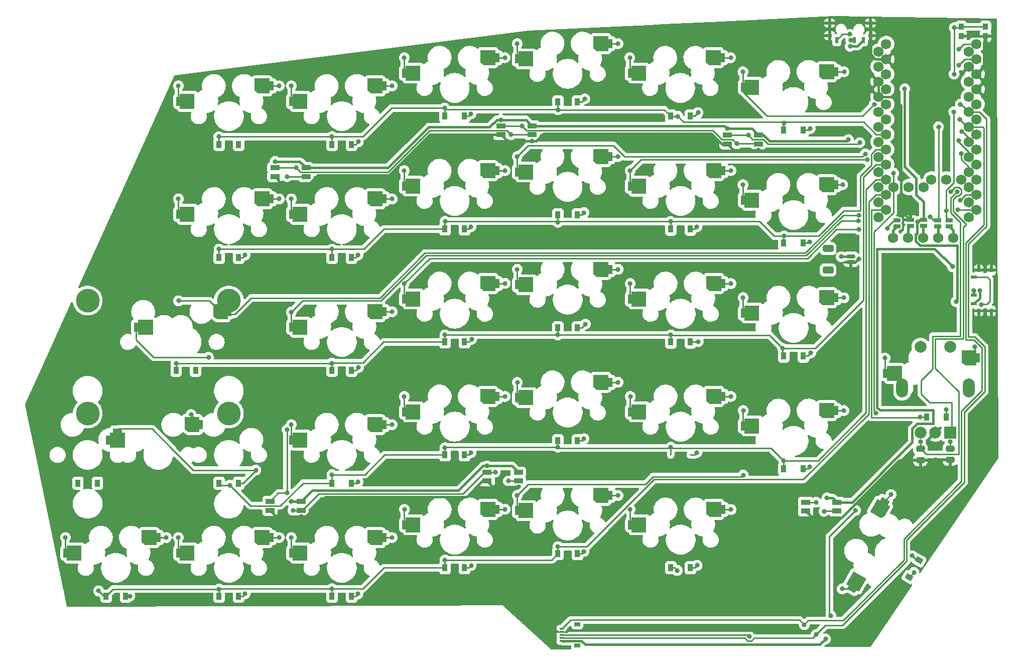
<source format=gbr>
%TF.GenerationSoftware,KiCad,Pcbnew,(6.0.11)*%
%TF.CreationDate,2023-05-19T13:45:06-07:00*%
%TF.ProjectId,suite61pcb,73756974-6536-4317-9063-622e6b696361,rev?*%
%TF.SameCoordinates,Original*%
%TF.FileFunction,Copper,L2,Bot*%
%TF.FilePolarity,Positive*%
%FSLAX46Y46*%
G04 Gerber Fmt 4.6, Leading zero omitted, Abs format (unit mm)*
G04 Created by KiCad (PCBNEW (6.0.11)) date 2023-05-19 13:45:06*
%MOMM*%
%LPD*%
G01*
G04 APERTURE LIST*
G04 Aperture macros list*
%AMRoundRect*
0 Rectangle with rounded corners*
0 $1 Rounding radius*
0 $2 $3 $4 $5 $6 $7 $8 $9 X,Y pos of 4 corners*
0 Add a 4 corners polygon primitive as box body*
4,1,4,$2,$3,$4,$5,$6,$7,$8,$9,$2,$3,0*
0 Add four circle primitives for the rounded corners*
1,1,$1+$1,$2,$3*
1,1,$1+$1,$4,$5*
1,1,$1+$1,$6,$7*
1,1,$1+$1,$8,$9*
0 Add four rect primitives between the rounded corners*
20,1,$1+$1,$2,$3,$4,$5,0*
20,1,$1+$1,$4,$5,$6,$7,0*
20,1,$1+$1,$6,$7,$8,$9,0*
20,1,$1+$1,$8,$9,$2,$3,0*%
%AMRotRect*
0 Rectangle, with rotation*
0 The origin of the aperture is its center*
0 $1 length*
0 $2 width*
0 $3 Rotation angle, in degrees counterclockwise*
0 Add horizontal line*
21,1,$1,$2,0,0,$3*%
%AMFreePoly0*
4,1,17,2.735355,1.235355,2.750000,1.200000,2.750000,-1.200000,2.735355,-1.235355,2.700000,-1.250000,0.300000,-1.250000,0.264645,-1.235355,0.250000,-1.200000,0.250000,-0.750000,-0.350000,-0.750000,-0.350000,0.750000,0.250000,0.750000,0.250000,1.200000,0.264645,1.235355,0.300000,1.250000,2.700000,1.250000,2.735355,1.235355,2.735355,1.235355,$1*%
%AMFreePoly1*
4,1,24,-0.364645,1.235355,-0.350000,1.200000,-0.350000,0.750000,0.350000,0.750000,0.350000,-0.750000,-0.350000,-0.750000,-0.350000,-1.200000,-0.364645,-1.235355,-0.400000,-1.250000,-2.300000,-1.250000,-2.315318,-1.243655,-2.331235,-1.239043,-2.831235,-0.839043,-2.832649,-0.836476,-2.835355,-0.835355,-2.841697,-0.820044,-2.849694,-0.805522,-2.848878,-0.802708,-2.850000,-0.800000,-2.850000,1.200000,
-2.835355,1.235355,-2.800000,1.250000,-0.400000,1.250000,-0.364645,1.235355,-0.364645,1.235355,$1*%
%AMFreePoly2*
4,1,13,0.772354,0.410354,0.772500,0.410000,0.772500,-0.410000,0.772354,-0.410354,0.772000,-0.410500,-0.774000,-0.410500,-0.774354,-0.410354,-0.774500,-0.410000,-0.774500,0.410000,-0.774354,0.410354,-0.774000,0.410500,0.772000,0.410500,0.772354,0.410354,0.772354,0.410354,$1*%
%AMFreePoly3*
4,1,13,0.774354,0.410354,0.774500,0.410000,0.774500,-0.410000,0.774354,-0.410354,0.774000,-0.410500,-0.772000,-0.410690,-0.772354,-0.410544,-0.772500,-0.410190,-0.772500,0.410000,-0.772354,0.410354,-0.772000,0.410500,0.774000,0.410500,0.774354,0.410354,0.774354,0.410354,$1*%
%AMFreePoly4*
4,1,13,0.774354,0.410354,0.774500,0.410000,0.774500,-0.410000,0.774354,-0.410354,0.774000,-0.410500,-0.772000,-0.410500,-0.772354,-0.410354,-0.772500,-0.410000,-0.772500,0.410000,-0.772354,0.410354,-0.772000,0.410500,0.774000,0.410500,0.774354,0.410354,0.774354,0.410354,$1*%
%AMFreePoly5*
4,1,24,2.113450,1.244429,2.127735,1.241603,2.727735,0.841603,2.730600,0.837325,2.735355,0.835355,2.740927,0.821903,2.749028,0.809806,2.748029,0.804757,2.750000,0.800000,2.750000,-1.200000,2.735355,-1.235355,2.700000,-1.250000,0.300000,-1.250000,0.264645,-1.235355,0.250000,-1.200000,0.250000,-0.750000,-0.350000,-0.750000,-0.350000,0.750000,0.250000,0.750000,0.250000,1.200000,
0.264645,1.235355,0.300000,1.250000,2.100000,1.250000,2.113450,1.244429,2.113450,1.244429,$1*%
%AMFreePoly6*
4,1,17,-0.364645,1.235355,-0.350000,1.200000,-0.350000,0.750000,0.350000,0.750000,0.350000,-0.750000,-0.350000,-0.750000,-0.350000,-1.200000,-0.364645,-1.235355,-0.400000,-1.250000,-2.800000,-1.250000,-2.835355,-1.235355,-2.850000,-1.200000,-2.850000,1.200000,-2.835355,1.235355,-2.800000,1.250000,-0.400000,1.250000,-0.364645,1.235355,-0.364645,1.235355,$1*%
%AMFreePoly7*
4,1,13,0.772354,0.410544,0.772500,0.410190,0.772500,-0.410000,0.772354,-0.410354,0.772000,-0.410500,-0.774000,-0.410500,-0.774354,-0.410354,-0.774500,-0.410000,-0.774500,0.410000,-0.774354,0.410354,-0.774000,0.410500,0.772000,0.410690,0.772354,0.410544,0.772354,0.410544,$1*%
G04 Aperture macros list end*
%TA.AperFunction,SMDPad,CuDef*%
%ADD10FreePoly0,0.000000*%
%TD*%
%TA.AperFunction,SMDPad,CuDef*%
%ADD11FreePoly1,0.000000*%
%TD*%
%TA.AperFunction,SMDPad,CuDef*%
%ADD12R,0.500000X1.000000*%
%TD*%
%TA.AperFunction,SMDPad,CuDef*%
%ADD13R,0.800000X0.500000*%
%TD*%
%TA.AperFunction,SMDPad,CuDef*%
%ADD14R,1.000000X0.500000*%
%TD*%
%TA.AperFunction,SMDPad,CuDef*%
%ADD15R,0.500000X0.800000*%
%TD*%
%TA.AperFunction,SMDPad,CuDef*%
%ADD16FreePoly2,0.000000*%
%TD*%
%TA.AperFunction,SMDPad,CuDef*%
%ADD17FreePoly3,0.000000*%
%TD*%
%TA.AperFunction,SMDPad,CuDef*%
%ADD18FreePoly4,0.000000*%
%TD*%
%TA.AperFunction,SMDPad,CuDef*%
%ADD19RoundRect,0.250000X0.475000X-0.250000X0.475000X0.250000X-0.475000X0.250000X-0.475000X-0.250000X0*%
%TD*%
%TA.AperFunction,SMDPad,CuDef*%
%ADD20RoundRect,0.250000X-0.475000X0.250000X-0.475000X-0.250000X0.475000X-0.250000X0.475000X0.250000X0*%
%TD*%
%TA.AperFunction,ComponentPad*%
%ADD21C,4.000000*%
%TD*%
%TA.AperFunction,SMDPad,CuDef*%
%ADD22R,0.900000X1.200000*%
%TD*%
%TA.AperFunction,SMDPad,CuDef*%
%ADD23R,0.900000X1.000000*%
%TD*%
%TA.AperFunction,SMDPad,CuDef*%
%ADD24FreePoly0,60.000000*%
%TD*%
%TA.AperFunction,SMDPad,CuDef*%
%ADD25FreePoly1,60.000000*%
%TD*%
%TA.AperFunction,SMDPad,CuDef*%
%ADD26RoundRect,0.150000X-0.625000X0.150000X-0.625000X-0.150000X0.625000X-0.150000X0.625000X0.150000X0*%
%TD*%
%TA.AperFunction,SMDPad,CuDef*%
%ADD27RoundRect,0.250000X-0.650000X0.350000X-0.650000X-0.350000X0.650000X-0.350000X0.650000X0.350000X0*%
%TD*%
%TA.AperFunction,ComponentPad*%
%ADD28C,1.752600*%
%TD*%
%TA.AperFunction,SMDPad,CuDef*%
%ADD29RotRect,0.900000X1.200000X60.000000*%
%TD*%
%TA.AperFunction,SMDPad,CuDef*%
%ADD30FreePoly5,180.000000*%
%TD*%
%TA.AperFunction,SMDPad,CuDef*%
%ADD31FreePoly6,180.000000*%
%TD*%
%TA.AperFunction,WasherPad*%
%ADD32O,2.000000X3.200000*%
%TD*%
%TA.AperFunction,ComponentPad*%
%ADD33R,2.000000X2.000000*%
%TD*%
%TA.AperFunction,ComponentPad*%
%ADD34C,2.000000*%
%TD*%
%TA.AperFunction,SMDPad,CuDef*%
%ADD35R,1.143000X0.635000*%
%TD*%
%TA.AperFunction,SMDPad,CuDef*%
%ADD36FreePoly4,180.000000*%
%TD*%
%TA.AperFunction,SMDPad,CuDef*%
%ADD37FreePoly7,180.000000*%
%TD*%
%TA.AperFunction,SMDPad,CuDef*%
%ADD38FreePoly2,180.000000*%
%TD*%
%TA.AperFunction,SMDPad,CuDef*%
%ADD39FreePoly6,90.000000*%
%TD*%
%TA.AperFunction,SMDPad,CuDef*%
%ADD40R,0.700000X0.300000*%
%TD*%
%TA.AperFunction,SMDPad,CuDef*%
%ADD41R,1.000000X0.700000*%
%TD*%
%TA.AperFunction,ViaPad*%
%ADD42C,0.800000*%
%TD*%
%TA.AperFunction,Conductor*%
%ADD43C,0.254000*%
%TD*%
%TA.AperFunction,Conductor*%
%ADD44C,0.385000*%
%TD*%
G04 APERTURE END LIST*
D10*
%TO.P,SW8,1,1*%
%TO.N,col4*%
X80452714Y-59665214D03*
D11*
%TO.P,SW8,2,2*%
%TO.N,Net-(D8-Pad2)*%
X96152714Y-57065214D03*
%TD*%
D10*
%TO.P,SW3,1,1*%
%TO.N,col3*%
X99502714Y-35846464D03*
D11*
%TO.P,SW3,2,2*%
%TO.N,Net-(D3-Pad2)*%
X115202714Y-33246464D03*
%TD*%
D10*
%TO.P,SW30,1,1*%
%TO.N,col3*%
X61408964Y-116808964D03*
D11*
%TO.P,SW30,2,2*%
%TO.N,Net-(D27-Pad2)*%
X77108964Y-114208964D03*
%TD*%
D12*
%TO.P,S1,A1,NC*%
%TO.N,unconnected-(S1-PadA1)*%
X172440000Y-30320336D03*
%TO.P,S1,B1,COM*%
%TO.N,BATTERY*%
X175440000Y-30320336D03*
%TO.P,S1,C1,NO*%
%TO.N,Net-(J1-Pad2)*%
X176940000Y-30320336D03*
D13*
%TO.P,S1,MP1,MP1*%
%TO.N,GND*%
X178140000Y-29520336D03*
%TO.P,S1,MP2,MP2*%
X178140000Y-27420336D03*
%TO.P,S1,MP3,MP3*%
X171240000Y-27420336D03*
%TO.P,S1,MP4,MP4*%
X171240000Y-29520336D03*
%TD*%
D10*
%TO.P,SW7,1,1*%
%TO.N,col5*%
X61408964Y-59665214D03*
D11*
%TO.P,SW7,2,2*%
%TO.N,Net-(D7-Pad2)*%
X77108964Y-57065214D03*
%TD*%
D10*
%TO.P,SW34,1,1*%
%TO.N,col2*%
X137608964Y-112046464D03*
D11*
%TO.P,SW34,2,2*%
%TO.N,Net-(D31-Pad2)*%
X153308964Y-109446464D03*
%TD*%
D10*
%TO.P,SW31,1,1*%
%TO.N,col2*%
X80458964Y-116808964D03*
D11*
%TO.P,SW31,2,2*%
%TO.N,Net-(D28-Pad2)*%
X96158964Y-114208964D03*
%TD*%
D10*
%TO.P,SW4,1,1*%
%TO.N,col2*%
X118552714Y-33465214D03*
D11*
%TO.P,SW4,2,2*%
%TO.N,Net-(D4-Pad2)*%
X134252714Y-30865214D03*
%TD*%
D10*
%TO.P,SW25,1,1*%
%TO.N,col2*%
X118558964Y-90608964D03*
D11*
%TO.P,SW25,2,2*%
%TO.N,Net-(D22-Pad2)*%
X134258964Y-88008964D03*
%TD*%
D14*
%TO.P,S2,A1,NC*%
%TO.N,unconnected-(S2-PadA1)*%
X195590000Y-70270000D03*
%TO.P,S2,B1,COM*%
%TO.N,VCC*%
X195590000Y-73270000D03*
%TO.P,S2,C1,NO*%
%TO.N,LEDPWR*%
X195590000Y-74770000D03*
D15*
%TO.P,S2,MP1,MP1*%
%TO.N,GND*%
X196390000Y-75970000D03*
%TO.P,S2,MP2,MP2*%
X198490000Y-75970000D03*
%TO.P,S2,MP3,MP3*%
X198490000Y-69070000D03*
%TO.P,S2,MP4,MP4*%
X196390000Y-69070000D03*
%TD*%
D16*
%TO.P,LED1,P$1,VCC*%
%TO.N,LEDPWR*%
X159212714Y-46302714D03*
%TO.P,LED1,P$2,DOUT*%
%TO.N,Net-(LED1-PadP$2)*%
X159212714Y-47802714D03*
D17*
%TO.P,LED1,P$3,GND*%
%TO.N,GND*%
X153956714Y-47802714D03*
D18*
%TO.P,LED1,P$4,DIN*%
%TO.N,LED*%
X153956714Y-46302714D03*
%TD*%
D10*
%TO.P,SW24,1,1*%
%TO.N,col3*%
X99508964Y-92990214D03*
D11*
%TO.P,SW24,2,2*%
%TO.N,Net-(D21-Pad2)*%
X115208964Y-90390214D03*
%TD*%
D10*
%TO.P,SW17,1,1*%
%TO.N,col2*%
X118558964Y-71558964D03*
D11*
%TO.P,SW17,2,2*%
%TO.N,Net-(D16-Pad2)*%
X134258964Y-68958964D03*
%TD*%
D10*
%TO.P,SW19,1,1*%
%TO.N,col0*%
X156658964Y-76321464D03*
D11*
%TO.P,SW19,2,2*%
%TO.N,Net-(D18-Pad2)*%
X172358964Y-73721464D03*
%TD*%
D10*
%TO.P,SW23,1,1*%
%TO.N,col4*%
X80458964Y-97752714D03*
D11*
%TO.P,SW23,2,2*%
%TO.N,Net-(D20-Pad2)*%
X96158964Y-95152714D03*
%TD*%
D19*
%TO.P,C1,1*%
%TO.N,Enc1*%
X191577714Y-99202714D03*
%TO.P,C1,2*%
%TO.N,GND*%
X191577714Y-101102714D03*
%TD*%
D10*
%TO.P,SW6,1,1*%
%TO.N,col0*%
X156652714Y-38227714D03*
D11*
%TO.P,SW6,2,2*%
%TO.N,Net-(D6-Pad2)*%
X172352714Y-35627714D03*
%TD*%
D10*
%TO.P,SW16,1,1*%
%TO.N,col3*%
X99508964Y-73940214D03*
D11*
%TO.P,SW16,2,2*%
%TO.N,Net-(D15-Pad2)*%
X115208964Y-71340214D03*
%TD*%
D10*
%TO.P,SW33,1,1*%
%TO.N,col0*%
X118558964Y-109665214D03*
D11*
%TO.P,SW33,2,2*%
%TO.N,Net-(D30-Pad2)*%
X134258964Y-107065214D03*
%TD*%
D10*
%TO.P,SW12,1,1*%
%TO.N,col0*%
X156652714Y-57283964D03*
D11*
%TO.P,SW12,2,2*%
%TO.N,Net-(D12-Pad2)*%
X172352714Y-54683964D03*
%TD*%
D20*
%TO.P,C2,1*%
%TO.N,GND*%
X186557714Y-101127714D03*
%TO.P,C2,2*%
%TO.N,Enc0*%
X186557714Y-99227714D03*
%TD*%
D10*
%TO.P,SW27,1,1*%
%TO.N,col0*%
X156658964Y-95371464D03*
D11*
%TO.P,SW27,2,2*%
%TO.N,Net-(D24-Pad2)*%
X172358964Y-92771464D03*
%TD*%
D21*
%TO.P,SW14,*%
%TO.N,*%
X69902714Y-74217714D03*
X46090214Y-74217714D03*
%TD*%
D10*
%TO.P,SW29,1,1*%
%TO.N,col4*%
X42358964Y-116808964D03*
D11*
%TO.P,SW29,2,2*%
%TO.N,Net-(D26-Pad2)*%
X58058964Y-114208964D03*
%TD*%
D22*
%TO.P,D33,1,K*%
%TO.N,row5*%
X187590000Y-93908964D03*
%TO.P,D33,2,A*%
%TO.N,Net-(D33-Pad2)*%
X190890000Y-93908964D03*
%TD*%
D10*
%TO.P,SW10,1,1*%
%TO.N,col2*%
X118552714Y-52521464D03*
D11*
%TO.P,SW10,2,2*%
%TO.N,Net-(D10-Pad2)*%
X134252714Y-49921464D03*
%TD*%
D10*
%TO.P,SW9,1,1*%
%TO.N,col3*%
X99502714Y-54902714D03*
D11*
%TO.P,SW9,2,2*%
%TO.N,Net-(D9-Pad2)*%
X115202714Y-52302714D03*
%TD*%
D23*
%TO.P,SW20,1,1*%
%TO.N,RESET*%
X193427714Y-28028050D03*
X197527714Y-28028050D03*
%TO.P,SW20,2,2*%
%TO.N,GND*%
X197527714Y-29628050D03*
X193427714Y-29628050D03*
%TD*%
D16*
%TO.P,LED6,P$1,VCC*%
%TO.N,LEDPWR*%
X172468964Y-108240214D03*
%TO.P,LED6,P$2,DOUT*%
%TO.N,unconnected-(LED6-PadP$2)*%
X172468964Y-109740214D03*
D17*
%TO.P,LED6,P$3,GND*%
%TO.N,GND*%
X167212964Y-109740214D03*
D18*
%TO.P,LED6,P$4,DIN*%
%TO.N,Net-(LED5-PadP$2)*%
X167212964Y-108240214D03*
%TD*%
D24*
%TO.P,SW35,1,1*%
%TO.N,col1*%
X174968900Y-122877680D03*
D25*
%TO.P,SW35,2,2*%
%TO.N,Net-(D32-Pad2)*%
X180567234Y-107981081D03*
%TD*%
D26*
%TO.P,J1,1,Pin_1*%
%TO.N,GND*%
X174847714Y-67757714D03*
%TO.P,J1,2,Pin_2*%
%TO.N,Net-(J1-Pad2)*%
X174847714Y-66757714D03*
D27*
%TO.P,J1,MP*%
%TO.N,N/C*%
X170972714Y-65457714D03*
X170972714Y-69057714D03*
%TD*%
D10*
%TO.P,SW11,1,1*%
%TO.N,col1*%
X137602714Y-54908964D03*
D11*
%TO.P,SW11,2,2*%
%TO.N,Net-(D11-Pad2)*%
X153302714Y-52308964D03*
%TD*%
D28*
%TO.P,Display1,1,MOSI*%
%TO.N,Net-(Display1-Pad1)*%
X181937714Y-63628050D03*
%TO.P,Display1,2,SCK*%
%TO.N,Net-(Display1-Pad2)*%
X184477714Y-63628050D03*
%TO.P,Display1,3,VCC*%
%TO.N,Net-(Display1-Pad3)*%
X187017714Y-63628050D03*
%TO.P,Display1,4,GND*%
%TO.N,Net-(Display1-Pad4)*%
X189557714Y-63628050D03*
%TO.P,Display1,5,CS*%
%TO.N,Net-(Display1-Pad5)*%
X192097714Y-63628050D03*
%TD*%
D10*
%TO.P,SW15,1,1*%
%TO.N,col4*%
X80458964Y-78702714D03*
D11*
%TO.P,SW15,2,2*%
%TO.N,Net-(D14-Pad2)*%
X96158964Y-76102714D03*
%TD*%
D10*
%TO.P,SW18,1,1*%
%TO.N,col1*%
X137608964Y-73946464D03*
D11*
%TO.P,SW18,2,2*%
%TO.N,Net-(D17-Pad2)*%
X153308964Y-71346464D03*
%TD*%
D10*
%TO.P,SW26,1,1*%
%TO.N,col1*%
X137608964Y-92996464D03*
D11*
%TO.P,SW26,2,2*%
%TO.N,Net-(D23-Pad2)*%
X153308964Y-90396464D03*
%TD*%
D10*
%TO.P,SW2,1,1*%
%TO.N,col4*%
X80452714Y-40608964D03*
D11*
%TO.P,SW2,2,2*%
%TO.N,Net-(D2-Pad2)*%
X96152714Y-38008964D03*
%TD*%
D10*
%TO.P,SW32,1,1*%
%TO.N,col1*%
X99508964Y-112046464D03*
D11*
%TO.P,SW32,2,2*%
%TO.N,Net-(D29-Pad2)*%
X115208964Y-109446464D03*
%TD*%
D10*
%TO.P,SW5,1,1*%
%TO.N,col1*%
X137552714Y-35846464D03*
D11*
%TO.P,SW5,2,2*%
%TO.N,Net-(D5-Pad2)*%
X153252714Y-33246464D03*
%TD*%
D10*
%TO.P,SW1,1,1*%
%TO.N,col5*%
X61408964Y-40608964D03*
D11*
%TO.P,SW1,2,2*%
%TO.N,Net-(D1-Pad2)*%
X77108964Y-38008964D03*
%TD*%
D22*
%TO.P,D26,1,K*%
%TO.N,row4*%
X49208964Y-124071464D03*
%TO.P,D26,2,A*%
%TO.N,Net-(D26-Pad2)*%
X52508964Y-124071464D03*
%TD*%
%TO.P,D8,1,K*%
%TO.N,row1*%
X87302714Y-66921464D03*
%TO.P,D8,2,A*%
%TO.N,Net-(D8-Pad2)*%
X90602714Y-66921464D03*
%TD*%
%TO.P,D7,1,K*%
%TO.N,row1*%
X68258960Y-66927714D03*
%TO.P,D7,2,A*%
%TO.N,Net-(D7-Pad2)*%
X71558960Y-66927714D03*
%TD*%
%TO.P,D18,1,K*%
%TO.N,row2*%
X163502714Y-83590214D03*
%TO.P,D18,2,A*%
%TO.N,Net-(D18-Pad2)*%
X166802714Y-83590214D03*
%TD*%
%TO.P,D9,1,K*%
%TO.N,row1*%
X106352714Y-62158964D03*
%TO.P,D9,2,A*%
%TO.N,Net-(D9-Pad2)*%
X109652714Y-62158964D03*
%TD*%
%TO.P,D24,1,K*%
%TO.N,row3*%
X163502714Y-102640214D03*
%TO.P,D24,2,A*%
%TO.N,Net-(D24-Pad2)*%
X166802714Y-102640214D03*
%TD*%
%TO.P,D22,1,K*%
%TO.N,row3*%
X125402714Y-97877714D03*
%TO.P,D22,2,A*%
%TO.N,Net-(D22-Pad2)*%
X128702714Y-97877714D03*
%TD*%
D29*
%TO.P,D32,1,K*%
%TO.N,row5*%
X184648259Y-120897709D03*
%TO.P,D32,2,A*%
%TO.N,Net-(D32-Pad2)*%
X186298259Y-118039825D03*
%TD*%
D30*
%TO.P,SW36,1,1*%
%TO.N,Net-(D33-Pad2)*%
X196283964Y-83906464D03*
D31*
%TO.P,SW36,2,2*%
%TO.N,col0*%
X180583964Y-86506464D03*
%TD*%
D22*
%TO.P,D27,1,K*%
%TO.N,row4*%
X68258964Y-124077714D03*
%TO.P,D27,2,A*%
%TO.N,Net-(D27-Pad2)*%
X71558964Y-124077714D03*
%TD*%
%TO.P,D13,1,K*%
%TO.N,row2*%
X61015214Y-85971464D03*
%TO.P,D13,2,A*%
%TO.N,Net-(D13-Pad2)*%
X64315214Y-85971464D03*
%TD*%
%TO.P,D5,1,K*%
%TO.N,row0*%
X144452714Y-43115214D03*
%TO.P,D5,2,A*%
%TO.N,Net-(D5-Pad2)*%
X147752714Y-43115214D03*
%TD*%
%TO.P,D6,1,K*%
%TO.N,row0*%
X163508964Y-45490214D03*
%TO.P,D6,2,A*%
%TO.N,Net-(D6-Pad2)*%
X166808964Y-45490214D03*
%TD*%
D32*
%TO.P,SW37,*%
%TO.N,*%
X194683964Y-89006464D03*
X183483964Y-89006464D03*
D33*
%TO.P,SW37,A,A*%
%TO.N,Enc1*%
X191583964Y-96506464D03*
D34*
%TO.P,SW37,B,B*%
%TO.N,Enc0*%
X186583964Y-96506464D03*
%TO.P,SW37,C,C*%
%TO.N,GND*%
X189083964Y-96506464D03*
%TO.P,SW37,S1,S1*%
%TO.N,col0*%
X186583964Y-82006464D03*
%TO.P,SW37,S2,S2*%
%TO.N,Net-(D33-Pad2)*%
X191583964Y-82006464D03*
%TD*%
D35*
%TO.P,JP10,1,1*%
%TO.N,Net-(Display1-Pad1)*%
X182652500Y-61675000D03*
%TO.P,JP10,2,2*%
%TO.N,DISPLAY*%
X182652500Y-60674240D03*
%TD*%
D28*
%TO.P,U1,1,TX0/P0.06*%
%TO.N,LED*%
X179514414Y-32213850D03*
X196024414Y-30943850D03*
%TO.P,U1,2,RX1/P0.08*%
%TO.N,DISPLAY*%
X196024414Y-33483850D03*
X179514414Y-34753850D03*
%TO.P,U1,3,GND*%
%TO.N,GND*%
X179514414Y-37293850D03*
X196024414Y-36023850D03*
%TO.P,U1,4,GND*%
X196024414Y-38563850D03*
X179514414Y-39833850D03*
%TO.P,U1,5,P0.17*%
%TO.N,SDA*%
X179514414Y-42373850D03*
X196024414Y-41103850D03*
%TO.P,U1,6,P0.20*%
%TO.N,SCL*%
X196024414Y-43643850D03*
X179514414Y-44913850D03*
%TO.P,U1,7,P0.22*%
%TO.N,col0*%
X179514414Y-47453850D03*
X196024414Y-46183850D03*
%TO.P,U1,8,P0.24*%
%TO.N,col1*%
X196024414Y-48723850D03*
X179514414Y-49993850D03*
%TO.P,U1,9,P1.00*%
%TO.N,col2*%
X179514414Y-52533850D03*
X196024414Y-51263850D03*
%TO.P,U1,10,P0.11*%
%TO.N,col3*%
X179514414Y-55073850D03*
X196024414Y-53803850D03*
%TO.P,U1,11,P1.04*%
%TO.N,col4*%
X196024414Y-56343850D03*
X179514414Y-57613850D03*
%TO.P,U1,12,P1.06*%
%TO.N,col5*%
X179514414Y-60153850D03*
X196024414Y-58883850D03*
%TO.P,U1,13,NFC1/P0.09*%
%TO.N,row5*%
X180784414Y-58883850D03*
X194754414Y-60153850D03*
%TO.P,U1,14,NFC2/P0.10*%
%TO.N,row4*%
X180784414Y-56343850D03*
X194754414Y-57613850D03*
%TO.P,U1,15,P1.11*%
%TO.N,row3*%
X180784414Y-53803850D03*
X194754414Y-55073850D03*
%TO.P,U1,16,P1.13*%
%TO.N,row2*%
X180784414Y-51263850D03*
X194754414Y-52533850D03*
%TO.P,U1,17,P1.15*%
%TO.N,row1*%
X180784414Y-48723850D03*
X194754414Y-49993850D03*
%TO.P,U1,18,AIN0/P0.02*%
%TO.N,row0*%
X194754414Y-47453850D03*
X180784414Y-46183850D03*
%TO.P,U1,19,AIN5/P0.29*%
%TO.N,JSX*%
X194754414Y-44913850D03*
X180784414Y-43643850D03*
%TO.P,U1,20,AIN7/P0.31*%
%TO.N,JSY*%
X194754414Y-42373850D03*
X180784414Y-41103850D03*
%TO.P,U1,21,VCC*%
%TO.N,VCC*%
X180784414Y-38563850D03*
X194754414Y-39833850D03*
%TO.P,U1,22,RST*%
%TO.N,RESET*%
X180784414Y-36023850D03*
X194754414Y-37293850D03*
%TO.P,U1,23,GND*%
%TO.N,GND*%
X194754414Y-34753850D03*
X180784414Y-33483850D03*
%TO.P,U1,24,BATIN/P0.04*%
%TO.N,BATTERY*%
X194754414Y-32213850D03*
X180784414Y-30943850D03*
%TO.P,U1,31,P1.01*%
%TO.N,JSBTN*%
X182054414Y-55073850D03*
X193484414Y-53803850D03*
%TO.P,U1,32,P1.02*%
%TO.N,Enc1*%
X184594414Y-55073850D03*
X190944414Y-53803850D03*
%TO.P,U1,33,P1.07*%
%TO.N,Enc0*%
X188404414Y-53803850D03*
X187134414Y-55073850D03*
%TD*%
D36*
%TO.P,LED4,P$1,VCC*%
%TO.N,LEDPWR*%
X82102214Y-108112714D03*
%TO.P,LED4,P$2,DOUT*%
%TO.N,Net-(LED4-PadP$2)*%
X82102214Y-109612714D03*
D37*
%TO.P,LED4,P$3,GND*%
%TO.N,GND*%
X76846214Y-109612714D03*
D38*
%TO.P,LED4,P$4,DIN*%
%TO.N,Net-(LED3-PadP$2)*%
X76846214Y-108112714D03*
%TD*%
D35*
%TO.P,JP7,1,1*%
%TO.N,Net-(Display1-Pad4)*%
X189452500Y-61682880D03*
%TO.P,JP7,2,2*%
%TO.N,SCL*%
X189452500Y-60682120D03*
%TD*%
D36*
%TO.P,LED2,P$1,VCC*%
%TO.N,LEDPWR*%
X121072964Y-44740214D03*
%TO.P,LED2,P$2,DOUT*%
%TO.N,Net-(LED2-PadP$2)*%
X121072964Y-46240214D03*
D37*
%TO.P,LED2,P$3,GND*%
%TO.N,GND*%
X115816964Y-46240214D03*
D38*
%TO.P,LED2,P$4,DIN*%
%TO.N,Net-(LED1-PadP$2)*%
X115816964Y-44740214D03*
%TD*%
D22*
%TO.P,D4,1,K*%
%TO.N,row0*%
X125402714Y-40727714D03*
%TO.P,D4,2,A*%
%TO.N,Net-(D4-Pad2)*%
X128702714Y-40727714D03*
%TD*%
%TO.P,D3,1,K*%
%TO.N,row0*%
X106352714Y-43108964D03*
%TO.P,D3,2,A*%
%TO.N,Net-(D3-Pad2)*%
X109652714Y-43108964D03*
%TD*%
%TO.P,D19,1,K*%
%TO.N,row3*%
X68258964Y-105021464D03*
%TO.P,D19,2,A*%
%TO.N,Net-(D19-Pad2)*%
X71558964Y-105021464D03*
%TD*%
%TO.P,D20,1,K*%
%TO.N,row3*%
X87302714Y-105021464D03*
%TO.P,D20,2,A*%
%TO.N,Net-(D20-Pad2)*%
X90602714Y-105021464D03*
%TD*%
%TO.P,D10,1,K*%
%TO.N,row1*%
X125402714Y-59777714D03*
%TO.P,D10,2,A*%
%TO.N,Net-(D10-Pad2)*%
X128702714Y-59777714D03*
%TD*%
%TO.P,D12,1,K*%
%TO.N,row1*%
X163502714Y-64540214D03*
%TO.P,D12,2,A*%
%TO.N,Net-(D12-Pad2)*%
X166802714Y-64540214D03*
%TD*%
D36*
%TO.P,LED5,P$1,VCC*%
%TO.N,LEDPWR*%
X118730714Y-103152714D03*
%TO.P,LED5,P$2,DOUT*%
%TO.N,Net-(LED5-PadP$2)*%
X118730714Y-104652714D03*
D37*
%TO.P,LED5,P$3,GND*%
%TO.N,GND*%
X113474714Y-104652714D03*
D38*
%TO.P,LED5,P$4,DIN*%
%TO.N,Net-(LED4-PadP$2)*%
X113474714Y-103152714D03*
%TD*%
D22*
%TO.P,D31,1,K*%
%TO.N,row5*%
X144458964Y-119308964D03*
%TO.P,D31,2,A*%
%TO.N,Net-(D31-Pad2)*%
X147758964Y-119308964D03*
%TD*%
D35*
%TO.P,JP9,1,1*%
%TO.N,Net-(Display1-Pad2)*%
X184882500Y-61637880D03*
%TO.P,JP9,2,2*%
%TO.N,GND*%
X184882500Y-60637120D03*
%TD*%
%TO.P,JP3,1,1*%
%TO.N,Net-(Display1-Pad3)*%
X187060214Y-61642714D03*
%TO.P,JP3,2,2*%
%TO.N,VCC*%
X187060214Y-60641954D03*
%TD*%
D22*
%TO.P,D28,1,K*%
%TO.N,row4*%
X87308964Y-124071464D03*
%TO.P,D28,2,A*%
%TO.N,Net-(D28-Pad2)*%
X90608964Y-124071464D03*
%TD*%
%TO.P,D17,1,K*%
%TO.N,row2*%
X144452714Y-81215214D03*
%TO.P,D17,2,A*%
%TO.N,Net-(D17-Pad2)*%
X147752714Y-81215214D03*
%TD*%
D35*
%TO.P,JP6,1,1*%
%TO.N,Net-(Display1-Pad5)*%
X191402500Y-61675000D03*
%TO.P,JP6,2,2*%
%TO.N,SDA*%
X191402500Y-60674240D03*
%TD*%
D21*
%TO.P,SW21,*%
%TO.N,*%
X46090214Y-93267714D03*
X69902714Y-93267714D03*
D30*
%TO.P,SW21,1,1*%
%TO.N,col5*%
X65196464Y-95152714D03*
D39*
%TO.P,SW21,2,2*%
%TO.N,Net-(D19-Pad2)*%
X51096464Y-96142714D03*
D31*
X49496464Y-97752714D03*
%TD*%
D36*
%TO.P,LED3,P$1,VCC*%
%TO.N,LEDPWR*%
X82929214Y-51808964D03*
%TO.P,LED3,P$2,DOUT*%
%TO.N,Net-(LED3-PadP$2)*%
X82929214Y-53308964D03*
D37*
%TO.P,LED3,P$3,GND*%
%TO.N,GND*%
X77673214Y-53308964D03*
D38*
%TO.P,LED3,P$4,DIN*%
%TO.N,Net-(LED2-PadP$2)*%
X77673214Y-51808964D03*
%TD*%
D22*
%TO.P,D1,1,K*%
%TO.N,row0*%
X68258964Y-47871464D03*
%TO.P,D1,2,A*%
%TO.N,Net-(D1-Pad2)*%
X71558964Y-47871464D03*
%TD*%
%TO.P,D30,1,K*%
%TO.N,row4*%
X125408964Y-116927714D03*
%TO.P,D30,2,A*%
%TO.N,Net-(D30-Pad2)*%
X128708964Y-116927714D03*
%TD*%
%TO.P,D11,1,K*%
%TO.N,row1*%
X144452714Y-62165214D03*
%TO.P,D11,2,A*%
%TO.N,Net-(D11-Pad2)*%
X147752714Y-62165214D03*
%TD*%
%TO.P,D2,1,K*%
%TO.N,row0*%
X87302714Y-47871464D03*
%TO.P,D2,2,A*%
%TO.N,Net-(D2-Pad2)*%
X90602714Y-47871464D03*
%TD*%
D30*
%TO.P,SW13,1,1*%
%TO.N,col5*%
X69965214Y-76102714D03*
D31*
%TO.P,SW13,2,2*%
%TO.N,Net-(D13-Pad2)*%
X54265214Y-78702714D03*
%TD*%
D22*
%TO.P,D16,1,K*%
%TO.N,row2*%
X125402714Y-78827714D03*
%TO.P,D16,2,A*%
%TO.N,Net-(D16-Pad2)*%
X128702714Y-78827714D03*
%TD*%
%TO.P,D25,1,K*%
%TO.N,row4*%
X44446464Y-105021464D03*
%TO.P,D25,2,A*%
%TO.N,Net-(D25-Pad2)*%
X47746464Y-105021464D03*
%TD*%
%TO.P,D21,1,K*%
%TO.N,row3*%
X106352714Y-100258964D03*
%TO.P,D21,2,A*%
%TO.N,Net-(D21-Pad2)*%
X109652714Y-100258964D03*
%TD*%
D40*
%TO.P,J3,1,Pin_1*%
%TO.N,VCC*%
X126027286Y-131620000D03*
%TO.P,J3,2,Pin_2*%
%TO.N,JSY*%
X126027286Y-131120000D03*
%TO.P,J3,3,Pin_3*%
%TO.N,JSBTN*%
X126027286Y-130620000D03*
%TO.P,J3,4,Pin_4*%
%TO.N,GND*%
X126027286Y-130120000D03*
%TO.P,J3,5,Pin_5*%
%TO.N,JSX*%
X126027286Y-129620000D03*
D41*
%TO.P,J3,MP1*%
%TO.N,N/C*%
X128677286Y-128830000D03*
%TO.P,J3,MP2*%
X128677286Y-132410000D03*
%TD*%
D22*
%TO.P,D14,1,K*%
%TO.N,row2*%
X87302714Y-85971464D03*
%TO.P,D14,2,A*%
%TO.N,Net-(D14-Pad2)*%
X90602714Y-85971464D03*
%TD*%
%TO.P,D15,1,K*%
%TO.N,row2*%
X106352714Y-81208964D03*
%TO.P,D15,2,A*%
%TO.N,Net-(D15-Pad2)*%
X109652714Y-81208964D03*
%TD*%
%TO.P,D29,1,K*%
%TO.N,row4*%
X106365214Y-119308964D03*
%TO.P,D29,2,A*%
%TO.N,Net-(D29-Pad2)*%
X109665214Y-119308964D03*
%TD*%
D42*
%TO.N,row0*%
X125427714Y-42027714D03*
X193526067Y-45731533D03*
X68227714Y-46577714D03*
X106302714Y-41752714D03*
X163552714Y-44252714D03*
X145647714Y-43137714D03*
X87302714Y-46552714D03*
%TO.N,Net-(D1-Pad2)*%
X78402714Y-38002714D03*
%TO.N,row1*%
X87302714Y-65552714D03*
X144402714Y-60877714D03*
X193052714Y-47204214D03*
X125402714Y-61027714D03*
X163552714Y-63327714D03*
X68252714Y-65552714D03*
X106377714Y-60852714D03*
%TO.N,Net-(D2-Pad2)*%
X91739089Y-47439089D03*
X97452714Y-38002714D03*
%TO.N,row2*%
X87302714Y-84777714D03*
X125402714Y-80027714D03*
X61015214Y-84777714D03*
X163317714Y-82277714D03*
X106352714Y-80027714D03*
X193405901Y-49393930D03*
X144452714Y-80027714D03*
%TO.N,Net-(D3-Pad2)*%
X116502714Y-33252714D03*
X110745339Y-42729214D03*
%TO.N,row3*%
X87302714Y-103577714D03*
X125402714Y-98952714D03*
X163502714Y-101252714D03*
X144452714Y-98952714D03*
X70077714Y-105352714D03*
X106352714Y-99052714D03*
%TO.N,Net-(D4-Pad2)*%
X129942214Y-40192214D03*
X135552714Y-30877714D03*
%TO.N,row4*%
X125408964Y-115746464D03*
X47945093Y-123210335D03*
X87308964Y-122852714D03*
X106365214Y-117990214D03*
X68258964Y-122883964D03*
%TO.N,Net-(D5-Pad2)*%
X154552714Y-33252714D03*
X149048464Y-42523464D03*
%TO.N,Net-(D6-Pad2)*%
X173690000Y-35620000D03*
X167977714Y-45202714D03*
%TO.N,Net-(D7-Pad2)*%
X72657837Y-66532837D03*
X78402714Y-57077714D03*
%TO.N,Net-(D8-Pad2)*%
X97452714Y-57077714D03*
X91714089Y-66514089D03*
%TO.N,Net-(D9-Pad2)*%
X116502714Y-52302714D03*
X110757839Y-61757839D03*
%TO.N,Net-(D10-Pad2)*%
X129804714Y-59379714D03*
X135552714Y-49927714D03*
%TO.N,row5*%
X145552714Y-119752714D03*
X185462714Y-120092714D03*
X186538964Y-93908964D03*
%TO.N,Net-(D11-Pad2)*%
X148860964Y-61760964D03*
X154602714Y-52302714D03*
%TO.N,Net-(D12-Pad2)*%
X173440000Y-54670000D03*
X167890000Y-64370000D03*
%TO.N,Net-(D13-Pad2)*%
X66496464Y-83790214D03*
%TO.N,Net-(D14-Pad2)*%
X91789089Y-85489089D03*
X97452714Y-76102714D03*
%TO.N,Net-(D15-Pad2)*%
X116502714Y-71327714D03*
X110857839Y-80754214D03*
%TO.N,Net-(D16-Pad2)*%
X130029714Y-78204714D03*
X135552714Y-68952714D03*
%TO.N,Net-(D17-Pad2)*%
X154627714Y-71352714D03*
X149077714Y-81157714D03*
%TO.N,Net-(D18-Pad2)*%
X168073464Y-83023464D03*
X173677714Y-73752714D03*
%TO.N,Net-(D19-Pad2)*%
X74454714Y-102829714D03*
%TO.N,Net-(D20-Pad2)*%
X97452714Y-95152714D03*
X91689089Y-104820964D03*
%TO.N,Net-(D21-Pad2)*%
X110745339Y-99879214D03*
X116502714Y-90402714D03*
%TO.N,Net-(D22-Pad2)*%
X135552714Y-88002714D03*
X129804714Y-97529214D03*
%TO.N,Net-(D23-Pad2)*%
X148835964Y-99885964D03*
X154602714Y-90402714D03*
%TO.N,Net-(D24-Pad2)*%
X167910964Y-102235964D03*
X173652714Y-92777714D03*
%TO.N,Net-(D26-Pad2)*%
X59377714Y-114202714D03*
X53212964Y-124071464D03*
%TO.N,Net-(D27-Pad2)*%
X78402714Y-114202714D03*
X72657839Y-123682839D03*
%TO.N,Net-(D28-Pad2)*%
X91667214Y-123717214D03*
X97452714Y-114202714D03*
%TO.N,Net-(D29-Pad2)*%
X116502714Y-109427714D03*
X110776589Y-118901589D03*
%TO.N,Net-(D30-Pad2)*%
X135552714Y-107102714D03*
X129795339Y-116545339D03*
%TO.N,Net-(D32-Pad2)*%
X181602714Y-106952714D03*
X185127714Y-117277714D03*
%TO.N,col3*%
X61402714Y-114202714D03*
X99502714Y-90402714D03*
X99502714Y-52302714D03*
X176178714Y-62243500D03*
X99502714Y-33252714D03*
X99502714Y-71352714D03*
%TO.N,JSX*%
X193205300Y-43634200D03*
X166965000Y-128895000D03*
%TO.N,GND*%
X165990000Y-129893500D03*
X197440000Y-69070000D03*
X159207714Y-48857714D03*
X121097714Y-47337963D03*
X176149408Y-67229951D03*
X82917714Y-54557714D03*
X197440000Y-75970000D03*
X178177714Y-28520000D03*
X189102714Y-101102714D03*
X118752714Y-105662714D03*
X82077714Y-110622714D03*
X184087348Y-59592086D03*
X168368464Y-110902714D03*
X117690000Y-121120000D03*
X171277714Y-28420000D03*
X197527714Y-30527714D03*
%TO.N,JSY*%
X168971056Y-130551056D03*
X193296563Y-41100463D03*
%TO.N,Net-(J1-Pad2)*%
X173207162Y-66825462D03*
X174694600Y-31314939D03*
%TO.N,VCC*%
X170566500Y-131293500D03*
X186074864Y-60904702D03*
X195590000Y-72570000D03*
X183917714Y-38497714D03*
X192563500Y-74395000D03*
%TO.N,SCL*%
X188240000Y-60134214D03*
X189605764Y-44909664D03*
%TO.N,SDA*%
X192189664Y-42369664D03*
X190922214Y-59095590D03*
%TO.N,LED*%
X176329390Y-47571463D03*
X193006514Y-31835414D03*
X157527714Y-46327714D03*
%TO.N,Net-(LED2-PadP$2)*%
X81297714Y-51797714D03*
X117517714Y-46227714D03*
%TO.N,Net-(LED3-PadP$2)*%
X79714000Y-106704000D03*
X79726214Y-95997714D03*
X79726214Y-53308964D03*
%TO.N,unconnected-(S1-PadA1)*%
X174680000Y-29310000D03*
%TO.N,BATTERY*%
X174815719Y-30300245D03*
%TO.N,col5*%
X176199214Y-59801824D03*
X61402714Y-57077714D03*
X61427714Y-74277714D03*
X192887050Y-58893378D03*
X63527714Y-93452714D03*
X61402714Y-38002714D03*
%TO.N,col4*%
X193319029Y-57270501D03*
X80452714Y-76152714D03*
X176049178Y-60790000D03*
X80452714Y-57077714D03*
X80452714Y-95152714D03*
X42352714Y-114202714D03*
X80452714Y-38002714D03*
%TO.N,col2*%
X137602714Y-109452714D03*
X177256428Y-49486428D03*
X80452714Y-114202714D03*
X118552714Y-49927714D03*
X118577714Y-88027714D03*
X118552714Y-68952714D03*
X118552714Y-30877714D03*
%TO.N,col1*%
X137527714Y-33252714D03*
X173377714Y-122852714D03*
X137602714Y-71352714D03*
X137627714Y-90402714D03*
X137602714Y-52302714D03*
X177584614Y-50470000D03*
X99527714Y-109452714D03*
%TO.N,col0*%
X156627714Y-54677714D03*
X156677714Y-103676214D03*
X156627714Y-35627714D03*
X156652714Y-73727714D03*
X178762689Y-41103514D03*
X180577714Y-83927714D03*
X118552714Y-107077714D03*
X156677714Y-92777714D03*
%TO.N,Enc1*%
X192733720Y-55826214D03*
X191583964Y-98021464D03*
%TO.N,Enc0*%
X186583964Y-98058964D03*
X191696214Y-55826214D03*
%TO.N,RESET*%
X192239664Y-36019664D03*
X192281514Y-28181514D03*
%TO.N,JSBTN*%
X157718714Y-130891286D03*
X179014214Y-93221214D03*
X182058228Y-52718851D03*
X175607743Y-109617743D03*
X171475029Y-127405029D03*
%TO.N,Net-(D33-Pad2)*%
X190907714Y-92647714D03*
X195706464Y-82006464D03*
%TO.N,Net-(D31-Pad2)*%
X148885964Y-118885964D03*
X154627714Y-109477714D03*
%TO.N,Net-(LED4-PadP$2)*%
X80721214Y-109627714D03*
X114841714Y-103152714D03*
%TO.N,Net-(LED1-PadP$2)*%
X155587714Y-47777714D03*
X119337714Y-44747714D03*
%TO.N,Net-(LED5-PadP$2)*%
X168980214Y-108240214D03*
X117072714Y-104652714D03*
%TO.N,unconnected-(LED6-PadP$2)*%
X170302714Y-109777714D03*
%TO.N,LEDPWR*%
X174418214Y-47070000D03*
X77718964Y-50757714D03*
X113467714Y-102132286D03*
X196588210Y-72519190D03*
X115797714Y-43717714D03*
X153960214Y-45220214D03*
X170787714Y-107501214D03*
X191978500Y-68520000D03*
X80402714Y-108102714D03*
%TO.N,unconnected-(S2-PadA1)*%
X196801436Y-74885216D03*
%TO.N,DISPLAY*%
X193019014Y-34522914D03*
X181003691Y-62033691D03*
%TD*%
D43*
%TO.N,row0*%
X92552714Y-46552714D02*
X87302714Y-46552714D01*
X194754414Y-46829414D02*
X194754414Y-47453514D01*
X146617714Y-44107714D02*
X163407714Y-44107714D01*
X87302714Y-46552714D02*
X87277714Y-46577714D01*
X97352714Y-41752714D02*
X92552714Y-46552714D01*
X163407714Y-44107714D02*
X163552714Y-44252714D01*
X106552714Y-42002714D02*
X106302714Y-41752714D01*
X193526067Y-45731533D02*
X193656533Y-45731533D01*
X145647714Y-43137714D02*
X146617714Y-44107714D01*
X143365214Y-42027714D02*
X144452714Y-43115214D01*
X87302714Y-47871464D02*
X87302714Y-46552714D01*
X106302714Y-41752714D02*
X97352714Y-41752714D01*
X163508964Y-45357500D02*
X163508964Y-44163750D01*
X175451890Y-44120000D02*
X163552714Y-44120000D01*
X125402714Y-40727714D02*
X125402714Y-42002714D01*
X180784414Y-46183514D02*
X179082690Y-46183514D01*
X68227714Y-46577714D02*
X68258964Y-46608964D01*
X145647714Y-43137714D02*
X145512714Y-43137714D01*
X144475214Y-43137714D02*
X144452714Y-43115214D01*
X68258964Y-46608964D02*
X68258964Y-47871464D01*
X193656533Y-45731533D02*
X194754414Y-46829414D01*
X106352714Y-43108964D02*
X106352714Y-41802714D01*
X163508964Y-44296464D02*
X163552714Y-44252714D01*
X145647714Y-43137714D02*
X144475214Y-43137714D01*
X106352714Y-41802714D02*
X106302714Y-41752714D01*
X125402714Y-42002714D02*
X106552714Y-42002714D01*
X125402714Y-42002714D02*
X125427714Y-42027714D01*
X177019176Y-44120000D02*
X175440000Y-44120000D01*
X87277714Y-46577714D02*
X68227714Y-46577714D01*
X125427714Y-42027714D02*
X143365214Y-42027714D01*
X179082690Y-46183514D02*
X177019176Y-44120000D01*
%TO.N,Net-(D1-Pad2)*%
X78402714Y-38002714D02*
X77115214Y-38002714D01*
X77115214Y-38002714D02*
X77108964Y-38008964D01*
%TO.N,row1*%
X159431222Y-60877714D02*
X161881222Y-63327714D01*
X161881222Y-63327714D02*
X163552714Y-63327714D01*
X176471714Y-59074824D02*
X176471714Y-53221662D01*
X163552714Y-63327714D02*
X163502714Y-63377714D01*
X125402714Y-61027714D02*
X125227714Y-60852714D01*
X163595000Y-63370000D02*
X163552714Y-63327714D01*
X144402714Y-60877714D02*
X144452714Y-60927714D01*
X106352714Y-60877714D02*
X106352714Y-62158964D01*
X144402714Y-60877714D02*
X159431222Y-60877714D01*
X193052714Y-47453538D02*
X194754414Y-49155238D01*
X87302714Y-65552714D02*
X92652714Y-65552714D01*
X178311114Y-51382262D02*
X178311114Y-49495090D01*
X125552714Y-60877714D02*
X144402714Y-60877714D01*
X68252714Y-66921468D02*
X68258960Y-66927714D01*
X92652714Y-65552714D02*
X96046464Y-62158964D01*
X106377714Y-60852714D02*
X106352714Y-60877714D01*
X163552714Y-63327714D02*
X169360557Y-63327714D01*
X125402714Y-61027714D02*
X125402714Y-59777714D01*
X96046464Y-62158964D02*
X106352714Y-62158964D01*
X179082690Y-48723514D02*
X180784414Y-48723514D01*
X87302714Y-65552714D02*
X68252714Y-65552714D01*
X125227714Y-60852714D02*
X106377714Y-60852714D01*
X169360557Y-63327714D02*
X173613447Y-59074824D01*
X193052714Y-47204214D02*
X193052714Y-47453538D01*
X144452714Y-60927714D02*
X144452714Y-62165214D01*
X194754414Y-49155238D02*
X194754414Y-49993514D01*
X173613447Y-59074824D02*
X176471714Y-59074824D01*
X87302714Y-65552714D02*
X87302714Y-66921464D01*
X176471714Y-53221662D02*
X178311114Y-51382262D01*
X163502714Y-63377714D02*
X163502714Y-64540214D01*
X178311114Y-49495090D02*
X179082690Y-48723514D01*
X125402714Y-61027714D02*
X125552714Y-60877714D01*
X68252714Y-65552714D02*
X68252714Y-66921468D01*
%TO.N,Net-(D2-Pad2)*%
X91306714Y-47871464D02*
X91739089Y-47439089D01*
X96158964Y-38002714D02*
X96152714Y-38008964D01*
X90602714Y-47871464D02*
X91306714Y-47871464D01*
X97452714Y-38002714D02*
X96158964Y-38002714D01*
%TO.N,row2*%
X87377714Y-84702714D02*
X87302714Y-84777714D01*
X163317714Y-83392714D02*
X163502714Y-83577714D01*
X176925714Y-53409714D02*
X179082714Y-51252714D01*
X176925714Y-74070000D02*
X176925714Y-53409714D01*
X92527714Y-84702714D02*
X87377714Y-84702714D01*
X144452714Y-80027714D02*
X125402714Y-80027714D01*
X87302714Y-84777714D02*
X61015214Y-84777714D01*
X144473465Y-80048465D02*
X144452714Y-80027714D01*
X106352714Y-80027714D02*
X106352714Y-81208964D01*
X193405901Y-50355901D02*
X194754414Y-51704414D01*
X179082714Y-51252714D02*
X180779564Y-51252714D01*
X87302714Y-84777714D02*
X87302714Y-85971464D01*
X163317714Y-82277714D02*
X168802714Y-82277714D01*
X96021464Y-81208964D02*
X92527714Y-84702714D01*
X61015214Y-84777714D02*
X61015214Y-85971464D01*
X125402714Y-80027714D02*
X106352714Y-80027714D01*
X161128465Y-80048465D02*
X144473465Y-80048465D01*
X163502714Y-83577714D02*
X163502714Y-83590214D01*
X125402714Y-80027714D02*
X125402714Y-78827714D01*
X168802714Y-82277714D02*
X176925714Y-74154714D01*
X163317714Y-82277714D02*
X163317714Y-82237714D01*
X163317714Y-82277714D02*
X163317714Y-83392714D01*
X163317714Y-82237714D02*
X161128465Y-80048465D01*
X144452714Y-81215214D02*
X144452714Y-80027714D01*
X194754414Y-51704414D02*
X194754414Y-52533514D01*
X193405901Y-49393930D02*
X193405901Y-50355901D01*
X180779564Y-51252714D02*
X180786514Y-51259664D01*
X106352714Y-81208964D02*
X96021464Y-81208964D01*
%TO.N,Net-(D3-Pad2)*%
X110365589Y-43108964D02*
X110745339Y-42729214D01*
X115208964Y-33252714D02*
X115202714Y-33246464D01*
X116502714Y-33252714D02*
X115208964Y-33252714D01*
X109652714Y-43108964D02*
X110365589Y-43108964D01*
%TO.N,row3*%
X177379714Y-93158662D02*
X169285662Y-101252714D01*
X68615214Y-105377714D02*
X70052714Y-105377714D01*
X92852714Y-103577714D02*
X87302714Y-103577714D01*
X125402714Y-97877714D02*
X125402714Y-98952714D01*
X177379714Y-55504740D02*
X177379714Y-93130286D01*
X87302714Y-105021464D02*
X82423964Y-105021464D01*
X68258964Y-105021464D02*
X68615214Y-105377714D01*
X106352714Y-100258964D02*
X96171464Y-100258964D01*
X163502714Y-101252714D02*
X161352714Y-99102714D01*
X125552714Y-99102714D02*
X125402714Y-98952714D01*
X180786514Y-53799664D02*
X179084790Y-53799664D01*
X144452714Y-98952714D02*
X144302714Y-99102714D01*
X177379714Y-92920000D02*
X177379714Y-93158662D01*
X68258964Y-105021464D02*
X68590214Y-105352714D01*
X163502714Y-102640214D02*
X163502714Y-101252714D01*
X125402714Y-98952714D02*
X106452714Y-98952714D01*
X106352714Y-99052714D02*
X106352714Y-100258964D01*
X78595214Y-108850214D02*
X73598175Y-108850214D01*
X73598175Y-108850214D02*
X70100675Y-105352714D01*
X70052714Y-105377714D02*
X70077714Y-105352714D01*
X169285662Y-101252714D02*
X163502714Y-101252714D01*
X179084790Y-53799664D02*
X177379714Y-55504740D01*
X82423964Y-105021464D02*
X78595214Y-108850214D01*
X144452714Y-100265214D02*
X144452714Y-98952714D01*
X96171464Y-100258964D02*
X92852714Y-103577714D01*
X106452714Y-98952714D02*
X106352714Y-99052714D01*
X87302714Y-103577714D02*
X87302714Y-105021464D01*
X70100675Y-105352714D02*
X70077714Y-105352714D01*
X161352714Y-99102714D02*
X144602714Y-99102714D01*
X144602714Y-99102714D02*
X144452714Y-98952714D01*
X144302714Y-99102714D02*
X125552714Y-99102714D01*
%TO.N,Net-(D4-Pad2)*%
X135552714Y-30877714D02*
X134265214Y-30877714D01*
X129406714Y-40727714D02*
X129942214Y-40192214D01*
X128702714Y-40727714D02*
X129406714Y-40727714D01*
X134265214Y-30877714D02*
X134252714Y-30865214D01*
%TO.N,row4*%
X177833714Y-93346714D02*
X177833714Y-57592490D01*
X92502714Y-122852714D02*
X96046464Y-119308964D01*
X125408964Y-116946464D02*
X125408964Y-116927714D01*
X87308964Y-122852714D02*
X87308964Y-124071464D01*
X130286706Y-115752714D02*
X133365965Y-112673455D01*
X177833714Y-57592490D02*
X179086540Y-56339664D01*
X166777714Y-104402714D02*
X177833714Y-93346714D01*
X68258964Y-122883964D02*
X68290214Y-122852714D01*
X68258964Y-122883964D02*
X68258964Y-124077714D01*
X124377714Y-117977714D02*
X125408964Y-116946464D01*
X49208964Y-124071464D02*
X48806222Y-124071464D01*
X50396464Y-122883964D02*
X49208964Y-124071464D01*
X179086540Y-56339664D02*
X179090390Y-56343514D01*
X68290214Y-122852714D02*
X87308964Y-122852714D01*
X106365214Y-117990214D02*
X106377714Y-117977714D01*
X96046464Y-119308964D02*
X106365214Y-119308964D01*
X141624580Y-104402714D02*
X166777714Y-104402714D01*
X106365214Y-117990214D02*
X106365214Y-119308964D01*
X48806222Y-124071464D02*
X47945093Y-123210335D01*
X125408964Y-115746464D02*
X125408964Y-116927714D01*
X87308964Y-122852714D02*
X92502714Y-122852714D01*
X125415214Y-115752714D02*
X130286706Y-115752714D01*
X180782664Y-56343514D02*
X180786514Y-56339664D01*
X179090390Y-56343514D02*
X180784414Y-56343514D01*
X68258964Y-122883964D02*
X50396464Y-122883964D01*
X133365965Y-112661329D02*
X141624580Y-104402714D01*
X133365965Y-112673455D02*
X133365965Y-112661329D01*
X125408964Y-115746464D02*
X125415214Y-115752714D01*
X106377714Y-117977714D02*
X124377714Y-117977714D01*
%TO.N,Net-(D5-Pad2)*%
X148456714Y-43115214D02*
X149048464Y-42523464D01*
X154552714Y-33252714D02*
X153258964Y-33252714D01*
X153258964Y-33252714D02*
X153252714Y-33246464D01*
X147752714Y-43115214D02*
X148456714Y-43115214D01*
%TO.N,Net-(D6-Pad2)*%
X172352714Y-35627714D02*
X173682286Y-35627714D01*
X167977714Y-45202714D02*
X167690214Y-45490214D01*
X167690214Y-45490214D02*
X166808964Y-45490214D01*
X173682286Y-35627714D02*
X173690000Y-35620000D01*
%TO.N,Net-(D7-Pad2)*%
X77108964Y-57065214D02*
X78390214Y-57065214D01*
X71558960Y-66927714D02*
X72262960Y-66927714D01*
X72262960Y-66927714D02*
X72657837Y-66532837D01*
X78390214Y-57065214D02*
X78402714Y-57077714D01*
%TO.N,Net-(D8-Pad2)*%
X97440214Y-57065214D02*
X97452714Y-57077714D01*
X91306714Y-66921464D02*
X91714089Y-66514089D01*
X90602714Y-66921464D02*
X91306714Y-66921464D01*
X96152714Y-57065214D02*
X97440214Y-57065214D01*
%TO.N,Net-(D9-Pad2)*%
X115202714Y-52302714D02*
X116502714Y-52302714D01*
X109652714Y-62158964D02*
X110356714Y-62158964D01*
X110356714Y-62158964D02*
X110757839Y-61757839D01*
%TO.N,Net-(D10-Pad2)*%
X129406714Y-59777714D02*
X129804714Y-59379714D01*
X135552714Y-49927714D02*
X134258964Y-49927714D01*
X128702714Y-59777714D02*
X129406714Y-59777714D01*
X134258964Y-49927714D02*
X134252714Y-49921464D01*
%TO.N,row5*%
X185453254Y-120092714D02*
X184648259Y-120897709D01*
X178290000Y-93920000D02*
X178287714Y-93917714D01*
X145552714Y-119752714D02*
X145108964Y-119308964D01*
X187615214Y-93908964D02*
X186538964Y-93908964D01*
X185462714Y-120092714D02*
X185453254Y-120092714D01*
X178287714Y-93917714D02*
X178287714Y-58883514D01*
X178287714Y-58883514D02*
X180784414Y-58883514D01*
X186500214Y-93947714D02*
X178287714Y-93947714D01*
X145108964Y-119308964D02*
X144458964Y-119308964D01*
X186538964Y-93908964D02*
X186500214Y-93947714D01*
%TO.N,Net-(D11-Pad2)*%
X148456714Y-62165214D02*
X148860964Y-61760964D01*
X153308964Y-52302714D02*
X153302714Y-52308964D01*
X154602714Y-52302714D02*
X153308964Y-52302714D01*
X147752714Y-62165214D02*
X148456714Y-62165214D01*
%TO.N,Net-(D12-Pad2)*%
X173426036Y-54683964D02*
X173440000Y-54670000D01*
X172352714Y-54683964D02*
X173426036Y-54683964D01*
X167719786Y-64540214D02*
X166802714Y-64540214D01*
X167890000Y-64370000D02*
X167719786Y-64540214D01*
%TO.N,Net-(D13-Pad2)*%
X54265214Y-80840214D02*
X57202714Y-83777714D01*
X66483964Y-83777714D02*
X66496464Y-83790214D01*
X54265214Y-78702714D02*
X54265214Y-80840214D01*
X57202714Y-83777714D02*
X66483964Y-83777714D01*
%TO.N,Net-(D14-Pad2)*%
X97452714Y-76102714D02*
X96158964Y-76102714D01*
X90602714Y-85971464D02*
X91306714Y-85971464D01*
X91306714Y-85971464D02*
X91789089Y-85489089D01*
%TO.N,Net-(D15-Pad2)*%
X109652714Y-81208964D02*
X110403089Y-81208964D01*
X116490214Y-71340214D02*
X116502714Y-71327714D01*
X115208964Y-71340214D02*
X116490214Y-71340214D01*
X110403089Y-81208964D02*
X110857839Y-80754214D01*
%TO.N,Net-(D16-Pad2)*%
X128702714Y-78827714D02*
X129406714Y-78827714D01*
X134258964Y-68958964D02*
X135546464Y-68958964D01*
X135546464Y-68958964D02*
X135552714Y-68952714D01*
X129406714Y-78827714D02*
X130029714Y-78204714D01*
%TO.N,Net-(D17-Pad2)*%
X154621464Y-71346464D02*
X154627714Y-71352714D01*
X149020214Y-81215214D02*
X147752714Y-81215214D01*
X153308964Y-71346464D02*
X154621464Y-71346464D01*
X149077714Y-81157714D02*
X149020214Y-81215214D01*
%TO.N,Net-(D18-Pad2)*%
X167506714Y-83590214D02*
X168073464Y-83023464D01*
X173646464Y-73721464D02*
X173677714Y-73752714D01*
X172358964Y-73721464D02*
X173646464Y-73721464D01*
X166802714Y-83590214D02*
X167506714Y-83590214D01*
%TO.N,Net-(D19-Pad2)*%
X60373465Y-99268127D02*
X56941051Y-95835713D01*
X60373465Y-99323465D02*
X60373465Y-99268127D01*
X74454714Y-102829714D02*
X72262964Y-105021464D01*
X51403465Y-95835713D02*
X51096464Y-96142714D01*
X72262964Y-105021464D02*
X71558964Y-105021464D01*
X56941051Y-95835713D02*
X51403465Y-95835713D01*
X63877714Y-102827714D02*
X60373465Y-99323465D01*
X74452714Y-102827714D02*
X63877714Y-102827714D01*
X74454714Y-102829714D02*
X74452714Y-102827714D01*
%TO.N,Net-(D20-Pad2)*%
X97452714Y-95152714D02*
X96158964Y-95152714D01*
X90602714Y-105021464D02*
X91488589Y-105021464D01*
X91488589Y-105021464D02*
X91689089Y-104820964D01*
%TO.N,Net-(D21-Pad2)*%
X115221464Y-90402714D02*
X115208964Y-90390214D01*
X110365589Y-100258964D02*
X110745339Y-99879214D01*
X116502714Y-90402714D02*
X115221464Y-90402714D01*
X109652714Y-100258964D02*
X110365589Y-100258964D01*
%TO.N,Net-(D22-Pad2)*%
X129456214Y-97877714D02*
X129804714Y-97529214D01*
X135552714Y-88002714D02*
X134265214Y-88002714D01*
X128702714Y-97877714D02*
X129456214Y-97877714D01*
X134265214Y-88002714D02*
X134258964Y-88008964D01*
%TO.N,Net-(D23-Pad2)*%
X148456714Y-100265214D02*
X148835964Y-99885964D01*
X153315214Y-90402714D02*
X153308964Y-90396464D01*
X154602714Y-90402714D02*
X153315214Y-90402714D01*
X147752714Y-100265214D02*
X148456714Y-100265214D01*
%TO.N,Net-(D24-Pad2)*%
X167506714Y-102640214D02*
X167910964Y-102235964D01*
X173646464Y-92771464D02*
X173652714Y-92777714D01*
X166802714Y-102640214D02*
X167506714Y-102640214D01*
X172358964Y-92771464D02*
X173646464Y-92771464D01*
%TO.N,Net-(D26-Pad2)*%
X58058964Y-114208964D02*
X59371464Y-114208964D01*
X59371464Y-114208964D02*
X59377714Y-114202714D01*
X52508964Y-124071464D02*
X53212964Y-124071464D01*
%TO.N,Net-(D27-Pad2)*%
X77108964Y-114208964D02*
X78396464Y-114208964D01*
X78396464Y-114208964D02*
X78402714Y-114202714D01*
X72262964Y-124077714D02*
X72657839Y-123682839D01*
X71558964Y-124077714D02*
X72262964Y-124077714D01*
%TO.N,Net-(D28-Pad2)*%
X90608964Y-124071464D02*
X91312964Y-124071464D01*
X96158964Y-114208964D02*
X97446464Y-114208964D01*
X91312964Y-124071464D02*
X91667214Y-123717214D01*
X97446464Y-114208964D02*
X97452714Y-114202714D01*
%TO.N,Net-(D29-Pad2)*%
X116483964Y-109446464D02*
X116502714Y-109427714D01*
X109665214Y-119308964D02*
X110369214Y-119308964D01*
X110369214Y-119308964D02*
X110776589Y-118901589D01*
X115208964Y-109446464D02*
X116483964Y-109446464D01*
%TO.N,Net-(D30-Pad2)*%
X135515214Y-107065214D02*
X135552714Y-107102714D01*
X128708964Y-116927714D02*
X129412964Y-116927714D01*
X134258964Y-107065214D02*
X135515214Y-107065214D01*
X129412964Y-116927714D02*
X129795339Y-116545339D01*
%TO.N,Net-(D32-Pad2)*%
X181602714Y-106952714D02*
X181595601Y-106952714D01*
X180477714Y-107891561D02*
X180567234Y-107981081D01*
X186298259Y-118039825D02*
X185889825Y-118039825D01*
X181595601Y-106952714D02*
X180567234Y-107981081D01*
X185889825Y-118039825D02*
X185127714Y-117277714D01*
%TO.N,col3*%
X176178714Y-62243500D02*
X176157614Y-62222400D01*
X99508964Y-73940214D02*
X99508964Y-71358964D01*
X99502714Y-54902714D02*
X99502714Y-52302714D01*
X99508964Y-90408964D02*
X99502714Y-90402714D01*
X99508964Y-71358964D02*
X99502714Y-71352714D01*
X99502714Y-35846464D02*
X99502714Y-33252714D01*
X99508964Y-92990214D02*
X99508964Y-90408964D01*
X103753465Y-67101963D02*
X99502714Y-71352714D01*
X61408964Y-114208964D02*
X61402714Y-114202714D01*
X172394427Y-62220000D02*
X167512464Y-67101963D01*
X61408964Y-116808964D02*
X61408964Y-114208964D01*
X167512464Y-67101963D02*
X103753465Y-67101963D01*
X176155214Y-62220000D02*
X172394427Y-62220000D01*
X176178714Y-62243500D02*
X176155214Y-62220000D01*
%TO.N,JSX*%
X127540000Y-128120000D02*
X166190000Y-128120000D01*
X193463714Y-92851714D02*
X196960964Y-89354464D01*
X166190000Y-128120000D02*
X166965000Y-128895000D01*
X197227714Y-61483544D02*
X197227714Y-45070000D01*
X194754414Y-44913514D02*
X197071228Y-44913514D01*
X194484614Y-44913514D02*
X193205300Y-43634200D01*
X173542365Y-128202714D02*
X183760965Y-117984114D01*
X126340000Y-129320000D02*
X127540000Y-128120000D01*
X194754414Y-44913514D02*
X194484614Y-44913514D01*
X196960964Y-82232830D02*
X195532186Y-80804052D01*
X126027286Y-129620000D02*
X126327286Y-129320000D01*
X194198000Y-64513258D02*
X197227714Y-61483544D01*
X196960964Y-89354464D02*
X196960964Y-82232830D01*
X183760965Y-117984114D02*
X183760965Y-114419463D01*
X193463714Y-104716714D02*
X193463714Y-92851714D01*
X126327286Y-129320000D02*
X126340000Y-129320000D01*
X183760965Y-114419463D02*
X193463714Y-104716714D01*
X194198000Y-80770000D02*
X194198000Y-64513258D01*
X195532186Y-80804052D02*
X194198000Y-80804052D01*
X197071228Y-44913514D02*
X197227714Y-45070000D01*
X167657286Y-128202714D02*
X173542365Y-128202714D01*
X166965000Y-128895000D02*
X167657286Y-128202714D01*
D44*
%TO.N,GND*%
X116914713Y-47337963D02*
X115816964Y-46240214D01*
X78921964Y-54557714D02*
X82917714Y-54557714D01*
X82832714Y-110622714D02*
X86138714Y-107316714D01*
X171277714Y-28420000D02*
X171277714Y-29482286D01*
X171277714Y-27457714D02*
X171277714Y-28420000D01*
X126997000Y-129893500D02*
X126790000Y-130100500D01*
X121713001Y-47337963D02*
X121097714Y-47337963D01*
X117690000Y-121120000D02*
X117690000Y-124020000D01*
X196390000Y-69070000D02*
X197440000Y-69070000D01*
D43*
X126790000Y-130120000D02*
X126940000Y-129970000D01*
D44*
X197527714Y-29627714D02*
X197527714Y-30527714D01*
X178177714Y-27457714D02*
X178140000Y-27420000D01*
X165990000Y-129893500D02*
X126997000Y-129893500D01*
X82077714Y-110622714D02*
X82832714Y-110622714D01*
X175494538Y-67815462D02*
X174757162Y-67815462D01*
X184087348Y-59592086D02*
X184087348Y-58567348D01*
X178177714Y-28520000D02*
X178177714Y-27457714D01*
X184067714Y-59822334D02*
X184882500Y-60637120D01*
X121097714Y-47337963D02*
X116914713Y-47337963D01*
X183325614Y-41263749D02*
X181895379Y-39833514D01*
X151287530Y-46022214D02*
X123028750Y-46022214D01*
X176085462Y-67224538D02*
X175494538Y-67815462D01*
X77673214Y-53308964D02*
X78921964Y-54557714D01*
X171277714Y-29482286D02*
X171240000Y-29520000D01*
X155011714Y-48857714D02*
X159207714Y-48857714D01*
X182977714Y-101127714D02*
X186557714Y-101127714D01*
X184087348Y-59592086D02*
X184067714Y-59611720D01*
X171240000Y-27420000D02*
X171277714Y-27457714D01*
X178177714Y-28520000D02*
X178177714Y-32671169D01*
X117690000Y-124020000D02*
X123740000Y-130070000D01*
X196390000Y-75970000D02*
X197440000Y-75970000D01*
X183325614Y-57789814D02*
X183325614Y-41263749D01*
X184067714Y-59611720D02*
X184067714Y-59822334D01*
X191577714Y-101102714D02*
X186582714Y-101102714D01*
X153956714Y-47802714D02*
X155011714Y-48857714D01*
X173202714Y-110902714D02*
X182977714Y-101127714D01*
X184087348Y-58567348D02*
X183317714Y-57797714D01*
X197293214Y-34754714D02*
X197293214Y-30762214D01*
X110013714Y-107316714D02*
X112677714Y-104652714D01*
X114484714Y-105662714D02*
X113474714Y-104652714D01*
X84885000Y-53090964D02*
X83418250Y-54557714D01*
X178177714Y-32671169D02*
X178990059Y-33483514D01*
X197440000Y-75970000D02*
X198490000Y-75970000D01*
X123740000Y-130070000D02*
X125290000Y-130070000D01*
X178990059Y-33483514D02*
X180784414Y-33483514D01*
X183317714Y-57797714D02*
X183325614Y-57789814D01*
X186582714Y-101102714D02*
X186557714Y-101127714D01*
X83418250Y-54557714D02*
X82917714Y-54557714D01*
X181895379Y-39833514D02*
X179514414Y-39833514D01*
X76846214Y-109612714D02*
X77856214Y-110622714D01*
D43*
X126027286Y-130120000D02*
X126790000Y-130120000D01*
D44*
X197293214Y-30762214D02*
X197527714Y-30527714D01*
X189083964Y-96506464D02*
X189902714Y-95687714D01*
X77856214Y-110622714D02*
X82077714Y-110622714D01*
X179514414Y-37293514D02*
X179514414Y-39833514D01*
X118752714Y-105662714D02*
X114484714Y-105662714D01*
X115816964Y-46240214D02*
X103794582Y-46240214D01*
X103794582Y-46240214D02*
X96943832Y-53090964D01*
X153956714Y-47802714D02*
X153068030Y-47802714D01*
X96943832Y-53090964D02*
X84885000Y-53090964D01*
X168368464Y-110902714D02*
X173202714Y-110902714D01*
X123028750Y-46022214D02*
X121713001Y-47337963D01*
X168368464Y-110902714D02*
X167205964Y-109740214D01*
X196024414Y-36023514D02*
X197293214Y-34754714D01*
X198490000Y-69070000D02*
X197440000Y-69070000D01*
X77679464Y-53302714D02*
X77673214Y-53308964D01*
X197527714Y-29627714D02*
X193427714Y-29627714D01*
X86138714Y-107316714D02*
X110013714Y-107316714D01*
X153068030Y-47802714D02*
X151287530Y-46022214D01*
D43*
X123740000Y-130120000D02*
X126027286Y-130120000D01*
D44*
X112677714Y-104652714D02*
X113474714Y-104652714D01*
D43*
%TO.N,JSY*%
X157417580Y-131618286D02*
X156919294Y-131120000D01*
X194652000Y-64701310D02*
X197681714Y-61671596D01*
X196456138Y-42373514D02*
X194754414Y-42373514D01*
X194652000Y-80320000D02*
X194652000Y-64701310D01*
X170521056Y-129001056D02*
X173386075Y-129001056D01*
X158495134Y-131143000D02*
X158019848Y-131618286D01*
X173386075Y-129001056D02*
X184214965Y-118172166D01*
X193296563Y-41100463D02*
X193487313Y-41100463D01*
X168379112Y-131143000D02*
X158495134Y-131143000D01*
X197681714Y-61671596D02*
X197681714Y-43599090D01*
X168971056Y-130551056D02*
X168379112Y-131143000D01*
X168971056Y-130551056D02*
X170521056Y-129001056D01*
X158019848Y-131618286D02*
X157417580Y-131618286D01*
X156919294Y-131120000D02*
X126027286Y-131120000D01*
X184214965Y-118172166D02*
X184214965Y-114607515D01*
X184214965Y-114607515D02*
X193917714Y-104904766D01*
X197681714Y-43599090D02*
X196456138Y-42373514D01*
X197414964Y-82044778D02*
X195720238Y-80350052D01*
X193487313Y-41100463D02*
X194756514Y-42369664D01*
X197414964Y-89542516D02*
X197414964Y-82044778D01*
X193917714Y-93039767D02*
X197414964Y-89542516D01*
X195720238Y-80350052D02*
X194652000Y-80350052D01*
X193917714Y-104904766D02*
X193917714Y-93039767D01*
D44*
%TO.N,Net-(J1-Pad2)*%
X175910061Y-31314939D02*
X176930000Y-30295000D01*
X173217162Y-66815462D02*
X174757162Y-66815462D01*
X174694600Y-31314939D02*
X175910061Y-31314939D01*
X173207162Y-66825462D02*
X173217162Y-66815462D01*
D43*
%TO.N,VCC*%
X126390000Y-131720000D02*
X126127286Y-131720000D01*
D44*
X185865614Y-53649814D02*
X185865614Y-56395614D01*
D43*
X126127286Y-131720000D02*
X126027286Y-131620000D01*
D44*
X183910614Y-38504814D02*
X183910614Y-51590614D01*
X129387500Y-131667500D02*
X129990000Y-132270000D01*
X186491823Y-64896514D02*
X185748914Y-64153605D01*
X185748914Y-64153605D02*
X185748914Y-63102495D01*
X185748914Y-63102495D02*
X185990000Y-62861409D01*
X126390000Y-131720000D02*
X126442500Y-131667500D01*
X187060214Y-57590214D02*
X187060214Y-60641954D01*
X186405974Y-60641954D02*
X187060214Y-60641954D01*
X185865614Y-56395614D02*
X187060214Y-57590214D01*
X185867714Y-53647714D02*
X185865614Y-53649814D01*
X192770500Y-74188000D02*
X192770500Y-64896514D01*
X192770500Y-64896514D02*
X186491823Y-64896514D01*
X129990000Y-132270000D02*
X169590000Y-132270000D01*
X192563500Y-74395000D02*
X192770500Y-74188000D01*
X169590000Y-132270000D02*
X170566500Y-131293500D01*
X195590000Y-72570000D02*
X195590000Y-73270000D01*
X185990000Y-61057928D02*
X186405974Y-60641954D01*
X126442500Y-131667500D02*
X129387500Y-131667500D01*
X183917714Y-38497714D02*
X183910614Y-38504814D01*
X185867714Y-53547714D02*
X185867714Y-53647714D01*
X183910614Y-51590614D02*
X185867714Y-53547714D01*
X185990000Y-62861409D02*
X185990000Y-61057928D01*
D43*
%TO.N,SCL*%
X189452500Y-60682120D02*
X188787906Y-60682120D01*
X189605764Y-44909664D02*
X189617714Y-44921614D01*
X189617714Y-44921614D02*
X189617714Y-60516906D01*
X189202120Y-60682120D02*
X189275000Y-60682120D01*
X188787906Y-60682120D02*
X188240000Y-60134214D01*
X189617714Y-60516906D02*
X189452500Y-60682120D01*
X189217714Y-60837334D02*
X189230214Y-60849834D01*
%TO.N,SDA*%
X190922214Y-59095590D02*
X190922214Y-60193954D01*
X192189664Y-54304630D02*
X192189664Y-42369664D01*
X190922214Y-60193954D02*
X191402500Y-60674240D01*
X190922214Y-55572080D02*
X192189664Y-54304630D01*
X190922214Y-59095590D02*
X190922214Y-55572080D01*
%TO.N,LED*%
X176093139Y-47807714D02*
X176329390Y-47571463D01*
X160120369Y-47065214D02*
X158265214Y-47065214D01*
X160862869Y-47807714D02*
X176093139Y-47807714D01*
X158265214Y-47065214D02*
X157527714Y-46327714D01*
X153956714Y-46302714D02*
X157502714Y-46302714D01*
X193902264Y-30939664D02*
X193006514Y-31835414D01*
X160862869Y-47807714D02*
X160120369Y-47065214D01*
X196026514Y-30939664D02*
X193902264Y-30939664D01*
X157502714Y-46302714D02*
X157527714Y-46327714D01*
%TO.N,Net-(LED2-PadP$2)*%
X77673214Y-51808964D02*
X77684464Y-51797714D01*
X121072964Y-46240214D02*
X117530214Y-46240214D01*
X77684464Y-51797714D02*
X81297714Y-51797714D01*
X117530214Y-46240214D02*
X117517714Y-46227714D01*
X81297714Y-51824619D02*
X81297714Y-51797714D01*
X117517714Y-46227714D02*
X116792714Y-45502714D01*
X103797398Y-45502714D02*
X96728648Y-52571464D01*
X116792714Y-45502714D02*
X103797398Y-45502714D01*
X82044559Y-52571464D02*
X81297714Y-51824619D01*
X96728648Y-52571464D02*
X82044559Y-52571464D01*
%TO.N,Net-(LED3-PadP$2)*%
X79727714Y-106690286D02*
X79727714Y-95999214D01*
X78254928Y-106704000D02*
X76846214Y-108112714D01*
X79714000Y-106704000D02*
X78254928Y-106704000D01*
X79714000Y-106704000D02*
X79727714Y-106690286D01*
X79727714Y-95999214D02*
X79726214Y-95997714D01*
X79726214Y-53308964D02*
X82929214Y-53308964D01*
%TO.N,unconnected-(S1-PadA1)*%
X173415000Y-29310000D02*
X172430000Y-30295000D01*
X174680000Y-29310000D02*
X173415000Y-29310000D01*
D44*
%TO.N,BATTERY*%
X174815000Y-30295000D02*
X175430000Y-30295000D01*
D43*
%TO.N,col5*%
X65196464Y-95152714D02*
X65196464Y-95121464D01*
X173528499Y-59801824D02*
X167136360Y-66193963D01*
X95363715Y-73791713D02*
X73663715Y-73791713D01*
X61459715Y-74245713D02*
X61427714Y-74277714D01*
X61402714Y-59671464D02*
X61408964Y-59665214D01*
X61427714Y-74277714D02*
X61402714Y-74252714D01*
X102961465Y-66193963D02*
X95363715Y-73791713D01*
X61408964Y-40608964D02*
X61408964Y-38008964D01*
X66639838Y-74245713D02*
X61459715Y-74245713D01*
X167136360Y-66193963D02*
X102961465Y-66193963D01*
X65196464Y-95121464D02*
X63527714Y-93452714D01*
X61408964Y-59665214D02*
X61408964Y-57083964D01*
X73663715Y-73791713D02*
X70910714Y-76544714D01*
X192896914Y-58883514D02*
X192887050Y-58893378D01*
X176199214Y-59801824D02*
X173528499Y-59801824D01*
X61408964Y-57083964D02*
X61402714Y-57077714D01*
X196024414Y-58883514D02*
X192896914Y-58883514D01*
X68938839Y-76544714D02*
X66639838Y-74245713D01*
X61408964Y-38008964D02*
X61402714Y-38002714D01*
X70910714Y-76544714D02*
X68938839Y-76544714D01*
%TO.N,col4*%
X80458964Y-97752714D02*
X80458964Y-95158964D01*
X80452714Y-40608964D02*
X80452714Y-38002714D01*
X176049178Y-60790000D02*
X173182375Y-60790000D01*
X42358964Y-114208964D02*
X42352714Y-114202714D01*
X167324412Y-66647963D02*
X103157465Y-66647963D01*
X82359715Y-74245713D02*
X80452714Y-76152714D01*
X194249866Y-56339664D02*
X196026514Y-56339664D01*
X80458964Y-95158964D02*
X80452714Y-95152714D01*
X80458964Y-78702714D02*
X80458964Y-76158964D01*
X193319029Y-57270501D02*
X194249866Y-56339664D01*
X95559715Y-74245713D02*
X82359715Y-74245713D01*
X42358964Y-116808964D02*
X42358964Y-114208964D01*
X80458964Y-76158964D02*
X80452714Y-76152714D01*
X173182375Y-60790000D02*
X167324412Y-66647963D01*
X103157465Y-66647963D02*
X95559715Y-74245713D01*
X80452714Y-59665214D02*
X80452714Y-57077714D01*
%TO.N,col2*%
X80458964Y-114208964D02*
X80452714Y-114202714D01*
X136656567Y-49970000D02*
X134751030Y-48064463D01*
X137608964Y-109458964D02*
X137602714Y-109452714D01*
X137608964Y-112046464D02*
X137608964Y-109458964D01*
X118558964Y-88046464D02*
X118577714Y-88027714D01*
X80458964Y-116808964D02*
X80458964Y-114208964D01*
X134751030Y-48064463D02*
X120415965Y-48064463D01*
X176772856Y-49970000D02*
X136656567Y-49970000D01*
X118558964Y-71558964D02*
X118552714Y-71552714D01*
X177256428Y-49486428D02*
X176772856Y-49970000D01*
X118552714Y-33465214D02*
X118552714Y-30877714D01*
X118552714Y-52521464D02*
X118552714Y-49927714D01*
X118558964Y-91424206D02*
X118558964Y-90608964D01*
X118552714Y-71552714D02*
X118552714Y-68952714D01*
X118558964Y-90608964D02*
X118558964Y-88046464D01*
X120415965Y-48064463D02*
X118552714Y-49927714D01*
%TO.N,col1*%
X137552714Y-35846464D02*
X137552714Y-33277714D01*
X139453465Y-50451963D02*
X137602714Y-52302714D01*
X137608964Y-71358964D02*
X137602714Y-71352714D01*
X174943934Y-122852714D02*
X174968900Y-122877680D01*
X137608964Y-90421464D02*
X137608964Y-92996464D01*
X177566577Y-50451963D02*
X139453465Y-50451963D01*
X137552714Y-33277714D02*
X137527714Y-33252714D01*
X173377714Y-122852714D02*
X174943934Y-122852714D01*
X177584614Y-50470000D02*
X177566577Y-50451963D01*
X137608964Y-73946464D02*
X137608964Y-71358964D01*
X99508964Y-112046464D02*
X99508964Y-109471464D01*
X99508964Y-109471464D02*
X99527714Y-109452714D01*
X137602714Y-54908964D02*
X137602714Y-52302714D01*
X137627714Y-90402714D02*
X137608964Y-90421464D01*
%TO.N,col0*%
X156652714Y-35652714D02*
X156627714Y-35627714D01*
X156627714Y-54677714D02*
X156652714Y-54702714D01*
X156658964Y-95371464D02*
X156658964Y-92796464D01*
X180583964Y-86506464D02*
X180583964Y-83933964D01*
X118558964Y-109665214D02*
X118558964Y-107083964D01*
X156627714Y-35577714D02*
X156627714Y-35627714D01*
X180583964Y-83933964D02*
X180577714Y-83927714D01*
X156658964Y-73733964D02*
X156652714Y-73727714D01*
X160714473Y-43104715D02*
X156652714Y-39042956D01*
X141436528Y-103948714D02*
X140182528Y-105202714D01*
X156677714Y-103676214D02*
X156405214Y-103948714D01*
X156652714Y-54702714D02*
X156652714Y-57283964D01*
X118552714Y-107052714D02*
X118552714Y-107077714D01*
X156658964Y-92796464D02*
X156677714Y-92777714D01*
X140182528Y-105202714D02*
X120402714Y-105202714D01*
X156658964Y-76321464D02*
X156658964Y-73733964D01*
X120402714Y-105202714D02*
X118552714Y-107052714D01*
X156405214Y-103948714D02*
X141436528Y-103948714D01*
X156652714Y-39042956D02*
X156652714Y-38227714D01*
X156652714Y-38227714D02*
X156652714Y-35652714D01*
X178762689Y-41103514D02*
X176761488Y-43104715D01*
X176761488Y-43104715D02*
X160714473Y-43104715D01*
X118558964Y-107083964D02*
X118552714Y-107077714D01*
X156627714Y-35627714D02*
X156627714Y-39017956D01*
%TO.N,Enc1*%
X188626014Y-80225464D02*
X188626014Y-85768895D01*
X188103626Y-91387714D02*
X191827714Y-91387714D01*
X192733720Y-55826214D02*
X191648714Y-56911220D01*
X191827714Y-91387714D02*
X191827714Y-96262714D01*
X186706963Y-89991051D02*
X188103626Y-91387714D01*
X193290000Y-80225464D02*
X188626014Y-80225464D01*
X191577714Y-98027714D02*
X191583964Y-98021464D01*
X191648714Y-56911220D02*
X191648714Y-59398715D01*
X193301014Y-64126138D02*
X193290000Y-64137152D01*
X191577714Y-99202714D02*
X191577714Y-98027714D01*
X191827714Y-96262714D02*
X191583964Y-96506464D01*
X193290000Y-64137152D02*
X193290000Y-80220000D01*
X186706963Y-87687946D02*
X186706963Y-89991051D01*
X193301014Y-61051015D02*
X193301014Y-64126138D01*
X188626014Y-85768895D02*
X186706963Y-87687946D01*
X191648714Y-59398715D02*
X193301014Y-61051015D01*
%TO.N,Enc0*%
X189080014Y-85640926D02*
X193009714Y-89570626D01*
X193460720Y-56127348D02*
X193034854Y-56553214D01*
X193460720Y-55525080D02*
X193460720Y-56127348D01*
X193009714Y-100157714D02*
X187487714Y-100157714D01*
X187487714Y-100157714D02*
X186557714Y-99227714D01*
X186557714Y-98085214D02*
X186583964Y-98058964D01*
X193744000Y-64325205D02*
X193744000Y-80616000D01*
X193034854Y-56553214D02*
X192648772Y-56553214D01*
X193009714Y-89570626D02*
X193009714Y-100157714D01*
X186557714Y-99227714D02*
X186557714Y-98085214D01*
X192423214Y-55099214D02*
X193034854Y-55099214D01*
X193744000Y-80616000D02*
X193680536Y-80679464D01*
X192102714Y-57099272D02*
X192102714Y-59203538D01*
X193755014Y-61878614D02*
X193755014Y-64314191D01*
X189080014Y-80679464D02*
X189080014Y-85640926D01*
X191696214Y-55826214D02*
X192423214Y-55099214D01*
X192648772Y-56553214D02*
X192102714Y-57099272D01*
X193680536Y-80679464D02*
X189080014Y-80679464D01*
X193755014Y-64314191D02*
X193744000Y-64325205D01*
X193034854Y-55099214D02*
X193460720Y-55525080D01*
X194276814Y-61356814D02*
X193755014Y-61878614D01*
X192102714Y-59203538D02*
X194255990Y-61356814D01*
X194255990Y-61356814D02*
X194276814Y-61356814D01*
X193744000Y-80616000D02*
X193740000Y-80620000D01*
%TO.N,RESET*%
X192281514Y-35977814D02*
X192281514Y-32138548D01*
X192279514Y-31534280D02*
X192281514Y-31532280D01*
X193427714Y-27810864D02*
X193386514Y-27769664D01*
X192281514Y-28181514D02*
X193273914Y-28181514D01*
X193427714Y-28027714D02*
X193427714Y-27810864D01*
X192281514Y-32138548D02*
X192279514Y-32136548D01*
X193273914Y-28181514D02*
X193427714Y-28027714D01*
X192239664Y-36019664D02*
X192281514Y-35977814D01*
X197527714Y-28027714D02*
X193427714Y-28027714D01*
X192279514Y-32136548D02*
X192279514Y-31534280D01*
X192281514Y-31532280D02*
X192281514Y-28181514D01*
%TO.N,JSBTN*%
X181987714Y-55845090D02*
X181635276Y-55492652D01*
X178741714Y-92948714D02*
X178741714Y-62663714D01*
X182054414Y-55073514D02*
X182054414Y-52722665D01*
X157718714Y-130891286D02*
X157447428Y-130620000D01*
X157447428Y-130620000D02*
X126027286Y-130620000D01*
X171475029Y-127405029D02*
X171202714Y-127132714D01*
X181635276Y-55492652D02*
X182054414Y-55073514D01*
X171202714Y-114022714D02*
X175607685Y-109617743D01*
X175607685Y-109617743D02*
X175607743Y-109617743D01*
X181987714Y-59417714D02*
X181987714Y-55845090D01*
X178741714Y-62663714D02*
X181987714Y-59417714D01*
X171202714Y-127132714D02*
X171202714Y-114022714D01*
X182054414Y-52722665D02*
X182058228Y-52718851D01*
X179014214Y-93221214D02*
X178741714Y-92948714D01*
%TO.N,Net-(D33-Pad2)*%
X195706464Y-83328964D02*
X196283964Y-83906464D01*
X195706464Y-82006464D02*
X195706464Y-83328964D01*
X190915214Y-93908964D02*
X190915214Y-92655214D01*
X190915214Y-92655214D02*
X190907714Y-92647714D01*
%TO.N,Net-(D31-Pad2)*%
X154596464Y-109446464D02*
X154627714Y-109477714D01*
X153308964Y-109446464D02*
X154596464Y-109446464D01*
X148462964Y-119308964D02*
X148885964Y-118885964D01*
X147758964Y-119308964D02*
X148462964Y-119308964D01*
%TO.N,Net-(LED4-PadP$2)*%
X82102214Y-109612714D02*
X82247369Y-109612714D01*
X113052714Y-103152714D02*
X113474714Y-103152714D01*
X109408214Y-106797214D02*
X113052714Y-103152714D01*
X82087214Y-109627714D02*
X82102214Y-109612714D01*
X85062869Y-106797214D02*
X109408214Y-106797214D01*
X80721214Y-109627714D02*
X82087214Y-109627714D01*
X82247369Y-109612714D02*
X85062869Y-106797214D01*
X114841714Y-103152714D02*
X113474714Y-103152714D01*
%TO.N,Net-(LED1-PadP$2)*%
X151502714Y-45502714D02*
X120092714Y-45502714D01*
X159212714Y-47802714D02*
X159187714Y-47777714D01*
X120092714Y-45502714D02*
X119337714Y-44747714D01*
X115816964Y-44740214D02*
X119330214Y-44740214D01*
X119330214Y-44740214D02*
X119337714Y-44747714D01*
X153040214Y-47040214D02*
X151502714Y-45502714D01*
X159187714Y-47777714D02*
X155587714Y-47777714D01*
X154850214Y-47040214D02*
X153040214Y-47040214D01*
X155587714Y-47777714D02*
X154850214Y-47040214D01*
%TO.N,Net-(LED5-PadP$2)*%
X117072714Y-104652714D02*
X118730714Y-104652714D01*
X168980214Y-108240214D02*
X167205964Y-108240214D01*
%TO.N,unconnected-(LED6-PadP$2)*%
X170340214Y-109740214D02*
X170302714Y-109777714D01*
X172468964Y-109740214D02*
X170340214Y-109740214D01*
D44*
%TO.N,LEDPWR*%
X81897714Y-50767714D02*
X82929214Y-51799214D01*
X83937214Y-106277714D02*
X82102214Y-108112714D01*
X171751214Y-107501214D02*
X171767714Y-107517714D01*
X80424214Y-108112714D02*
X82102214Y-108112714D01*
X158130214Y-45220214D02*
X159212714Y-46302714D01*
X196572499Y-72534901D02*
X196572499Y-73787501D01*
X153497714Y-44757714D02*
X121090464Y-44757714D01*
X82929214Y-51799214D02*
X82929214Y-51808964D01*
X115797714Y-43717714D02*
X120025464Y-43717714D01*
X153960214Y-45220214D02*
X158130214Y-45220214D01*
X186007714Y-94987714D02*
X185191464Y-95803964D01*
X188978500Y-65520000D02*
X179261214Y-65520000D01*
X174218214Y-47270000D02*
X161090000Y-47270000D01*
X113467714Y-102132286D02*
X113475000Y-102125000D01*
X179727714Y-92707714D02*
X188737714Y-92707714D01*
X113475000Y-102125000D02*
X117703000Y-102125000D01*
X96756464Y-51808964D02*
X82929214Y-51808964D01*
X170787714Y-107501214D02*
X171751214Y-107501214D01*
X103582214Y-44983214D02*
X96756464Y-51808964D01*
X185191464Y-95803964D02*
X185191464Y-98086649D01*
X115101678Y-43717714D02*
X113836178Y-44983214D01*
X179261214Y-65520000D02*
X179261214Y-92241214D01*
X121090464Y-44757714D02*
X121072964Y-44740214D01*
X175037899Y-108240214D02*
X172468964Y-108240214D01*
X185191464Y-98086649D02*
X175037899Y-108240214D01*
X77718964Y-50757714D02*
X77728964Y-50767714D01*
X77728964Y-50767714D02*
X81897714Y-50767714D01*
X179261214Y-92241214D02*
X179727714Y-92707714D01*
X115797714Y-43717714D02*
X115101678Y-43717714D01*
X188737714Y-94987714D02*
X186007714Y-94987714D01*
X196588210Y-72519190D02*
X196572499Y-72534901D01*
X171767714Y-107517714D02*
X171767714Y-107538964D01*
X112757356Y-102132286D02*
X108611928Y-106277714D01*
X117703000Y-102125000D02*
X118730714Y-103152714D01*
X172399464Y-108177714D02*
X172461964Y-108240214D01*
X191978500Y-68520000D02*
X188978500Y-65520000D01*
X113836178Y-44983214D02*
X103582214Y-44983214D01*
X196572499Y-73787501D02*
X195590000Y-74770000D01*
X188737714Y-92707714D02*
X188737714Y-94987714D01*
X153960214Y-45220214D02*
X153497714Y-44757714D01*
X174418214Y-47070000D02*
X174218214Y-47270000D01*
X161078053Y-47288214D02*
X160092553Y-46302714D01*
X108611928Y-106277714D02*
X83937214Y-106277714D01*
X171767714Y-107538964D02*
X172468964Y-108240214D01*
X113467714Y-102132286D02*
X112757356Y-102132286D01*
X120025464Y-43717714D02*
X121060464Y-44752714D01*
X160092553Y-46302714D02*
X159212714Y-46302714D01*
X121643214Y-44752714D02*
X121655714Y-44740214D01*
D43*
%TO.N,unconnected-(S2-PadA1)*%
X198242001Y-74352200D02*
X198242001Y-70687800D01*
X197772200Y-70217999D02*
X195642001Y-70217999D01*
X197772200Y-74822001D02*
X198242001Y-74352200D01*
X196801436Y-74885216D02*
X196864651Y-74822001D01*
X196864651Y-74822001D02*
X197772200Y-74822001D01*
X198242001Y-70687800D02*
X197772200Y-70217999D01*
X195642001Y-70217999D02*
X195590000Y-70270000D01*
D44*
%TO.N,Net-(Display1-Pad1)*%
X181937714Y-62389786D02*
X182652500Y-61675000D01*
X181937714Y-63627714D02*
X181937714Y-62389786D01*
%TO.N,Net-(Display1-Pad2)*%
X184477714Y-63627714D02*
X184477714Y-62042666D01*
X184477714Y-62042666D02*
X184882500Y-61637880D01*
%TO.N,Net-(Display1-Pad3)*%
X187017714Y-61685214D02*
X187060214Y-61642714D01*
X187017714Y-63627714D02*
X187017714Y-61685214D01*
%TO.N,Net-(Display1-Pad4)*%
X189557714Y-63627714D02*
X189557714Y-61788094D01*
X189557714Y-61788094D02*
X189452500Y-61682880D01*
%TO.N,Net-(Display1-Pad5)*%
X192097714Y-62370214D02*
X191402500Y-61675000D01*
X192097714Y-63628050D02*
X192097714Y-62370214D01*
D43*
%TO.N,DISPLAY*%
X181003691Y-61799809D02*
X182129260Y-60674240D01*
X181003691Y-62033691D02*
X181003691Y-61799809D01*
X182129260Y-60674240D02*
X182652500Y-60674240D01*
X193019014Y-34522914D02*
X194062264Y-33479664D01*
X194062264Y-33479664D02*
X196026514Y-33479664D01*
%TD*%
%TA.AperFunction,Conductor*%
%TO.N,GND*%
G36*
X199358063Y-26666753D02*
G01*
X199425888Y-26687735D01*
X199471602Y-26742055D01*
X199482246Y-26792399D01*
X199570120Y-59393658D01*
X199681807Y-100829644D01*
X199660075Y-100900725D01*
X186605036Y-120143054D01*
X186550238Y-120188195D01*
X186479734Y-120196545D01*
X186415908Y-120165452D01*
X186379025Y-120104788D01*
X186375458Y-120085483D01*
X186356946Y-119909349D01*
X186356946Y-119909347D01*
X186356256Y-119902786D01*
X186297241Y-119721158D01*
X186290284Y-119709107D01*
X186228293Y-119601737D01*
X186201754Y-119555770D01*
X186155835Y-119504771D01*
X186078389Y-119418759D01*
X186078388Y-119418758D01*
X186073967Y-119413848D01*
X185919466Y-119301596D01*
X185913438Y-119298912D01*
X185913436Y-119298911D01*
X185751033Y-119226605D01*
X185751032Y-119226605D01*
X185745002Y-119223920D01*
X185636980Y-119200959D01*
X185564658Y-119185586D01*
X185564653Y-119185586D01*
X185558201Y-119184214D01*
X185367227Y-119184214D01*
X185360775Y-119185586D01*
X185360770Y-119185586D01*
X185288448Y-119200959D01*
X185180426Y-119223920D01*
X185174396Y-119226605D01*
X185174395Y-119226605D01*
X185011992Y-119298911D01*
X185011990Y-119298912D01*
X185005962Y-119301596D01*
X184851461Y-119413848D01*
X184847040Y-119418758D01*
X184847039Y-119418759D01*
X184769594Y-119504771D01*
X184723674Y-119555770D01*
X184697135Y-119601737D01*
X184661328Y-119663756D01*
X184609945Y-119712749D01*
X184540232Y-119726185D01*
X184516187Y-119721495D01*
X184508980Y-119718316D01*
X184474098Y-119712510D01*
X184374156Y-119695875D01*
X184374153Y-119695875D01*
X184365298Y-119694401D01*
X184335148Y-119698023D01*
X184229593Y-119710703D01*
X184229590Y-119710704D01*
X184220681Y-119711774D01*
X184086752Y-119769037D01*
X184079821Y-119774741D01*
X184079820Y-119774741D01*
X184015541Y-119827635D01*
X183974278Y-119861589D01*
X183969613Y-119867963D01*
X183969611Y-119867965D01*
X183939347Y-119909315D01*
X183939343Y-119909321D01*
X183937337Y-119912062D01*
X183935638Y-119915005D01*
X183935632Y-119915014D01*
X183633995Y-120437466D01*
X183439203Y-120774856D01*
X183437827Y-120777976D01*
X183417148Y-120824859D01*
X183417147Y-120824864D01*
X183413962Y-120832084D01*
X183412666Y-120839873D01*
X183412665Y-120839875D01*
X183400810Y-120911104D01*
X183390047Y-120975766D01*
X183407420Y-121120383D01*
X183464683Y-121254312D01*
X183470387Y-121261243D01*
X183470387Y-121261244D01*
X183538915Y-121344522D01*
X183557235Y-121366786D01*
X183563609Y-121371451D01*
X183563611Y-121371453D01*
X183604961Y-121401717D01*
X183604967Y-121401721D01*
X183607708Y-121403727D01*
X183610651Y-121405426D01*
X183610660Y-121405432D01*
X184197430Y-121744203D01*
X184730310Y-122051861D01*
X184733430Y-122053237D01*
X184780313Y-122073916D01*
X184780318Y-122073917D01*
X184787538Y-122077102D01*
X184795327Y-122078398D01*
X184795329Y-122078399D01*
X184922362Y-122099543D01*
X184922365Y-122099543D01*
X184931220Y-122101017D01*
X185032758Y-122088819D01*
X185102778Y-122100554D01*
X185155338Y-122148281D01*
X185173752Y-122216848D01*
X185152054Y-122284661D01*
X178177113Y-132565297D01*
X178122315Y-132610438D01*
X178073898Y-132620552D01*
X174505909Y-132650368D01*
X170472529Y-132684074D01*
X170404244Y-132664641D01*
X170357305Y-132611376D01*
X170346614Y-132541189D01*
X170375566Y-132476364D01*
X170382382Y-132468983D01*
X170619565Y-132231800D01*
X170682463Y-132197648D01*
X170747451Y-132183834D01*
X170848788Y-132162294D01*
X170913998Y-132133261D01*
X171017222Y-132087303D01*
X171017224Y-132087302D01*
X171023252Y-132084618D01*
X171177753Y-131972366D01*
X171260635Y-131880316D01*
X171301121Y-131835352D01*
X171301122Y-131835351D01*
X171305540Y-131830444D01*
X171401027Y-131665056D01*
X171460042Y-131483428D01*
X171470534Y-131383607D01*
X171479314Y-131300065D01*
X171480004Y-131293500D01*
X171476220Y-131257496D01*
X171460732Y-131110135D01*
X171460732Y-131110133D01*
X171460042Y-131103572D01*
X171401027Y-130921944D01*
X171305540Y-130756556D01*
X171280422Y-130728659D01*
X171182175Y-130619545D01*
X171182174Y-130619544D01*
X171177753Y-130614634D01*
X171034851Y-130510809D01*
X171028594Y-130506263D01*
X171028593Y-130506262D01*
X171023252Y-130502382D01*
X171017224Y-130499698D01*
X171017222Y-130499697D01*
X170854819Y-130427391D01*
X170854818Y-130427391D01*
X170848788Y-130424706D01*
X170755388Y-130404853D01*
X170668444Y-130386372D01*
X170668439Y-130386372D01*
X170661987Y-130385000D01*
X170471013Y-130385000D01*
X170464561Y-130386372D01*
X170464556Y-130386372D01*
X170334452Y-130414027D01*
X170263661Y-130408625D01*
X170207029Y-130365808D01*
X170182535Y-130299170D01*
X170197956Y-130229869D01*
X170219160Y-130201684D01*
X170376409Y-130044436D01*
X170747385Y-129673460D01*
X170809697Y-129639435D01*
X170836480Y-129636556D01*
X173307055Y-129636556D01*
X173318289Y-129637086D01*
X173325794Y-129638764D01*
X173394087Y-129636618D01*
X173398044Y-129636556D01*
X173426058Y-129636556D01*
X173429983Y-129636060D01*
X173429984Y-129636060D01*
X173430079Y-129636048D01*
X173441924Y-129635115D01*
X173471745Y-129634178D01*
X173478357Y-129633970D01*
X173478358Y-129633970D01*
X173486280Y-129633721D01*
X173505824Y-129628043D01*
X173525187Y-129624033D01*
X173537515Y-129622476D01*
X173537517Y-129622476D01*
X173545374Y-129621483D01*
X173552738Y-129618567D01*
X173552743Y-129618566D01*
X173586631Y-129605149D01*
X173597860Y-129601304D01*
X173614540Y-129596458D01*
X173640468Y-129588925D01*
X173647295Y-129584887D01*
X173647298Y-129584886D01*
X173657981Y-129578568D01*
X173675739Y-129569868D01*
X173687290Y-129565295D01*
X173687296Y-129565291D01*
X173694663Y-129562375D01*
X173715842Y-129546988D01*
X173730563Y-129536292D01*
X173740485Y-129529775D01*
X173771843Y-129511230D01*
X173771847Y-129511227D01*
X173778673Y-129507190D01*
X173793057Y-129492806D01*
X173808091Y-129479965D01*
X173818148Y-129472658D01*
X173824562Y-129467998D01*
X173852853Y-129433800D01*
X173860842Y-129425021D01*
X184608448Y-118677416D01*
X184616774Y-118669840D01*
X184623268Y-118665719D01*
X184670051Y-118615900D01*
X184672805Y-118613059D01*
X184692604Y-118593260D01*
X184695033Y-118590129D01*
X184695037Y-118590124D01*
X184695104Y-118590038D01*
X184702812Y-118581013D01*
X184727756Y-118554451D01*
X184727759Y-118554447D01*
X184733182Y-118548672D01*
X184737001Y-118541726D01*
X184737004Y-118541721D01*
X184742987Y-118530838D01*
X184753843Y-118514310D01*
X184761457Y-118504495D01*
X184761459Y-118504492D01*
X184766314Y-118498233D01*
X184769460Y-118490963D01*
X184769463Y-118490958D01*
X184783934Y-118457516D01*
X184789157Y-118446855D01*
X184806714Y-118414919D01*
X184806716Y-118414914D01*
X184810534Y-118407969D01*
X184812504Y-118400295D01*
X184812507Y-118400288D01*
X184815597Y-118388253D01*
X184822001Y-118369548D01*
X184826932Y-118358153D01*
X184830082Y-118350874D01*
X184833344Y-118330279D01*
X184863756Y-118266126D01*
X184924024Y-118228598D01*
X184995014Y-118229612D01*
X185054186Y-118268844D01*
X185073648Y-118300454D01*
X185114683Y-118396428D01*
X185120387Y-118403359D01*
X185120387Y-118403360D01*
X185182002Y-118478237D01*
X185207235Y-118508902D01*
X185213609Y-118513567D01*
X185213611Y-118513569D01*
X185254961Y-118543833D01*
X185254967Y-118543837D01*
X185257708Y-118545843D01*
X185260651Y-118547542D01*
X185260660Y-118547548D01*
X185911528Y-118923326D01*
X186380310Y-119193977D01*
X186383430Y-119195353D01*
X186430313Y-119216032D01*
X186430318Y-119216033D01*
X186437538Y-119219218D01*
X186445327Y-119220514D01*
X186445329Y-119220515D01*
X186572362Y-119241659D01*
X186572365Y-119241659D01*
X186581220Y-119243133D01*
X186625475Y-119237817D01*
X186716925Y-119226831D01*
X186716928Y-119226830D01*
X186725837Y-119225760D01*
X186859766Y-119168497D01*
X186866698Y-119162793D01*
X186966136Y-119080968D01*
X186966137Y-119080967D01*
X186972240Y-119075945D01*
X186976907Y-119069569D01*
X187007171Y-119028219D01*
X187007175Y-119028213D01*
X187009181Y-119025472D01*
X187010880Y-119022529D01*
X187010886Y-119022520D01*
X187370196Y-118400175D01*
X187507315Y-118162678D01*
X187513926Y-118147689D01*
X187529370Y-118112675D01*
X187529371Y-118112670D01*
X187532556Y-118105450D01*
X187537802Y-118073932D01*
X187554997Y-117970626D01*
X187554997Y-117970623D01*
X187556471Y-117961768D01*
X187552875Y-117931830D01*
X187540169Y-117826063D01*
X187540168Y-117826060D01*
X187539098Y-117817151D01*
X187481835Y-117683222D01*
X187444648Y-117638030D01*
X187394306Y-117576852D01*
X187394305Y-117576851D01*
X187389283Y-117570748D01*
X187382909Y-117566083D01*
X187382907Y-117566081D01*
X187341557Y-117535817D01*
X187341551Y-117535813D01*
X187338810Y-117533807D01*
X187335867Y-117532108D01*
X187335858Y-117532102D01*
X186509429Y-117054964D01*
X186216208Y-116885673D01*
X186189119Y-116873725D01*
X186166205Y-116863618D01*
X186166200Y-116863617D01*
X186158980Y-116860432D01*
X186151191Y-116859136D01*
X186151189Y-116859135D01*
X186024156Y-116837991D01*
X186024153Y-116837991D01*
X186015298Y-116836517D01*
X186006385Y-116837588D01*
X185997410Y-116837384D01*
X185997467Y-116834868D01*
X185940618Y-116825335D01*
X185886502Y-116774975D01*
X185872495Y-116750714D01*
X185866754Y-116740770D01*
X185847910Y-116719841D01*
X185743389Y-116603759D01*
X185743388Y-116603758D01*
X185738967Y-116598848D01*
X185584466Y-116486596D01*
X185578438Y-116483912D01*
X185578436Y-116483911D01*
X185416033Y-116411605D01*
X185416032Y-116411605D01*
X185410002Y-116408920D01*
X185316601Y-116389067D01*
X185229658Y-116370586D01*
X185229653Y-116370586D01*
X185223201Y-116369214D01*
X185032227Y-116369214D01*
X185025767Y-116370587D01*
X185025768Y-116370587D01*
X185002661Y-116375498D01*
X184931870Y-116370095D01*
X184875238Y-116327278D01*
X184850745Y-116260640D01*
X184850465Y-116252251D01*
X184850465Y-114922937D01*
X184870467Y-114854816D01*
X184887370Y-114833842D01*
X194311191Y-105410021D01*
X194319517Y-105402444D01*
X194326017Y-105398319D01*
X194338646Y-105384871D01*
X194372814Y-105348485D01*
X194375569Y-105345643D01*
X194395352Y-105325860D01*
X194397843Y-105322649D01*
X194405552Y-105313622D01*
X194435931Y-105281272D01*
X194445736Y-105263437D01*
X194456590Y-105246913D01*
X194464205Y-105237096D01*
X194464206Y-105237095D01*
X194469063Y-105230833D01*
X194486683Y-105190116D01*
X194491906Y-105179455D01*
X194509463Y-105147519D01*
X194509465Y-105147514D01*
X194513283Y-105140569D01*
X194515253Y-105132895D01*
X194515256Y-105132888D01*
X194518346Y-105120853D01*
X194524750Y-105102148D01*
X194529681Y-105090753D01*
X194532831Y-105083474D01*
X194539774Y-105039639D01*
X194542181Y-105028017D01*
X194542459Y-105026934D01*
X194553214Y-104985048D01*
X194553214Y-104964701D01*
X194554765Y-104944990D01*
X194556709Y-104932716D01*
X194557949Y-104924887D01*
X194553773Y-104880710D01*
X194553214Y-104868852D01*
X194553214Y-93355189D01*
X194573216Y-93287068D01*
X194590119Y-93266094D01*
X197808447Y-90047766D01*
X197816773Y-90040190D01*
X197823267Y-90036069D01*
X197870050Y-89986250D01*
X197872804Y-89983409D01*
X197892603Y-89963610D01*
X197895027Y-89960485D01*
X197895035Y-89960476D01*
X197895101Y-89960390D01*
X197902809Y-89951365D01*
X197909685Y-89944043D01*
X197933181Y-89919022D01*
X197937025Y-89912031D01*
X197942986Y-89901187D01*
X197953837Y-89884669D01*
X197966314Y-89868583D01*
X197983940Y-89827850D01*
X197989157Y-89817202D01*
X198002840Y-89792313D01*
X198010533Y-89778319D01*
X198012504Y-89770644D01*
X198012506Y-89770638D01*
X198015595Y-89758605D01*
X198021998Y-89739903D01*
X198030081Y-89721224D01*
X198037024Y-89677389D01*
X198039431Y-89665767D01*
X198039642Y-89664946D01*
X198050464Y-89622798D01*
X198050464Y-89602451D01*
X198052015Y-89582740D01*
X198053959Y-89570466D01*
X198055199Y-89562637D01*
X198052117Y-89530033D01*
X198051023Y-89518460D01*
X198050464Y-89506602D01*
X198050464Y-82123798D01*
X198050993Y-82112569D01*
X198052672Y-82105059D01*
X198051503Y-82067848D01*
X198050526Y-82036780D01*
X198050464Y-82032822D01*
X198050464Y-82004795D01*
X198049953Y-82000749D01*
X198049021Y-81988914D01*
X198047877Y-81952498D01*
X198047628Y-81944573D01*
X198044245Y-81932929D01*
X198041951Y-81925031D01*
X198037942Y-81905672D01*
X198037783Y-81904411D01*
X198035391Y-81885479D01*
X198032475Y-81878115D01*
X198032474Y-81878110D01*
X198022801Y-81853681D01*
X198019050Y-81844206D01*
X198015213Y-81833002D01*
X198002832Y-81790385D01*
X197992475Y-81772871D01*
X197983779Y-81755121D01*
X197979203Y-81743563D01*
X197979200Y-81743558D01*
X197976283Y-81736190D01*
X197956882Y-81709487D01*
X197950197Y-81700285D01*
X197943680Y-81690363D01*
X197925136Y-81659006D01*
X197925134Y-81659003D01*
X197921098Y-81652179D01*
X197906711Y-81637792D01*
X197893870Y-81622758D01*
X197886566Y-81612705D01*
X197881906Y-81606291D01*
X197847714Y-81578005D01*
X197838935Y-81570016D01*
X196225488Y-79956569D01*
X196217912Y-79948243D01*
X196213791Y-79941749D01*
X196163972Y-79894966D01*
X196161131Y-79892212D01*
X196141332Y-79872413D01*
X196138207Y-79869989D01*
X196138198Y-79869981D01*
X196138112Y-79869915D01*
X196129087Y-79862207D01*
X196125910Y-79859224D01*
X196096744Y-79831835D01*
X196078907Y-79822029D01*
X196062391Y-79811179D01*
X196046305Y-79798702D01*
X196005572Y-79781076D01*
X195994924Y-79775859D01*
X195974493Y-79764627D01*
X195956041Y-79754483D01*
X195948366Y-79752512D01*
X195948360Y-79752510D01*
X195936327Y-79749421D01*
X195917625Y-79743018D01*
X195898946Y-79734935D01*
X195865110Y-79729576D01*
X195855111Y-79727992D01*
X195843498Y-79725587D01*
X195800520Y-79714552D01*
X195780173Y-79714552D01*
X195760462Y-79713001D01*
X195748188Y-79711057D01*
X195740359Y-79709817D01*
X195732467Y-79710563D01*
X195696182Y-79713993D01*
X195684324Y-79714552D01*
X195413500Y-79714552D01*
X195345379Y-79694550D01*
X195298886Y-79640894D01*
X195287500Y-79588552D01*
X195287500Y-76414669D01*
X195632001Y-76414669D01*
X195632371Y-76421490D01*
X195637895Y-76472352D01*
X195641521Y-76487604D01*
X195686676Y-76608054D01*
X195695214Y-76623649D01*
X195771715Y-76725724D01*
X195784276Y-76738285D01*
X195886351Y-76814786D01*
X195901946Y-76823324D01*
X196022394Y-76868478D01*
X196037649Y-76872105D01*
X196088514Y-76877631D01*
X196095328Y-76878000D01*
X196121885Y-76878000D01*
X196137124Y-76873525D01*
X196138329Y-76872135D01*
X196140000Y-76864452D01*
X196140000Y-76859884D01*
X196640000Y-76859884D01*
X196644475Y-76875123D01*
X196645865Y-76876328D01*
X196653548Y-76877999D01*
X196684669Y-76877999D01*
X196691490Y-76877629D01*
X196742352Y-76872105D01*
X196757604Y-76868479D01*
X196878054Y-76823324D01*
X196893649Y-76814786D01*
X196995724Y-76738285D01*
X197008285Y-76725724D01*
X197084786Y-76623649D01*
X197093324Y-76608054D01*
X197138478Y-76487606D01*
X197142105Y-76472351D01*
X197147631Y-76421486D01*
X197148000Y-76414672D01*
X197148000Y-76414669D01*
X197732001Y-76414669D01*
X197732371Y-76421490D01*
X197737895Y-76472352D01*
X197741521Y-76487604D01*
X197786676Y-76608054D01*
X197795214Y-76623649D01*
X197871715Y-76725724D01*
X197884276Y-76738285D01*
X197986351Y-76814786D01*
X198001946Y-76823324D01*
X198122394Y-76868478D01*
X198137649Y-76872105D01*
X198188514Y-76877631D01*
X198195328Y-76878000D01*
X198221885Y-76878000D01*
X198237124Y-76873525D01*
X198238329Y-76872135D01*
X198240000Y-76864452D01*
X198240000Y-76859884D01*
X198740000Y-76859884D01*
X198744475Y-76875123D01*
X198745865Y-76876328D01*
X198753548Y-76877999D01*
X198784669Y-76877999D01*
X198791490Y-76877629D01*
X198842352Y-76872105D01*
X198857604Y-76868479D01*
X198978054Y-76823324D01*
X198993649Y-76814786D01*
X199095724Y-76738285D01*
X199108285Y-76725724D01*
X199184786Y-76623649D01*
X199193324Y-76608054D01*
X199238478Y-76487606D01*
X199242105Y-76472351D01*
X199247631Y-76421486D01*
X199248000Y-76414672D01*
X199248000Y-76238115D01*
X199243525Y-76222876D01*
X199242135Y-76221671D01*
X199234452Y-76220000D01*
X198758115Y-76220000D01*
X198742876Y-76224475D01*
X198741671Y-76225865D01*
X198740000Y-76233548D01*
X198740000Y-76859884D01*
X198240000Y-76859884D01*
X198240000Y-76238115D01*
X198235525Y-76222876D01*
X198234135Y-76221671D01*
X198226452Y-76220000D01*
X197750116Y-76220000D01*
X197734877Y-76224475D01*
X197733672Y-76225865D01*
X197732001Y-76233548D01*
X197732001Y-76414669D01*
X197148000Y-76414669D01*
X197148000Y-76238115D01*
X197143525Y-76222876D01*
X197142135Y-76221671D01*
X197134452Y-76220000D01*
X196658115Y-76220000D01*
X196642876Y-76224475D01*
X196641671Y-76225865D01*
X196640000Y-76233548D01*
X196640000Y-76859884D01*
X196140000Y-76859884D01*
X196140000Y-76238115D01*
X196135525Y-76222876D01*
X196134135Y-76221671D01*
X196126452Y-76220000D01*
X195650116Y-76220000D01*
X195634877Y-76224475D01*
X195633672Y-76225865D01*
X195632001Y-76233548D01*
X195632001Y-76414669D01*
X195287500Y-76414669D01*
X195287500Y-75654500D01*
X195307502Y-75586379D01*
X195361158Y-75539886D01*
X195413500Y-75528500D01*
X195506000Y-75528500D01*
X195574121Y-75548502D01*
X195620614Y-75602158D01*
X195632000Y-75654500D01*
X195632000Y-75701885D01*
X195636475Y-75717124D01*
X195637865Y-75718329D01*
X195645548Y-75720000D01*
X196415977Y-75720000D01*
X196467226Y-75730893D01*
X196496059Y-75743730D01*
X196519148Y-75754010D01*
X196608912Y-75773090D01*
X196699492Y-75792344D01*
X196699497Y-75792344D01*
X196705949Y-75793716D01*
X196896923Y-75793716D01*
X196903375Y-75792344D01*
X196903380Y-75792344D01*
X196993960Y-75773090D01*
X197083724Y-75754010D01*
X197102164Y-75745800D01*
X197252158Y-75679019D01*
X197252160Y-75679018D01*
X197258188Y-75676334D01*
X197268338Y-75668960D01*
X197320049Y-75631389D01*
X197412689Y-75564082D01*
X197471117Y-75499191D01*
X197531563Y-75461951D01*
X197564753Y-75457501D01*
X197606000Y-75457501D01*
X197674121Y-75477503D01*
X197720614Y-75531159D01*
X197732000Y-75583501D01*
X197732000Y-75701885D01*
X197736475Y-75717124D01*
X197737865Y-75718329D01*
X197745548Y-75720000D01*
X199229884Y-75720000D01*
X199245123Y-75715525D01*
X199246328Y-75714135D01*
X199247999Y-75706452D01*
X199247999Y-75525331D01*
X199247629Y-75518510D01*
X199242105Y-75467648D01*
X199238479Y-75452396D01*
X199193324Y-75331946D01*
X199184786Y-75316351D01*
X199108285Y-75214276D01*
X199095724Y-75201715D01*
X198993649Y-75125214D01*
X198978054Y-75116676D01*
X198857606Y-75071522D01*
X198842351Y-75067895D01*
X198791486Y-75062369D01*
X198784672Y-75062000D01*
X198737326Y-75062000D01*
X198669205Y-75041998D01*
X198622712Y-74988342D01*
X198612608Y-74918068D01*
X198642102Y-74853488D01*
X198649480Y-74846276D01*
X198650304Y-74845753D01*
X198697088Y-74795933D01*
X198699842Y-74793092D01*
X198719640Y-74773294D01*
X198722064Y-74770169D01*
X198722072Y-74770160D01*
X198722138Y-74770074D01*
X198729846Y-74761049D01*
X198754791Y-74734485D01*
X198760218Y-74728706D01*
X198770024Y-74710869D01*
X198780874Y-74694353D01*
X198793351Y-74678267D01*
X198810977Y-74637534D01*
X198816194Y-74626886D01*
X198825004Y-74610861D01*
X198837570Y-74588003D01*
X198839541Y-74580328D01*
X198839543Y-74580322D01*
X198842632Y-74568289D01*
X198849035Y-74549587D01*
X198857118Y-74530908D01*
X198864061Y-74487073D01*
X198866468Y-74475451D01*
X198866800Y-74474159D01*
X198877501Y-74432482D01*
X198877501Y-74412135D01*
X198879052Y-74392424D01*
X198880996Y-74380150D01*
X198882236Y-74372321D01*
X198878060Y-74328144D01*
X198877501Y-74316286D01*
X198877501Y-70766832D01*
X198878031Y-70755593D01*
X198879710Y-70748081D01*
X198877563Y-70679769D01*
X198877501Y-70675812D01*
X198877501Y-70647817D01*
X198876993Y-70643794D01*
X198876060Y-70631952D01*
X198875779Y-70622994D01*
X198874666Y-70587595D01*
X198868988Y-70568051D01*
X198864978Y-70548688D01*
X198863421Y-70536360D01*
X198863421Y-70536358D01*
X198862428Y-70528501D01*
X198859512Y-70521137D01*
X198859511Y-70521132D01*
X198846094Y-70487244D01*
X198842249Y-70476015D01*
X198833408Y-70445586D01*
X198829870Y-70433407D01*
X198824321Y-70424024D01*
X198819513Y-70415894D01*
X198810813Y-70398136D01*
X198806240Y-70386585D01*
X198806236Y-70386579D01*
X198803320Y-70379212D01*
X198796064Y-70369224D01*
X198777237Y-70343312D01*
X198770720Y-70333390D01*
X198752175Y-70302032D01*
X198752172Y-70302028D01*
X198748135Y-70295202D01*
X198733751Y-70280818D01*
X198720910Y-70265784D01*
X198713603Y-70255727D01*
X198708943Y-70249313D01*
X198694201Y-70237117D01*
X198674746Y-70221023D01*
X198665966Y-70213033D01*
X198646027Y-70193094D01*
X198612001Y-70130782D01*
X198617066Y-70059967D01*
X198659613Y-70003131D01*
X198726133Y-69978320D01*
X198735122Y-69977999D01*
X198784669Y-69977999D01*
X198791490Y-69977629D01*
X198842352Y-69972105D01*
X198857604Y-69968479D01*
X198978054Y-69923324D01*
X198993649Y-69914786D01*
X199095724Y-69838285D01*
X199108285Y-69825724D01*
X199184786Y-69723649D01*
X199193324Y-69708054D01*
X199238478Y-69587606D01*
X199242105Y-69572351D01*
X199247631Y-69521486D01*
X199248000Y-69514672D01*
X199248000Y-69338115D01*
X199243525Y-69322876D01*
X199242135Y-69321671D01*
X199234452Y-69320000D01*
X197750116Y-69320000D01*
X197734877Y-69324475D01*
X197733672Y-69325865D01*
X197732001Y-69333548D01*
X197732001Y-69456499D01*
X197711999Y-69524620D01*
X197658343Y-69571113D01*
X197606001Y-69582499D01*
X197274000Y-69582499D01*
X197205879Y-69562497D01*
X197159386Y-69508841D01*
X197148000Y-69456499D01*
X197148000Y-69338115D01*
X197143525Y-69322876D01*
X197142135Y-69321671D01*
X197134452Y-69320000D01*
X195650116Y-69320000D01*
X195634877Y-69324475D01*
X195633672Y-69325865D01*
X195632001Y-69333548D01*
X195632001Y-69385500D01*
X195611999Y-69453621D01*
X195558343Y-69500114D01*
X195506001Y-69511500D01*
X195413500Y-69511500D01*
X195345379Y-69491498D01*
X195298886Y-69437842D01*
X195287500Y-69385500D01*
X195287500Y-68801885D01*
X195632000Y-68801885D01*
X195636475Y-68817124D01*
X195637865Y-68818329D01*
X195645548Y-68820000D01*
X196121885Y-68820000D01*
X196137124Y-68815525D01*
X196138329Y-68814135D01*
X196140000Y-68806452D01*
X196140000Y-68801885D01*
X196640000Y-68801885D01*
X196644475Y-68817124D01*
X196645865Y-68818329D01*
X196653548Y-68820000D01*
X197129884Y-68820000D01*
X197145123Y-68815525D01*
X197146328Y-68814135D01*
X197147999Y-68806452D01*
X197147999Y-68801885D01*
X197732000Y-68801885D01*
X197736475Y-68817124D01*
X197737865Y-68818329D01*
X197745548Y-68820000D01*
X198221885Y-68820000D01*
X198237124Y-68815525D01*
X198238329Y-68814135D01*
X198240000Y-68806452D01*
X198240000Y-68801885D01*
X198740000Y-68801885D01*
X198744475Y-68817124D01*
X198745865Y-68818329D01*
X198753548Y-68820000D01*
X199229884Y-68820000D01*
X199245123Y-68815525D01*
X199246328Y-68814135D01*
X199247999Y-68806452D01*
X199247999Y-68625331D01*
X199247629Y-68618510D01*
X199242105Y-68567648D01*
X199238479Y-68552396D01*
X199193324Y-68431946D01*
X199184786Y-68416351D01*
X199108285Y-68314276D01*
X199095724Y-68301715D01*
X198993649Y-68225214D01*
X198978054Y-68216676D01*
X198857606Y-68171522D01*
X198842351Y-68167895D01*
X198791486Y-68162369D01*
X198784672Y-68162000D01*
X198758115Y-68162000D01*
X198742876Y-68166475D01*
X198741671Y-68167865D01*
X198740000Y-68175548D01*
X198740000Y-68801885D01*
X198240000Y-68801885D01*
X198240000Y-68180116D01*
X198235525Y-68164877D01*
X198234135Y-68163672D01*
X198226452Y-68162001D01*
X198195331Y-68162001D01*
X198188510Y-68162371D01*
X198137648Y-68167895D01*
X198122396Y-68171521D01*
X198001946Y-68216676D01*
X197986351Y-68225214D01*
X197884276Y-68301715D01*
X197871715Y-68314276D01*
X197795214Y-68416351D01*
X197786676Y-68431946D01*
X197741522Y-68552394D01*
X197737895Y-68567649D01*
X197732369Y-68618514D01*
X197732000Y-68625328D01*
X197732000Y-68801885D01*
X197147999Y-68801885D01*
X197147999Y-68625331D01*
X197147629Y-68618510D01*
X197142105Y-68567648D01*
X197138479Y-68552396D01*
X197093324Y-68431946D01*
X197084786Y-68416351D01*
X197008285Y-68314276D01*
X196995724Y-68301715D01*
X196893649Y-68225214D01*
X196878054Y-68216676D01*
X196757606Y-68171522D01*
X196742351Y-68167895D01*
X196691486Y-68162369D01*
X196684672Y-68162000D01*
X196658115Y-68162000D01*
X196642876Y-68166475D01*
X196641671Y-68167865D01*
X196640000Y-68175548D01*
X196640000Y-68801885D01*
X196140000Y-68801885D01*
X196140000Y-68180116D01*
X196135525Y-68164877D01*
X196134135Y-68163672D01*
X196126452Y-68162001D01*
X196095331Y-68162001D01*
X196088510Y-68162371D01*
X196037648Y-68167895D01*
X196022396Y-68171521D01*
X195901946Y-68216676D01*
X195886351Y-68225214D01*
X195784276Y-68301715D01*
X195771715Y-68314276D01*
X195695214Y-68416351D01*
X195686676Y-68431946D01*
X195641522Y-68552394D01*
X195637895Y-68567649D01*
X195632369Y-68618514D01*
X195632000Y-68625328D01*
X195632000Y-68801885D01*
X195287500Y-68801885D01*
X195287500Y-65016732D01*
X195307502Y-64948611D01*
X195324405Y-64927637D01*
X196690386Y-63561657D01*
X198075197Y-62176846D01*
X198083523Y-62169270D01*
X198090017Y-62165149D01*
X198136800Y-62115330D01*
X198139554Y-62112489D01*
X198159353Y-62092690D01*
X198161782Y-62089559D01*
X198161786Y-62089554D01*
X198161853Y-62089468D01*
X198169561Y-62080443D01*
X198189321Y-62059401D01*
X198199931Y-62048102D01*
X198203749Y-62041157D01*
X198203752Y-62041153D01*
X198209740Y-62030262D01*
X198220592Y-62013741D01*
X198225516Y-62007393D01*
X198233064Y-61997662D01*
X198250685Y-61956941D01*
X198255906Y-61946285D01*
X198273462Y-61914351D01*
X198273464Y-61914345D01*
X198277283Y-61907399D01*
X198279254Y-61899724D01*
X198279256Y-61899718D01*
X198282345Y-61887685D01*
X198288748Y-61868983D01*
X198296831Y-61850304D01*
X198298071Y-61842478D01*
X198298072Y-61842473D01*
X198303774Y-61806476D01*
X198306180Y-61794856D01*
X198315242Y-61759559D01*
X198315242Y-61759558D01*
X198317214Y-61751878D01*
X198317214Y-61731530D01*
X198318765Y-61711819D01*
X198320709Y-61699545D01*
X198321949Y-61691716D01*
X198317773Y-61647540D01*
X198317214Y-61635682D01*
X198317214Y-43678110D01*
X198317744Y-43666876D01*
X198319422Y-43659371D01*
X198317276Y-43591078D01*
X198317214Y-43587121D01*
X198317214Y-43559107D01*
X198316706Y-43555086D01*
X198315772Y-43543234D01*
X198315479Y-43533883D01*
X198314794Y-43512099D01*
X198314628Y-43506808D01*
X198314628Y-43506807D01*
X198314379Y-43498885D01*
X198308701Y-43479341D01*
X198304691Y-43459978D01*
X198303134Y-43447650D01*
X198303134Y-43447648D01*
X198302141Y-43439791D01*
X198299225Y-43432427D01*
X198299224Y-43432422D01*
X198285807Y-43398534D01*
X198281962Y-43387305D01*
X198271794Y-43352309D01*
X198269583Y-43344697D01*
X198259224Y-43327181D01*
X198250527Y-43309431D01*
X198243033Y-43290502D01*
X198216954Y-43254607D01*
X198210436Y-43244685D01*
X198191884Y-43213314D01*
X198191880Y-43213309D01*
X198187848Y-43206491D01*
X198173461Y-43192104D01*
X198160620Y-43177070D01*
X198153316Y-43167017D01*
X198148656Y-43160603D01*
X198114464Y-43132317D01*
X198105685Y-43124328D01*
X197117822Y-42136465D01*
X197083796Y-42074153D01*
X197088861Y-42003338D01*
X197104594Y-41973844D01*
X197212469Y-41823719D01*
X197215487Y-41819519D01*
X197226176Y-41797893D01*
X197314087Y-41620018D01*
X197314088Y-41620016D01*
X197316381Y-41615376D01*
X197378366Y-41411358D01*
X197381076Y-41402440D01*
X197381076Y-41402439D01*
X197382578Y-41397496D01*
X197383253Y-41392370D01*
X197411864Y-41175051D01*
X197411865Y-41175044D01*
X197412301Y-41171729D01*
X197412523Y-41162633D01*
X197413878Y-41107215D01*
X197413878Y-41107210D01*
X197413960Y-41103850D01*
X197404272Y-40986017D01*
X197395725Y-40882052D01*
X197395724Y-40882046D01*
X197395301Y-40876901D01*
X197356755Y-40723440D01*
X197341086Y-40661058D01*
X197341085Y-40661054D01*
X197339827Y-40656047D01*
X197334415Y-40643600D01*
X197251086Y-40451956D01*
X197251084Y-40451953D01*
X197249026Y-40447219D01*
X197158094Y-40306660D01*
X197128145Y-40260365D01*
X197128143Y-40260362D01*
X197125337Y-40256025D01*
X196972082Y-40087600D01*
X196793377Y-39946468D01*
X196786263Y-39942541D01*
X196785420Y-39941690D01*
X196784545Y-39941109D01*
X196784665Y-39940928D01*
X196736290Y-39892111D01*
X196721514Y-39822669D01*
X196746628Y-39756263D01*
X196773982Y-39729652D01*
X196792517Y-39716431D01*
X196800918Y-39705731D01*
X196793929Y-39692575D01*
X195754299Y-38652945D01*
X195720273Y-38590633D01*
X195722108Y-38564982D01*
X196388822Y-38564982D01*
X196388953Y-38566815D01*
X196393204Y-38573430D01*
X197153734Y-39333960D01*
X197165744Y-39340519D01*
X197177483Y-39331551D01*
X197212039Y-39283461D01*
X197217350Y-39274622D01*
X197313620Y-39079833D01*
X197317419Y-39070237D01*
X197380584Y-38862341D01*
X197382763Y-38852260D01*
X197411363Y-38635025D01*
X197411882Y-38628352D01*
X197413376Y-38567215D01*
X197413182Y-38560496D01*
X197395230Y-38342144D01*
X197393545Y-38331964D01*
X197340610Y-38121221D01*
X197337290Y-38111470D01*
X197250643Y-37912193D01*
X197245776Y-37903118D01*
X197176497Y-37796028D01*
X197165812Y-37786825D01*
X197156245Y-37791229D01*
X196396436Y-38551038D01*
X196388822Y-38564982D01*
X195722108Y-38564982D01*
X195725338Y-38519818D01*
X195754299Y-38474755D01*
X196796529Y-37432525D01*
X196803550Y-37419669D01*
X196796021Y-37409336D01*
X196788579Y-37404392D01*
X196785811Y-37402864D01*
X196784908Y-37401953D01*
X196784267Y-37401527D01*
X196784355Y-37401395D01*
X196735838Y-37352434D01*
X196721062Y-37282992D01*
X196746175Y-37216585D01*
X196773531Y-37189973D01*
X196792518Y-37176430D01*
X196800918Y-37165731D01*
X196793929Y-37152575D01*
X195666336Y-36024982D01*
X196388822Y-36024982D01*
X196388953Y-36026815D01*
X196393204Y-36033430D01*
X197153734Y-36793960D01*
X197165744Y-36800519D01*
X197177483Y-36791551D01*
X197212039Y-36743461D01*
X197217350Y-36734622D01*
X197313620Y-36539833D01*
X197317419Y-36530237D01*
X197380584Y-36322341D01*
X197382763Y-36312260D01*
X197411363Y-36095025D01*
X197411882Y-36088352D01*
X197413376Y-36027215D01*
X197413182Y-36020496D01*
X197395230Y-35802144D01*
X197393545Y-35791964D01*
X197340610Y-35581221D01*
X197337290Y-35571470D01*
X197250643Y-35372193D01*
X197245776Y-35363118D01*
X197176497Y-35256028D01*
X197165812Y-35246825D01*
X197156245Y-35251229D01*
X196396436Y-36011038D01*
X196388822Y-36024982D01*
X195666336Y-36024982D01*
X194767226Y-35125872D01*
X194753282Y-35118258D01*
X194751449Y-35118389D01*
X194744834Y-35122640D01*
X193981924Y-35885550D01*
X193975164Y-35897930D01*
X193980445Y-35904984D01*
X193995112Y-35913555D01*
X194043836Y-35965193D01*
X194056907Y-36034976D01*
X194030176Y-36100748D01*
X194007195Y-36123103D01*
X193835993Y-36251645D01*
X193831858Y-36254750D01*
X193828286Y-36258488D01*
X193679864Y-36413803D01*
X193674534Y-36419380D01*
X193671620Y-36423652D01*
X193671619Y-36423653D01*
X193625305Y-36491547D01*
X193546211Y-36607495D01*
X193450335Y-36814042D01*
X193448953Y-36819024D01*
X193448953Y-36819025D01*
X193428870Y-36891443D01*
X193389481Y-37033475D01*
X193365283Y-37259900D01*
X193365580Y-37265052D01*
X193365580Y-37265056D01*
X193369937Y-37340609D01*
X193378391Y-37487237D01*
X193379526Y-37492274D01*
X193379527Y-37492280D01*
X193425586Y-37696659D01*
X193428453Y-37709381D01*
X193430397Y-37714167D01*
X193430398Y-37714172D01*
X193512089Y-37915352D01*
X193514125Y-37920365D01*
X193633106Y-38114524D01*
X193782200Y-38286643D01*
X193916538Y-38398172D01*
X193937982Y-38415975D01*
X193957403Y-38432099D01*
X193961854Y-38434700D01*
X193961864Y-38434707D01*
X193994680Y-38453883D01*
X194043403Y-38505522D01*
X194056473Y-38575305D01*
X194029740Y-38641077D01*
X194006767Y-38663425D01*
X193831858Y-38794750D01*
X193780017Y-38848998D01*
X193685677Y-38947720D01*
X193674534Y-38959380D01*
X193671620Y-38963652D01*
X193671619Y-38963653D01*
X193627086Y-39028937D01*
X193546211Y-39147495D01*
X193450335Y-39354042D01*
X193448953Y-39359024D01*
X193448953Y-39359025D01*
X193432012Y-39420112D01*
X193389481Y-39573475D01*
X193365283Y-39799900D01*
X193365580Y-39805052D01*
X193365580Y-39805056D01*
X193374216Y-39954833D01*
X193378391Y-40027237D01*
X193379529Y-40032285D01*
X193379529Y-40032288D01*
X193380875Y-40038258D01*
X193376341Y-40109110D01*
X193334222Y-40166263D01*
X193267889Y-40191571D01*
X193257959Y-40191963D01*
X193201076Y-40191963D01*
X193194624Y-40193335D01*
X193194619Y-40193335D01*
X193107675Y-40211816D01*
X193014275Y-40231669D01*
X193008245Y-40234354D01*
X193008244Y-40234354D01*
X192845841Y-40306660D01*
X192845839Y-40306661D01*
X192839811Y-40309345D01*
X192685310Y-40421597D01*
X192680889Y-40426507D01*
X192680888Y-40426508D01*
X192569053Y-40550714D01*
X192557523Y-40563519D01*
X192462036Y-40728907D01*
X192403021Y-40910535D01*
X192402331Y-40917096D01*
X192402331Y-40917098D01*
X192392021Y-41015198D01*
X192383059Y-41100463D01*
X192383749Y-41107028D01*
X192400314Y-41264632D01*
X192403021Y-41290391D01*
X192405060Y-41296668D01*
X192406434Y-41303129D01*
X192405121Y-41303408D01*
X192406948Y-41367187D01*
X192370289Y-41427988D01*
X192306579Y-41459317D01*
X192285085Y-41461164D01*
X192094177Y-41461164D01*
X192087725Y-41462536D01*
X192087720Y-41462536D01*
X192000776Y-41481017D01*
X191907376Y-41500870D01*
X191901346Y-41503555D01*
X191901345Y-41503555D01*
X191738942Y-41575861D01*
X191738940Y-41575862D01*
X191732912Y-41578546D01*
X191578411Y-41690798D01*
X191573990Y-41695708D01*
X191573989Y-41695709D01*
X191458729Y-41823719D01*
X191450624Y-41832720D01*
X191438350Y-41853979D01*
X191362509Y-41985340D01*
X191355137Y-41998108D01*
X191296122Y-42179736D01*
X191295432Y-42186297D01*
X191295432Y-42186299D01*
X191278177Y-42350477D01*
X191276160Y-42369664D01*
X191276850Y-42376229D01*
X191293892Y-42538371D01*
X191296122Y-42559592D01*
X191355137Y-42741220D01*
X191358440Y-42746942D01*
X191358441Y-42746943D01*
X191369105Y-42765414D01*
X191450624Y-42906608D01*
X191455042Y-42911515D01*
X191455043Y-42911516D01*
X191521800Y-42985657D01*
X191552518Y-43049664D01*
X191554164Y-43069967D01*
X191554164Y-52372346D01*
X191534162Y-52440467D01*
X191480506Y-52486960D01*
X191410232Y-52497064D01*
X191386104Y-52491119D01*
X191304243Y-52462130D01*
X191304239Y-52462129D01*
X191299368Y-52460404D01*
X191294275Y-52459497D01*
X191294272Y-52459496D01*
X191080271Y-52421377D01*
X191080265Y-52421376D01*
X191075182Y-52420471D01*
X190988112Y-52419407D01*
X190852653Y-52417752D01*
X190852651Y-52417752D01*
X190847484Y-52417689D01*
X190622390Y-52452133D01*
X190418358Y-52518821D01*
X190347395Y-52520972D01*
X190286534Y-52484416D01*
X190255097Y-52420759D01*
X190253214Y-52399056D01*
X190253214Y-45596695D01*
X190273216Y-45528574D01*
X190285572Y-45512391D01*
X190344804Y-45446608D01*
X190403078Y-45345674D01*
X190436987Y-45286943D01*
X190436988Y-45286942D01*
X190440291Y-45281220D01*
X190499306Y-45099592D01*
X190519268Y-44909664D01*
X190503065Y-44755500D01*
X190499996Y-44726299D01*
X190499996Y-44726297D01*
X190499306Y-44719736D01*
X190440291Y-44538108D01*
X190426688Y-44514546D01*
X190369716Y-44415869D01*
X190344804Y-44372720D01*
X190336700Y-44363719D01*
X190221439Y-44235709D01*
X190221438Y-44235708D01*
X190217017Y-44230798D01*
X190062516Y-44118546D01*
X190056488Y-44115862D01*
X190056486Y-44115861D01*
X189894083Y-44043555D01*
X189894082Y-44043555D01*
X189888052Y-44040870D01*
X189794651Y-44021017D01*
X189707708Y-44002536D01*
X189707703Y-44002536D01*
X189701251Y-44001164D01*
X189510277Y-44001164D01*
X189503825Y-44002536D01*
X189503820Y-44002536D01*
X189416877Y-44021017D01*
X189323476Y-44040870D01*
X189317446Y-44043555D01*
X189317445Y-44043555D01*
X189155042Y-44115861D01*
X189155040Y-44115862D01*
X189149012Y-44118546D01*
X188994511Y-44230798D01*
X188990090Y-44235708D01*
X188990089Y-44235709D01*
X188874829Y-44363719D01*
X188866724Y-44372720D01*
X188841812Y-44415869D01*
X188784841Y-44514546D01*
X188771237Y-44538108D01*
X188712222Y-44719736D01*
X188711532Y-44726297D01*
X188711532Y-44726299D01*
X188708463Y-44755500D01*
X188692260Y-44909664D01*
X188712222Y-45099592D01*
X188771237Y-45281220D01*
X188774540Y-45286942D01*
X188774541Y-45286943D01*
X188808450Y-45345674D01*
X188866724Y-45446608D01*
X188871139Y-45451511D01*
X188871143Y-45451516D01*
X188949850Y-45538929D01*
X188980568Y-45602936D01*
X188982214Y-45623239D01*
X188982214Y-52361032D01*
X188962212Y-52429153D01*
X188908556Y-52475646D01*
X188838282Y-52485750D01*
X188814154Y-52479805D01*
X188764243Y-52462130D01*
X188764239Y-52462129D01*
X188759368Y-52460404D01*
X188754275Y-52459497D01*
X188754272Y-52459496D01*
X188540271Y-52421377D01*
X188540265Y-52421376D01*
X188535182Y-52420471D01*
X188448112Y-52419407D01*
X188312653Y-52417752D01*
X188312651Y-52417752D01*
X188307484Y-52417689D01*
X188082390Y-52452133D01*
X187865943Y-52522879D01*
X187818962Y-52547336D01*
X187740471Y-52588196D01*
X187663958Y-52628026D01*
X187659825Y-52631129D01*
X187659822Y-52631131D01*
X187522071Y-52734557D01*
X187481858Y-52764750D01*
X187478286Y-52768488D01*
X187329409Y-52924279D01*
X187324534Y-52929380D01*
X187321620Y-52933652D01*
X187321619Y-52933653D01*
X187278748Y-52996500D01*
X187196211Y-53117495D01*
X187100335Y-53324042D01*
X187098953Y-53329024D01*
X187098953Y-53329025D01*
X187079205Y-53400233D01*
X187039481Y-53543475D01*
X187038933Y-53548607D01*
X187038932Y-53548610D01*
X187034157Y-53593293D01*
X187007029Y-53658902D01*
X186948736Y-53699430D01*
X186927929Y-53704453D01*
X186888115Y-53710546D01*
X186812390Y-53722133D01*
X186753333Y-53741436D01*
X186734128Y-53747713D01*
X186663164Y-53749864D01*
X186602302Y-53713308D01*
X186570866Y-53649651D01*
X186569192Y-53635205D01*
X186568923Y-53630542D01*
X186568714Y-53623285D01*
X186568714Y-53576374D01*
X186569006Y-53567804D01*
X186572379Y-53518333D01*
X186572379Y-53518329D01*
X186572895Y-53510757D01*
X186571330Y-53501788D01*
X186562035Y-53448530D01*
X186561072Y-53442004D01*
X186554394Y-53386823D01*
X186554393Y-53386819D01*
X186553480Y-53379274D01*
X186550795Y-53372167D01*
X186549984Y-53368867D01*
X186546019Y-53354374D01*
X186545031Y-53351100D01*
X186543724Y-53343614D01*
X186518324Y-53285753D01*
X186515839Y-53279662D01*
X186514937Y-53277275D01*
X186493506Y-53220558D01*
X186489203Y-53214297D01*
X186487634Y-53211296D01*
X186480295Y-53198111D01*
X186478577Y-53195206D01*
X186475526Y-53188255D01*
X186470907Y-53182235D01*
X186470902Y-53182227D01*
X186437069Y-53138135D01*
X186433193Y-53132800D01*
X186401711Y-53086994D01*
X186401706Y-53086988D01*
X186397404Y-53080729D01*
X186351397Y-53039738D01*
X186346122Y-53034758D01*
X185498989Y-52187625D01*
X184648519Y-51337156D01*
X184614494Y-51274844D01*
X184611614Y-51248061D01*
X184611614Y-39133158D01*
X184631616Y-39065037D01*
X184643978Y-39048847D01*
X184652335Y-39039566D01*
X184652336Y-39039565D01*
X184656754Y-39034658D01*
X184743538Y-38884344D01*
X184748937Y-38874993D01*
X184748938Y-38874992D01*
X184752241Y-38869270D01*
X184811256Y-38687642D01*
X184812161Y-38679038D01*
X184830528Y-38504279D01*
X184831218Y-38497714D01*
X184820917Y-38399709D01*
X184811946Y-38314349D01*
X184811946Y-38314347D01*
X184811256Y-38307786D01*
X184752241Y-38126158D01*
X184747778Y-38118427D01*
X184707459Y-38048593D01*
X184656754Y-37960770D01*
X184646798Y-37949712D01*
X184533389Y-37823759D01*
X184533388Y-37823758D01*
X184528967Y-37818848D01*
X184414498Y-37735681D01*
X184379808Y-37710477D01*
X184379807Y-37710476D01*
X184374466Y-37706596D01*
X184368438Y-37703912D01*
X184368436Y-37703911D01*
X184206033Y-37631605D01*
X184206032Y-37631605D01*
X184200002Y-37628920D01*
X184106602Y-37609067D01*
X184019658Y-37590586D01*
X184019653Y-37590586D01*
X184013201Y-37589214D01*
X183822227Y-37589214D01*
X183815775Y-37590586D01*
X183815770Y-37590586D01*
X183728827Y-37609067D01*
X183635426Y-37628920D01*
X183629396Y-37631605D01*
X183629395Y-37631605D01*
X183466992Y-37703911D01*
X183466990Y-37703912D01*
X183460962Y-37706596D01*
X183455621Y-37710476D01*
X183455620Y-37710477D01*
X183420930Y-37735681D01*
X183306461Y-37818848D01*
X183302040Y-37823758D01*
X183302039Y-37823759D01*
X183188631Y-37949712D01*
X183178674Y-37960770D01*
X183127969Y-38048593D01*
X183087651Y-38118427D01*
X183083187Y-38126158D01*
X183024172Y-38307786D01*
X183023482Y-38314347D01*
X183023482Y-38314349D01*
X183014511Y-38399709D01*
X183004210Y-38497714D01*
X183004900Y-38504279D01*
X183023268Y-38679038D01*
X183024172Y-38687642D01*
X183083187Y-38869270D01*
X183086490Y-38874992D01*
X183086491Y-38874993D01*
X183091890Y-38884344D01*
X183178674Y-39034658D01*
X183183093Y-39039566D01*
X183185551Y-39042949D01*
X183209614Y-39117009D01*
X183209614Y-51561954D01*
X183209322Y-51570524D01*
X183205952Y-51619965D01*
X183205433Y-51627571D01*
X183206738Y-51635047D01*
X183206738Y-51635051D01*
X183216293Y-51689798D01*
X183217256Y-51696324D01*
X183223934Y-51751505D01*
X183223935Y-51751509D01*
X183224848Y-51759054D01*
X183227533Y-51766161D01*
X183228344Y-51769461D01*
X183232309Y-51783954D01*
X183233297Y-51787228D01*
X183234604Y-51794714D01*
X183260004Y-51852575D01*
X183262487Y-51858661D01*
X183284822Y-51917770D01*
X183289125Y-51924031D01*
X183290694Y-51927032D01*
X183298022Y-51940198D01*
X183299750Y-51943119D01*
X183302802Y-51950073D01*
X183307428Y-51956102D01*
X183307430Y-51956105D01*
X183341260Y-52000193D01*
X183345138Y-52005530D01*
X183372194Y-52044896D01*
X183380924Y-52057599D01*
X183386594Y-52062651D01*
X183386595Y-52062652D01*
X183426938Y-52098596D01*
X183432214Y-52103577D01*
X184803875Y-53475239D01*
X184837901Y-53537551D01*
X184832836Y-53608367D01*
X184790289Y-53665202D01*
X184723769Y-53690013D01*
X184713241Y-53690325D01*
X184502654Y-53687752D01*
X184502652Y-53687752D01*
X184497484Y-53687689D01*
X184272390Y-53722133D01*
X184055943Y-53792879D01*
X183993423Y-53825425D01*
X183859389Y-53895199D01*
X183853958Y-53898026D01*
X183849825Y-53901129D01*
X183849822Y-53901131D01*
X183675993Y-54031645D01*
X183671858Y-54034750D01*
X183622822Y-54086063D01*
X183518461Y-54195271D01*
X183514534Y-54199380D01*
X183456289Y-54284764D01*
X183428198Y-54325944D01*
X183373287Y-54370946D01*
X183302762Y-54379117D01*
X183239015Y-54347863D01*
X183218318Y-54323379D01*
X183215311Y-54318730D01*
X183186009Y-54273436D01*
X183158145Y-54230365D01*
X183158143Y-54230362D01*
X183155337Y-54226025D01*
X183002082Y-54057600D01*
X182823377Y-53916468D01*
X182755019Y-53878732D01*
X182705050Y-53828301D01*
X182689914Y-53768425D01*
X182689914Y-53423390D01*
X182709916Y-53355269D01*
X182722278Y-53339080D01*
X182792849Y-53260703D01*
X182792850Y-53260702D01*
X182797268Y-53255795D01*
X182878473Y-53115144D01*
X182889451Y-53096130D01*
X182889452Y-53096129D01*
X182892755Y-53090407D01*
X182951770Y-52908779D01*
X182956583Y-52862991D01*
X182971042Y-52725416D01*
X182971732Y-52718851D01*
X182956208Y-52571146D01*
X182952460Y-52535486D01*
X182952460Y-52535484D01*
X182951770Y-52528923D01*
X182892755Y-52347295D01*
X182878898Y-52323293D01*
X182847258Y-52268492D01*
X182797268Y-52181907D01*
X182726740Y-52103577D01*
X182673903Y-52044896D01*
X182673902Y-52044895D01*
X182669481Y-52039985D01*
X182514980Y-51927733D01*
X182508952Y-51925049D01*
X182508950Y-51925048D01*
X182346547Y-51852742D01*
X182346546Y-51852742D01*
X182340516Y-51850057D01*
X182205355Y-51821327D01*
X182142883Y-51787600D01*
X182108561Y-51725450D01*
X182110994Y-51661453D01*
X182141076Y-51562440D01*
X182141076Y-51562439D01*
X182142578Y-51557496D01*
X182143253Y-51552370D01*
X182171864Y-51335051D01*
X182171865Y-51335044D01*
X182172301Y-51331729D01*
X182172589Y-51319964D01*
X182173878Y-51267215D01*
X182173878Y-51267210D01*
X182173960Y-51263850D01*
X182162492Y-51124368D01*
X182155725Y-51042052D01*
X182155724Y-51042046D01*
X182155301Y-51036901D01*
X182126744Y-50923209D01*
X182101086Y-50821058D01*
X182101085Y-50821054D01*
X182099827Y-50816047D01*
X182097572Y-50810861D01*
X182011086Y-50611956D01*
X182011084Y-50611953D01*
X182009026Y-50607219D01*
X181896147Y-50432734D01*
X181888145Y-50420365D01*
X181888143Y-50420362D01*
X181885337Y-50416025D01*
X181732082Y-50247600D01*
X181553377Y-50106468D01*
X181546749Y-50102809D01*
X181546065Y-50102119D01*
X181544545Y-50101109D01*
X181544753Y-50100795D01*
X181496777Y-50052383D01*
X181481999Y-49982941D01*
X181507110Y-49916534D01*
X181534468Y-49889919D01*
X181677103Y-49788179D01*
X181677105Y-49788177D01*
X181681307Y-49785180D01*
X181842607Y-49624442D01*
X181862892Y-49596213D01*
X181972469Y-49443719D01*
X181975487Y-49439519D01*
X181996755Y-49396488D01*
X182074087Y-49240018D01*
X182074088Y-49240016D01*
X182076381Y-49235376D01*
X182142578Y-49017496D01*
X182143253Y-49012370D01*
X182171864Y-48795051D01*
X182171865Y-48795044D01*
X182172301Y-48791729D01*
X182173960Y-48723850D01*
X182165227Y-48617634D01*
X182155725Y-48502052D01*
X182155724Y-48502046D01*
X182155301Y-48496901D01*
X182099827Y-48276047D01*
X182090333Y-48254212D01*
X182011086Y-48071956D01*
X182011084Y-48071953D01*
X182009026Y-48067219D01*
X181885337Y-47876025D01*
X181732082Y-47707600D01*
X181553377Y-47566468D01*
X181546749Y-47562809D01*
X181546065Y-47562119D01*
X181544545Y-47561109D01*
X181544753Y-47560795D01*
X181496777Y-47512383D01*
X181481999Y-47442941D01*
X181507110Y-47376534D01*
X181534468Y-47349919D01*
X181677103Y-47248179D01*
X181677105Y-47248177D01*
X181681307Y-47245180D01*
X181842607Y-47084442D01*
X181855322Y-47066748D01*
X181972469Y-46903719D01*
X181975487Y-46899519D01*
X181985099Y-46880072D01*
X182074087Y-46700018D01*
X182074088Y-46700016D01*
X182076381Y-46695376D01*
X182142578Y-46477496D01*
X182143253Y-46472370D01*
X182171864Y-46255051D01*
X182171865Y-46255044D01*
X182172301Y-46251729D01*
X182173275Y-46211872D01*
X182173878Y-46187215D01*
X182173878Y-46187210D01*
X182173960Y-46183850D01*
X182162667Y-46046488D01*
X182155725Y-45962052D01*
X182155724Y-45962046D01*
X182155301Y-45956901D01*
X182112065Y-45784770D01*
X182101086Y-45741058D01*
X182101085Y-45741054D01*
X182099827Y-45736047D01*
X182092266Y-45718658D01*
X182011086Y-45531956D01*
X182011084Y-45531953D01*
X182009026Y-45527219D01*
X181899866Y-45358483D01*
X181888145Y-45340365D01*
X181888143Y-45340362D01*
X181885337Y-45336025D01*
X181732082Y-45167600D01*
X181553377Y-45026468D01*
X181546749Y-45022809D01*
X181546065Y-45022119D01*
X181544545Y-45021109D01*
X181544753Y-45020795D01*
X181496777Y-44972383D01*
X181481999Y-44902941D01*
X181507110Y-44836534D01*
X181534468Y-44809919D01*
X181677103Y-44708179D01*
X181677105Y-44708177D01*
X181681307Y-44705180D01*
X181842607Y-44544442D01*
X181847159Y-44538108D01*
X181972469Y-44363719D01*
X181975487Y-44359519D01*
X181999834Y-44310258D01*
X182074087Y-44160018D01*
X182074088Y-44160016D01*
X182076381Y-44155376D01*
X182142578Y-43937496D01*
X182143253Y-43932370D01*
X182171864Y-43715051D01*
X182171865Y-43715044D01*
X182172301Y-43711729D01*
X182173478Y-43663574D01*
X182173878Y-43647215D01*
X182173878Y-43647210D01*
X182173960Y-43643850D01*
X182162195Y-43500755D01*
X182155725Y-43422052D01*
X182155724Y-43422046D01*
X182155301Y-43416901D01*
X182117595Y-43266785D01*
X182101086Y-43201058D01*
X182101085Y-43201054D01*
X182099827Y-43196047D01*
X182096339Y-43188024D01*
X182011086Y-42991956D01*
X182011084Y-42991953D01*
X182009026Y-42987219D01*
X181918137Y-42846726D01*
X181888145Y-42800365D01*
X181888143Y-42800362D01*
X181885337Y-42796025D01*
X181732082Y-42627600D01*
X181553377Y-42486468D01*
X181546749Y-42482809D01*
X181546065Y-42482119D01*
X181544545Y-42481109D01*
X181544753Y-42480795D01*
X181496777Y-42432383D01*
X181481999Y-42362941D01*
X181507110Y-42296534D01*
X181534468Y-42269919D01*
X181677103Y-42168179D01*
X181677105Y-42168177D01*
X181681307Y-42165180D01*
X181842607Y-42004442D01*
X181847159Y-41998108D01*
X181972469Y-41823719D01*
X181975487Y-41819519D01*
X181986176Y-41797893D01*
X182074087Y-41620018D01*
X182074088Y-41620016D01*
X182076381Y-41615376D01*
X182138366Y-41411358D01*
X182141076Y-41402440D01*
X182141076Y-41402439D01*
X182142578Y-41397496D01*
X182143253Y-41392370D01*
X182171864Y-41175051D01*
X182171865Y-41175044D01*
X182172301Y-41171729D01*
X182172523Y-41162633D01*
X182173878Y-41107215D01*
X182173878Y-41107210D01*
X182173960Y-41103850D01*
X182164272Y-40986017D01*
X182155725Y-40882052D01*
X182155724Y-40882046D01*
X182155301Y-40876901D01*
X182116755Y-40723440D01*
X182101086Y-40661058D01*
X182101085Y-40661054D01*
X182099827Y-40656047D01*
X182094415Y-40643600D01*
X182011086Y-40451956D01*
X182011084Y-40451953D01*
X182009026Y-40447219D01*
X181918094Y-40306660D01*
X181888145Y-40260365D01*
X181888143Y-40260362D01*
X181885337Y-40256025D01*
X181732082Y-40087600D01*
X181553377Y-39946468D01*
X181546749Y-39942809D01*
X181546065Y-39942119D01*
X181544545Y-39941109D01*
X181544753Y-39940795D01*
X181496777Y-39892383D01*
X181481999Y-39822941D01*
X181507110Y-39756534D01*
X181534468Y-39729919D01*
X181677103Y-39628179D01*
X181677105Y-39628177D01*
X181681307Y-39625180D01*
X181842607Y-39464442D01*
X181854648Y-39447686D01*
X181972469Y-39283719D01*
X181975487Y-39279519D01*
X181977908Y-39274622D01*
X182074087Y-39080018D01*
X182074088Y-39080016D01*
X182076381Y-39075376D01*
X182142578Y-38857496D01*
X182143267Y-38852260D01*
X182171864Y-38635051D01*
X182171865Y-38635044D01*
X182172301Y-38631729D01*
X182172789Y-38611766D01*
X182173878Y-38567215D01*
X182173878Y-38567210D01*
X182173960Y-38563850D01*
X182165328Y-38458855D01*
X182155725Y-38342052D01*
X182155724Y-38342046D01*
X182155301Y-38336901D01*
X182112287Y-38165652D01*
X182101086Y-38121058D01*
X182101085Y-38121054D01*
X182099827Y-38116047D01*
X182060307Y-38025157D01*
X182011086Y-37911956D01*
X182011084Y-37911953D01*
X182009026Y-37907219D01*
X181909985Y-37754125D01*
X181888145Y-37720365D01*
X181888143Y-37720362D01*
X181885337Y-37716025D01*
X181732082Y-37547600D01*
X181553377Y-37406468D01*
X181546749Y-37402809D01*
X181546065Y-37402119D01*
X181544545Y-37401109D01*
X181544753Y-37400795D01*
X181496777Y-37352383D01*
X181481999Y-37282941D01*
X181507110Y-37216534D01*
X181534468Y-37189919D01*
X181677103Y-37088179D01*
X181677105Y-37088177D01*
X181681307Y-37085180D01*
X181842607Y-36924442D01*
X181846564Y-36918936D01*
X181972469Y-36743719D01*
X181975487Y-36739519D01*
X181977908Y-36734622D01*
X182074087Y-36540018D01*
X182074088Y-36540016D01*
X182076381Y-36535376D01*
X182136789Y-36336550D01*
X182141076Y-36322440D01*
X182141076Y-36322439D01*
X182142578Y-36317496D01*
X182143866Y-36307714D01*
X182171864Y-36095051D01*
X182171865Y-36095044D01*
X182172301Y-36091729D01*
X182173102Y-36058945D01*
X182173878Y-36027215D01*
X182173878Y-36027210D01*
X182173960Y-36023850D01*
X182173616Y-36019664D01*
X191326160Y-36019664D01*
X191326850Y-36026229D01*
X191344024Y-36189627D01*
X191346122Y-36209592D01*
X191405137Y-36391220D01*
X191408440Y-36396942D01*
X191408441Y-36396943D01*
X191414384Y-36407237D01*
X191500624Y-36556608D01*
X191505042Y-36561515D01*
X191505043Y-36561516D01*
X191595761Y-36662269D01*
X191628411Y-36698530D01*
X191718482Y-36763971D01*
X191759759Y-36793960D01*
X191782912Y-36810782D01*
X191788940Y-36813466D01*
X191788942Y-36813467D01*
X191946552Y-36883639D01*
X191957376Y-36888458D01*
X192050776Y-36908311D01*
X192137720Y-36926792D01*
X192137725Y-36926792D01*
X192144177Y-36928164D01*
X192335151Y-36928164D01*
X192341603Y-36926792D01*
X192341608Y-36926792D01*
X192428552Y-36908311D01*
X192521952Y-36888458D01*
X192532776Y-36883639D01*
X192690386Y-36813467D01*
X192690388Y-36813466D01*
X192696416Y-36810782D01*
X192719570Y-36793960D01*
X192760846Y-36763971D01*
X192850917Y-36698530D01*
X192883567Y-36662269D01*
X192974285Y-36561516D01*
X192974286Y-36561515D01*
X192978704Y-36556608D01*
X193064944Y-36407237D01*
X193070887Y-36396943D01*
X193070888Y-36396942D01*
X193074191Y-36391220D01*
X193133206Y-36209592D01*
X193135305Y-36189627D01*
X193152478Y-36026229D01*
X193153168Y-36019664D01*
X193141771Y-35911225D01*
X193133896Y-35836299D01*
X193133896Y-35836297D01*
X193133206Y-35829736D01*
X193074191Y-35648108D01*
X193053875Y-35612920D01*
X193037138Y-35543928D01*
X193060358Y-35476836D01*
X193116165Y-35432948D01*
X193136798Y-35426675D01*
X193294845Y-35393081D01*
X193294850Y-35393080D01*
X193301302Y-35391708D01*
X193316888Y-35384769D01*
X193373481Y-35359572D01*
X193443848Y-35350138D01*
X193508145Y-35380245D01*
X193532162Y-35408844D01*
X193601746Y-35522394D01*
X193612204Y-35531856D01*
X193620982Y-35528072D01*
X194665319Y-34483735D01*
X194727631Y-34449709D01*
X194798446Y-34454774D01*
X194843509Y-34483735D01*
X196011602Y-35651828D01*
X196025546Y-35659442D01*
X196027379Y-35659311D01*
X196033994Y-35655060D01*
X196796529Y-34892525D01*
X196803550Y-34879669D01*
X196796021Y-34869336D01*
X196788575Y-34864389D01*
X196786294Y-34863130D01*
X196785551Y-34862380D01*
X196784267Y-34861527D01*
X196784443Y-34861262D01*
X196736322Y-34812699D01*
X196721548Y-34743256D01*
X196746663Y-34676850D01*
X196774016Y-34650241D01*
X196774842Y-34649652D01*
X196921307Y-34545180D01*
X197082607Y-34384442D01*
X197096846Y-34364627D01*
X197212469Y-34203719D01*
X197215487Y-34199519D01*
X197217908Y-34194622D01*
X197314087Y-34000018D01*
X197314088Y-34000016D01*
X197316381Y-33995376D01*
X197382578Y-33777496D01*
X197384532Y-33762652D01*
X197411864Y-33555051D01*
X197411865Y-33555044D01*
X197412301Y-33551729D01*
X197412785Y-33531946D01*
X197413878Y-33487215D01*
X197413878Y-33487210D01*
X197413960Y-33483850D01*
X197402224Y-33341100D01*
X197395725Y-33262052D01*
X197395724Y-33262046D01*
X197395301Y-33256901D01*
X197350858Y-33079963D01*
X197341086Y-33041058D01*
X197341085Y-33041054D01*
X197339827Y-33036047D01*
X197330902Y-33015521D01*
X197251086Y-32831956D01*
X197251084Y-32831953D01*
X197249026Y-32827219D01*
X197143907Y-32664730D01*
X197128145Y-32640365D01*
X197128143Y-32640362D01*
X197125337Y-32636025D01*
X196972082Y-32467600D01*
X196793377Y-32326468D01*
X196786749Y-32322809D01*
X196786065Y-32322119D01*
X196784545Y-32321109D01*
X196784753Y-32320795D01*
X196736777Y-32272383D01*
X196721999Y-32202941D01*
X196747110Y-32136534D01*
X196774468Y-32109919D01*
X196917103Y-32008179D01*
X196917105Y-32008177D01*
X196921307Y-32005180D01*
X197082607Y-31844442D01*
X197099162Y-31821404D01*
X197212469Y-31663719D01*
X197215487Y-31659519D01*
X197226328Y-31637585D01*
X197314087Y-31460018D01*
X197314088Y-31460016D01*
X197316381Y-31455376D01*
X197371619Y-31273566D01*
X197381076Y-31242440D01*
X197381076Y-31242439D01*
X197382578Y-31237496D01*
X197401250Y-31095672D01*
X197411864Y-31015051D01*
X197411865Y-31015044D01*
X197412301Y-31011729D01*
X197413960Y-30943850D01*
X197401259Y-30789362D01*
X197395725Y-30722052D01*
X197395724Y-30722046D01*
X197395301Y-30716901D01*
X197370443Y-30617934D01*
X197781714Y-30617934D01*
X197786189Y-30633173D01*
X197787579Y-30634378D01*
X197795262Y-30636049D01*
X198022383Y-30636049D01*
X198029204Y-30635679D01*
X198080066Y-30630155D01*
X198095318Y-30626529D01*
X198215768Y-30581374D01*
X198231363Y-30572836D01*
X198333438Y-30496335D01*
X198345999Y-30483774D01*
X198422500Y-30381699D01*
X198431038Y-30366104D01*
X198476192Y-30245656D01*
X198479819Y-30230401D01*
X198485345Y-30179536D01*
X198485714Y-30172722D01*
X198485714Y-29900165D01*
X198481239Y-29884926D01*
X198479849Y-29883721D01*
X198472166Y-29882050D01*
X197799829Y-29882050D01*
X197784590Y-29886525D01*
X197783385Y-29887915D01*
X197781714Y-29895598D01*
X197781714Y-30617934D01*
X197370443Y-30617934D01*
X197339827Y-30496047D01*
X197337768Y-30491311D01*
X197337766Y-30491305D01*
X197284164Y-30368030D01*
X197273714Y-30317788D01*
X197273714Y-29500050D01*
X197293716Y-29431929D01*
X197347372Y-29385436D01*
X197399714Y-29374050D01*
X198467598Y-29374050D01*
X198482837Y-29369575D01*
X198484042Y-29368185D01*
X198485713Y-29360502D01*
X198485713Y-29083381D01*
X198485343Y-29076560D01*
X198479819Y-29025698D01*
X198476193Y-29010446D01*
X198431035Y-28889989D01*
X198430540Y-28889084D01*
X198430321Y-28888084D01*
X198427886Y-28881588D01*
X198428824Y-28881236D01*
X198415371Y-28819727D01*
X198428552Y-28774838D01*
X198428329Y-28774755D01*
X198429470Y-28771713D01*
X198429472Y-28771706D01*
X198431907Y-28765213D01*
X198476685Y-28645765D01*
X198479459Y-28638366D01*
X198486214Y-28576184D01*
X198486214Y-27479916D01*
X198479459Y-27417734D01*
X198428329Y-27281345D01*
X198340975Y-27164789D01*
X198224419Y-27077435D01*
X198088030Y-27026305D01*
X198025848Y-27019550D01*
X197029580Y-27019550D01*
X196967398Y-27026305D01*
X196831009Y-27077435D01*
X196714453Y-27164789D01*
X196627099Y-27281345D01*
X196623947Y-27289753D01*
X196616190Y-27310444D01*
X196573548Y-27367209D01*
X196506986Y-27391908D01*
X196498208Y-27392214D01*
X194457220Y-27392214D01*
X194389099Y-27372212D01*
X194342606Y-27318556D01*
X194339238Y-27310444D01*
X194331481Y-27289753D01*
X194328329Y-27281345D01*
X194240975Y-27164789D01*
X194124419Y-27077435D01*
X193988030Y-27026305D01*
X193925848Y-27019550D01*
X192929580Y-27019550D01*
X192867398Y-27026305D01*
X192731009Y-27077435D01*
X192614453Y-27164789D01*
X192609072Y-27171969D01*
X192560139Y-27237260D01*
X192503280Y-27279775D01*
X192433115Y-27284941D01*
X192383465Y-27274387D01*
X192383456Y-27274386D01*
X192377001Y-27273014D01*
X192186027Y-27273014D01*
X192179575Y-27274386D01*
X192179570Y-27274386D01*
X192092627Y-27292867D01*
X191999226Y-27312720D01*
X191993196Y-27315405D01*
X191993195Y-27315405D01*
X191830792Y-27387711D01*
X191830790Y-27387712D01*
X191824762Y-27390396D01*
X191670261Y-27502648D01*
X191542474Y-27644570D01*
X191446987Y-27809958D01*
X191387972Y-27991586D01*
X191368010Y-28181514D01*
X191387972Y-28371442D01*
X191446987Y-28553070D01*
X191542474Y-28718458D01*
X191546892Y-28723365D01*
X191546893Y-28723366D01*
X191613650Y-28797507D01*
X191644368Y-28861514D01*
X191646014Y-28881817D01*
X191646014Y-31438167D01*
X191645343Y-31448820D01*
X191644014Y-31453998D01*
X191644014Y-31474345D01*
X191642463Y-31494056D01*
X191639279Y-31514159D01*
X191640025Y-31522051D01*
X191643455Y-31558336D01*
X191644014Y-31570194D01*
X191644014Y-32057528D01*
X191643484Y-32068762D01*
X191641806Y-32076267D01*
X191642874Y-32110241D01*
X191643952Y-32144560D01*
X191644014Y-32148517D01*
X191644014Y-32176531D01*
X191644510Y-32180456D01*
X191644510Y-32180457D01*
X191644522Y-32180552D01*
X191645456Y-32192407D01*
X191645952Y-32208209D01*
X191646014Y-32212162D01*
X191646014Y-35272882D01*
X191626012Y-35341003D01*
X191613651Y-35357190D01*
X191500624Y-35482720D01*
X191447621Y-35574524D01*
X191416912Y-35627714D01*
X191405137Y-35648108D01*
X191346122Y-35829736D01*
X191345432Y-35836297D01*
X191345432Y-35836299D01*
X191337557Y-35911225D01*
X191326160Y-36019664D01*
X182173616Y-36019664D01*
X182162857Y-35888799D01*
X182155725Y-35802052D01*
X182155724Y-35802046D01*
X182155301Y-35796901D01*
X182120741Y-35659311D01*
X182101086Y-35581058D01*
X182101085Y-35581054D01*
X182099827Y-35576047D01*
X182096529Y-35568462D01*
X182011086Y-35371956D01*
X182011084Y-35371953D01*
X182009026Y-35367219D01*
X181928485Y-35242721D01*
X181888145Y-35180365D01*
X181888143Y-35180362D01*
X181885337Y-35176025D01*
X181732082Y-35007600D01*
X181553377Y-34866468D01*
X181546263Y-34862541D01*
X181545420Y-34861690D01*
X181544545Y-34861109D01*
X181544665Y-34860928D01*
X181496290Y-34812111D01*
X181481514Y-34742669D01*
X181506628Y-34676263D01*
X181533982Y-34649652D01*
X181552517Y-34636431D01*
X181560918Y-34625731D01*
X181553929Y-34612575D01*
X180514299Y-33572945D01*
X180480273Y-33510633D01*
X180482108Y-33484982D01*
X181148822Y-33484982D01*
X181148953Y-33486815D01*
X181153204Y-33493430D01*
X181913734Y-34253960D01*
X181925744Y-34260519D01*
X181937483Y-34251551D01*
X181972039Y-34203461D01*
X181977350Y-34194622D01*
X182073620Y-33999833D01*
X182077419Y-33990237D01*
X182140584Y-33782341D01*
X182142763Y-33772260D01*
X182171363Y-33555025D01*
X182171882Y-33548352D01*
X182173376Y-33487215D01*
X182173182Y-33480496D01*
X182155230Y-33262144D01*
X182153545Y-33251964D01*
X182100610Y-33041221D01*
X182097290Y-33031470D01*
X182010643Y-32832193D01*
X182005776Y-32823118D01*
X181936497Y-32716028D01*
X181925812Y-32706825D01*
X181916245Y-32711229D01*
X181156436Y-33471038D01*
X181148822Y-33484982D01*
X180482108Y-33484982D01*
X180485338Y-33439818D01*
X180514299Y-33394755D01*
X181556529Y-32352525D01*
X181563550Y-32339669D01*
X181556021Y-32329336D01*
X181548575Y-32324389D01*
X181546294Y-32323130D01*
X181545551Y-32322380D01*
X181544267Y-32321527D01*
X181544443Y-32321262D01*
X181496322Y-32272699D01*
X181481548Y-32203256D01*
X181506663Y-32136850D01*
X181534016Y-32110241D01*
X181681307Y-32005180D01*
X181842607Y-31844442D01*
X181859162Y-31821404D01*
X181972469Y-31663719D01*
X181975487Y-31659519D01*
X181986328Y-31637585D01*
X182074087Y-31460018D01*
X182074088Y-31460016D01*
X182076381Y-31455376D01*
X182131619Y-31273566D01*
X182141076Y-31242440D01*
X182141076Y-31242439D01*
X182142578Y-31237496D01*
X182161250Y-31095672D01*
X182171864Y-31015051D01*
X182171865Y-31015044D01*
X182172301Y-31011729D01*
X182173960Y-30943850D01*
X182161259Y-30789362D01*
X182155725Y-30722052D01*
X182155724Y-30722046D01*
X182155301Y-30716901D01*
X182110858Y-30539963D01*
X182101086Y-30501058D01*
X182101085Y-30501054D01*
X182099827Y-30496047D01*
X182094491Y-30483774D01*
X182011086Y-30291956D01*
X182011084Y-30291953D01*
X182009026Y-30287219D01*
X181885337Y-30096025D01*
X181732082Y-29927600D01*
X181553377Y-29786468D01*
X181354021Y-29676417D01*
X181197563Y-29621012D01*
X181144243Y-29602130D01*
X181144239Y-29602129D01*
X181139368Y-29600404D01*
X181134275Y-29599497D01*
X181134272Y-29599496D01*
X180920271Y-29561377D01*
X180920265Y-29561376D01*
X180915182Y-29560471D01*
X180828112Y-29559407D01*
X180692653Y-29557752D01*
X180692651Y-29557752D01*
X180687484Y-29557689D01*
X180462390Y-29592133D01*
X180245943Y-29662879D01*
X180241351Y-29665269D01*
X180241352Y-29665269D01*
X180066964Y-29756050D01*
X180043958Y-29768026D01*
X180039825Y-29771129D01*
X180039822Y-29771131D01*
X179865993Y-29901645D01*
X179861858Y-29904750D01*
X179704534Y-30069380D01*
X179701620Y-30073652D01*
X179701619Y-30073653D01*
X179676609Y-30110317D01*
X179576211Y-30257495D01*
X179480335Y-30464042D01*
X179419481Y-30683475D01*
X179418933Y-30688607D01*
X179418932Y-30688610D01*
X179414157Y-30733293D01*
X179387029Y-30798902D01*
X179328736Y-30839430D01*
X179307929Y-30844453D01*
X179268115Y-30850546D01*
X179192390Y-30862133D01*
X178975943Y-30932879D01*
X178773958Y-31038026D01*
X178769825Y-31041129D01*
X178769822Y-31041131D01*
X178658104Y-31125011D01*
X178591858Y-31174750D01*
X178538616Y-31230465D01*
X178442490Y-31331055D01*
X178434534Y-31339380D01*
X178431620Y-31343652D01*
X178431619Y-31343653D01*
X178383183Y-31414658D01*
X178306211Y-31527495D01*
X178210335Y-31734042D01*
X178208953Y-31739024D01*
X178208953Y-31739025D01*
X178193178Y-31795909D01*
X178149481Y-31953475D01*
X178125283Y-32179900D01*
X178125580Y-32185052D01*
X178125580Y-32185056D01*
X178127563Y-32219445D01*
X178138391Y-32407237D01*
X178139526Y-32412274D01*
X178139527Y-32412280D01*
X178187315Y-32624332D01*
X178188453Y-32629381D01*
X178190397Y-32634167D01*
X178190398Y-32634172D01*
X178272181Y-32835578D01*
X178274125Y-32840365D01*
X178393106Y-33034524D01*
X178542200Y-33206643D01*
X178689035Y-33328548D01*
X178693600Y-33332337D01*
X178717403Y-33352099D01*
X178721854Y-33354700D01*
X178721864Y-33354707D01*
X178754680Y-33373883D01*
X178803403Y-33425522D01*
X178816473Y-33495305D01*
X178789740Y-33561077D01*
X178766767Y-33583425D01*
X178591858Y-33714750D01*
X178538616Y-33770465D01*
X178450371Y-33862808D01*
X178434534Y-33879380D01*
X178431620Y-33883652D01*
X178431619Y-33883653D01*
X178370784Y-33972834D01*
X178306211Y-34067495D01*
X178210335Y-34274042D01*
X178208953Y-34279024D01*
X178208953Y-34279025D01*
X178197885Y-34318935D01*
X178149481Y-34493475D01*
X178125283Y-34719900D01*
X178125580Y-34725052D01*
X178125580Y-34725056D01*
X178128610Y-34777595D01*
X178138391Y-34947237D01*
X178139526Y-34952274D01*
X178139527Y-34952280D01*
X178185858Y-35157867D01*
X178188453Y-35169381D01*
X178190397Y-35174167D01*
X178190398Y-35174172D01*
X178272181Y-35375578D01*
X178274125Y-35380365D01*
X178393106Y-35574524D01*
X178542200Y-35746643D01*
X178676538Y-35858172D01*
X178693600Y-35872337D01*
X178717403Y-35892099D01*
X178721855Y-35894701D01*
X178721860Y-35894704D01*
X178755147Y-35914155D01*
X178803870Y-35965794D01*
X178816941Y-36035577D01*
X178790209Y-36101349D01*
X178767227Y-36123704D01*
X178745304Y-36140164D01*
X178736850Y-36151490D01*
X178743594Y-36163820D01*
X179784529Y-37204755D01*
X179818555Y-37267067D01*
X179813490Y-37337882D01*
X179784529Y-37382945D01*
X178741924Y-38425550D01*
X178735164Y-38437930D01*
X178740445Y-38444984D01*
X178755582Y-38453830D01*
X178804305Y-38505469D01*
X178817375Y-38575252D01*
X178790643Y-38641024D01*
X178767662Y-38663378D01*
X178745303Y-38680165D01*
X178736850Y-38691490D01*
X178743594Y-38703820D01*
X179784529Y-39744755D01*
X179818555Y-39807067D01*
X179813490Y-39877882D01*
X179784529Y-39922945D01*
X179603509Y-40103965D01*
X179541197Y-40137991D01*
X179470382Y-40132926D01*
X179425319Y-40103965D01*
X178385336Y-39063982D01*
X178373800Y-39057682D01*
X178361518Y-39067305D01*
X178309557Y-39143477D01*
X178304472Y-39152428D01*
X178212985Y-39349521D01*
X178209422Y-39359208D01*
X178151356Y-39568586D01*
X178149425Y-39578706D01*
X178126334Y-39794780D01*
X178126082Y-39805069D01*
X178138590Y-40022000D01*
X178140026Y-40032220D01*
X178187796Y-40244189D01*
X178190875Y-40254017D01*
X178198290Y-40272277D01*
X178205386Y-40342918D01*
X178173164Y-40406181D01*
X178161649Y-40416305D01*
X178161687Y-40416347D01*
X178156780Y-40420765D01*
X178151436Y-40424648D01*
X178147015Y-40429558D01*
X178147014Y-40429559D01*
X178028164Y-40561556D01*
X178023649Y-40566570D01*
X177928162Y-40731958D01*
X177869147Y-40913586D01*
X177868457Y-40920147D01*
X177868457Y-40920149D01*
X177852114Y-41075646D01*
X177825101Y-41141303D01*
X177815899Y-41151571D01*
X176535160Y-42432310D01*
X176472848Y-42466336D01*
X176446065Y-42469215D01*
X167235405Y-42469215D01*
X167167284Y-42449213D01*
X167120791Y-42395557D01*
X167110687Y-42325283D01*
X167133469Y-42269154D01*
X167162487Y-42229214D01*
X167274898Y-42074493D01*
X167277377Y-42069985D01*
X167425054Y-41801362D01*
X167425055Y-41801361D01*
X167426961Y-41797893D01*
X167431078Y-41787496D01*
X167541704Y-41508086D01*
X167541704Y-41508085D01*
X167543157Y-41504416D01*
X167621654Y-41198689D01*
X167661214Y-40885535D01*
X167661214Y-40569893D01*
X167621654Y-40256739D01*
X167543157Y-39951012D01*
X167541704Y-39947341D01*
X167541700Y-39947330D01*
X167529302Y-39916015D01*
X167522823Y-39845315D01*
X167555596Y-39782335D01*
X167617216Y-39747072D01*
X167688119Y-39750721D01*
X167727444Y-39773111D01*
X167728349Y-39773870D01*
X167775892Y-39813764D01*
X167775896Y-39813767D01*
X167779264Y-39816593D01*
X168017478Y-39965445D01*
X168151811Y-40025254D01*
X168269604Y-40077699D01*
X168274089Y-40079696D01*
X168278317Y-40080908D01*
X168278316Y-40080908D01*
X168419854Y-40121493D01*
X168544104Y-40157121D01*
X168548454Y-40157732D01*
X168548457Y-40157733D01*
X168822100Y-40196191D01*
X168886774Y-40225479D01*
X168925347Y-40285083D01*
X168924896Y-40358328D01*
X168901107Y-40434941D01*
X168900406Y-40440230D01*
X168872430Y-40651311D01*
X168870816Y-40663488D01*
X168879465Y-40893872D01*
X168926807Y-41119505D01*
X168928765Y-41124464D01*
X168928766Y-41124466D01*
X169005975Y-41319969D01*
X169011490Y-41333935D01*
X169014257Y-41338494D01*
X169014258Y-41338497D01*
X169059223Y-41412597D01*
X169131091Y-41531031D01*
X169134588Y-41535061D01*
X169273991Y-41695709D01*
X169282191Y-41705159D01*
X169286322Y-41708546D01*
X169456341Y-41847954D01*
X169456347Y-41847958D01*
X169460469Y-41851338D01*
X169465105Y-41853977D01*
X169465108Y-41853979D01*
X169583236Y-41921221D01*
X169660828Y-41965389D01*
X169877539Y-42044051D01*
X169882788Y-42045000D01*
X169882791Y-42045001D01*
X170100322Y-42084337D01*
X170100329Y-42084338D01*
X170104406Y-42085075D01*
X170122128Y-42085911D01*
X170127070Y-42086144D01*
X170127077Y-42086144D01*
X170128558Y-42086214D01*
X170290604Y-42086214D01*
X170357523Y-42080536D01*
X170457123Y-42072085D01*
X170457127Y-42072084D01*
X170462434Y-42071634D01*
X170467589Y-42070296D01*
X170467595Y-42070295D01*
X170680417Y-42015057D01*
X170680421Y-42015056D01*
X170685586Y-42013715D01*
X170690452Y-42011523D01*
X170690455Y-42011522D01*
X170890916Y-41921221D01*
X170895789Y-41919026D01*
X171087033Y-41790273D01*
X171253849Y-41631138D01*
X171391468Y-41446172D01*
X171395340Y-41438558D01*
X171464195Y-41303129D01*
X171495954Y-41240663D01*
X171497691Y-41235071D01*
X171562738Y-41025585D01*
X171564321Y-41020487D01*
X171577620Y-40920149D01*
X171593912Y-40797225D01*
X171593912Y-40797220D01*
X171594612Y-40791940D01*
X171585963Y-40561556D01*
X171538621Y-40335923D01*
X171536662Y-40330962D01*
X171455899Y-40126458D01*
X171455898Y-40126456D01*
X171453938Y-40121493D01*
X171429899Y-40081877D01*
X171347082Y-39945400D01*
X171334337Y-39924397D01*
X171327247Y-39916226D01*
X171186737Y-39754302D01*
X171186735Y-39754300D01*
X171183237Y-39750269D01*
X171126595Y-39703825D01*
X171009087Y-39607474D01*
X171009081Y-39607470D01*
X171004959Y-39604090D01*
X171000323Y-39601451D01*
X171000320Y-39601449D01*
X170809243Y-39492682D01*
X170804600Y-39490039D01*
X170718879Y-39458924D01*
X170661671Y-39416880D01*
X170636275Y-39350580D01*
X170652751Y-39277485D01*
X170770149Y-39074145D01*
X170772350Y-39070333D01*
X170877576Y-38809890D01*
X170897588Y-38729626D01*
X170944467Y-38541607D01*
X170944468Y-38541602D01*
X170945531Y-38537338D01*
X170946990Y-38523464D01*
X170974433Y-38262350D01*
X170974433Y-38262347D01*
X170974892Y-38257981D01*
X170974739Y-38253586D01*
X170965243Y-37981653D01*
X170965242Y-37981647D01*
X170965089Y-37977256D01*
X170964326Y-37972925D01*
X170929687Y-37776483D01*
X170916312Y-37700627D01*
X170914957Y-37696456D01*
X170914955Y-37696449D01*
X170873947Y-37570240D01*
X170869443Y-37556378D01*
X170867415Y-37485411D01*
X170904078Y-37424614D01*
X170967790Y-37393288D01*
X170989276Y-37391443D01*
X171942767Y-37391443D01*
X171942767Y-37391548D01*
X171950481Y-37390579D01*
X171980167Y-37391639D01*
X172007623Y-37392620D01*
X172016702Y-37390303D01*
X172065968Y-37377729D01*
X172149304Y-37356460D01*
X172187573Y-37340609D01*
X172283979Y-37287968D01*
X172289743Y-37282602D01*
X172289745Y-37282600D01*
X172308574Y-37265069D01*
X178126082Y-37265069D01*
X178138590Y-37482000D01*
X178140026Y-37492220D01*
X178187796Y-37704189D01*
X178190875Y-37714017D01*
X178272629Y-37915352D01*
X178277272Y-37924543D01*
X178361748Y-38062396D01*
X178372204Y-38071856D01*
X178380982Y-38068072D01*
X179142392Y-37306662D01*
X179150006Y-37292718D01*
X179149875Y-37290885D01*
X179145624Y-37284270D01*
X178385336Y-36523982D01*
X178373800Y-36517682D01*
X178361518Y-36527305D01*
X178309557Y-36603477D01*
X178304472Y-36612428D01*
X178212985Y-36809521D01*
X178209422Y-36819208D01*
X178151356Y-37028586D01*
X178149425Y-37038706D01*
X178126334Y-37254780D01*
X178126082Y-37265069D01*
X172308574Y-37265069D01*
X172350295Y-37226224D01*
X172390997Y-37188328D01*
X172398057Y-37176430D01*
X172463317Y-37066436D01*
X172465609Y-37062573D01*
X172477340Y-37034251D01*
X172477345Y-37034241D01*
X172480169Y-37027422D01*
X172480171Y-37027417D01*
X172481461Y-37024302D01*
X172483131Y-37018617D01*
X172493898Y-36981945D01*
X172532281Y-36922219D01*
X172596862Y-36892726D01*
X172614794Y-36891443D01*
X172702714Y-36891443D01*
X172760781Y-36887290D01*
X172769087Y-36886696D01*
X172769088Y-36886696D01*
X172775825Y-36886214D01*
X172855332Y-36862869D01*
X172907479Y-36847557D01*
X172907481Y-36847556D01*
X172916125Y-36845018D01*
X172959015Y-36817454D01*
X173031555Y-36770836D01*
X173031558Y-36770834D01*
X173039135Y-36765964D01*
X173057886Y-36744324D01*
X173128988Y-36662269D01*
X173128990Y-36662266D01*
X173134890Y-36655457D01*
X173139504Y-36645355D01*
X173169057Y-36580642D01*
X173192394Y-36529540D01*
X173238887Y-36475884D01*
X173307008Y-36455882D01*
X173358256Y-36466775D01*
X173374758Y-36474122D01*
X173398324Y-36484614D01*
X173407712Y-36488794D01*
X173501112Y-36508647D01*
X173588056Y-36527128D01*
X173588061Y-36527128D01*
X173594513Y-36528500D01*
X173785487Y-36528500D01*
X173791939Y-36527128D01*
X173791944Y-36527128D01*
X173878887Y-36508647D01*
X173972288Y-36488794D01*
X173978319Y-36486109D01*
X174140722Y-36413803D01*
X174140724Y-36413802D01*
X174146752Y-36411118D01*
X174153925Y-36405907D01*
X174230261Y-36350445D01*
X174301253Y-36298866D01*
X174314335Y-36284337D01*
X174424621Y-36161852D01*
X174424622Y-36161851D01*
X174429040Y-36156944D01*
X174499458Y-36034976D01*
X174521223Y-35997279D01*
X174521224Y-35997278D01*
X174524527Y-35991556D01*
X174583542Y-35809928D01*
X174589847Y-35749945D01*
X174602814Y-35626565D01*
X174603504Y-35620000D01*
X174593245Y-35522394D01*
X174584232Y-35436635D01*
X174584232Y-35436633D01*
X174583542Y-35430072D01*
X174524527Y-35248444D01*
X174513021Y-35228514D01*
X174481646Y-35174172D01*
X174429040Y-35083056D01*
X174408153Y-35059858D01*
X174305675Y-34946045D01*
X174305674Y-34946044D01*
X174301253Y-34941134D01*
X174202157Y-34869136D01*
X174152094Y-34832763D01*
X174152093Y-34832762D01*
X174146752Y-34828882D01*
X174140724Y-34826198D01*
X174140722Y-34826197D01*
X173978319Y-34753891D01*
X173978318Y-34753891D01*
X173972288Y-34751206D01*
X173878887Y-34731353D01*
X173791944Y-34712872D01*
X173791939Y-34712872D01*
X173785487Y-34711500D01*
X173594513Y-34711500D01*
X173588061Y-34712872D01*
X173588056Y-34712872D01*
X173501113Y-34731353D01*
X173407712Y-34751206D01*
X173401679Y-34753892D01*
X173401673Y-34753894D01*
X173351636Y-34776172D01*
X173281270Y-34785607D01*
X173216972Y-34755501D01*
X173179491Y-34696565D01*
X173176150Y-34685186D01*
X173170018Y-34664303D01*
X173133992Y-34608245D01*
X173095836Y-34548873D01*
X173095834Y-34548870D01*
X173090964Y-34541293D01*
X173060603Y-34514985D01*
X172987269Y-34451440D01*
X172987266Y-34451438D01*
X172980457Y-34445538D01*
X172960019Y-34436204D01*
X172855646Y-34388539D01*
X172855647Y-34388539D01*
X172847448Y-34384795D01*
X172702714Y-34363985D01*
X172613250Y-34363985D01*
X172545129Y-34343983D01*
X172498636Y-34290327D01*
X172491164Y-34269146D01*
X172482573Y-34235485D01*
X172481460Y-34231124D01*
X172465609Y-34192855D01*
X172420873Y-34110926D01*
X172416744Y-34103364D01*
X172416743Y-34103363D01*
X172412968Y-34096449D01*
X172400200Y-34082735D01*
X172366478Y-34046517D01*
X172313328Y-33989431D01*
X172305586Y-33984837D01*
X172305584Y-33984836D01*
X172191436Y-33917111D01*
X172187573Y-33914819D01*
X172159251Y-33903088D01*
X172159249Y-33903087D01*
X172152422Y-33900259D01*
X172152417Y-33900257D01*
X172149302Y-33898967D01*
X172146066Y-33898017D01*
X172146058Y-33898014D01*
X172051498Y-33870249D01*
X172051495Y-33870249D01*
X172043936Y-33868029D01*
X171942767Y-33864414D01*
X171942922Y-33860080D01*
X171942767Y-33860094D01*
X171942767Y-33863985D01*
X171933010Y-33863985D01*
X171928511Y-33863905D01*
X171927811Y-33863880D01*
X171897807Y-33862808D01*
X171893486Y-33863911D01*
X171892101Y-33863985D01*
X169562661Y-33863985D01*
X169562661Y-33863880D01*
X169554947Y-33864849D01*
X169529257Y-33863932D01*
X169497807Y-33862808D01*
X169356126Y-33898967D01*
X169346179Y-33903087D01*
X169346177Y-33903088D01*
X169317855Y-33914819D01*
X169290683Y-33929656D01*
X169228369Y-33963682D01*
X169228367Y-33963684D01*
X169221449Y-33967461D01*
X169114430Y-34067101D01*
X169112893Y-34065450D01*
X169064827Y-34098823D01*
X168993876Y-34101357D01*
X168944044Y-34075793D01*
X168879535Y-34021663D01*
X168879530Y-34021659D01*
X168876164Y-34018835D01*
X168637950Y-33869983D01*
X168424252Y-33774838D01*
X168385353Y-33757519D01*
X168385351Y-33757518D01*
X168381339Y-33755732D01*
X168111324Y-33678307D01*
X168106974Y-33677696D01*
X168106971Y-33677695D01*
X168004024Y-33663227D01*
X167833162Y-33639214D01*
X167622568Y-33639214D01*
X167620382Y-33639367D01*
X167620378Y-33639367D01*
X167416887Y-33653596D01*
X167416882Y-33653597D01*
X167412502Y-33653903D01*
X167137744Y-33712305D01*
X167133615Y-33713808D01*
X167133611Y-33713809D01*
X166877933Y-33806868D01*
X166877929Y-33806870D01*
X166873788Y-33808377D01*
X166625772Y-33940250D01*
X166622213Y-33942836D01*
X166622211Y-33942837D01*
X166405850Y-34100032D01*
X166398522Y-34105356D01*
X166395358Y-34108412D01*
X166395355Y-34108414D01*
X166327760Y-34173690D01*
X166196462Y-34300483D01*
X166078522Y-34451440D01*
X166053291Y-34483735D01*
X166023526Y-34521832D01*
X166021330Y-34525636D01*
X166021325Y-34525643D01*
X165910495Y-34717608D01*
X165883078Y-34765095D01*
X165777852Y-35025538D01*
X165776787Y-35029811D01*
X165776786Y-35029813D01*
X165718776Y-35262480D01*
X165709897Y-35298090D01*
X165709438Y-35302458D01*
X165709437Y-35302463D01*
X165684059Y-35543928D01*
X165680536Y-35577447D01*
X165680689Y-35581835D01*
X165680689Y-35581841D01*
X165690144Y-35852574D01*
X165690339Y-35858172D01*
X165691101Y-35862495D01*
X165691102Y-35862502D01*
X165717618Y-36012879D01*
X165739116Y-36134801D01*
X165825917Y-36401949D01*
X165827845Y-36405902D01*
X165827847Y-36405907D01*
X165875246Y-36503088D01*
X165949054Y-36654416D01*
X165951509Y-36658055D01*
X165951512Y-36658061D01*
X166010312Y-36745235D01*
X166106129Y-36887290D01*
X166109074Y-36890561D01*
X166109075Y-36890562D01*
X166159033Y-36946046D01*
X166294085Y-37096036D01*
X166297447Y-37098857D01*
X166297448Y-37098858D01*
X166310424Y-37109746D01*
X166509264Y-37276593D01*
X166512996Y-37278925D01*
X166691681Y-37390579D01*
X166747478Y-37425445D01*
X166885847Y-37487051D01*
X166952693Y-37516813D01*
X167006789Y-37562793D01*
X167027438Y-37630721D01*
X167023701Y-37662402D01*
X166981038Y-37833515D01*
X166979897Y-37838090D01*
X166979438Y-37842458D01*
X166979437Y-37842463D01*
X166951991Y-38103600D01*
X166950536Y-38117447D01*
X166950689Y-38121835D01*
X166950689Y-38121841D01*
X166959285Y-38367985D01*
X166960339Y-38398172D01*
X166961101Y-38402495D01*
X166961102Y-38402502D01*
X166984278Y-38533937D01*
X167009116Y-38674801D01*
X167013943Y-38689656D01*
X167023087Y-38717800D01*
X167025114Y-38788768D01*
X166988452Y-38849566D01*
X166924739Y-38880891D01*
X166854205Y-38872797D01*
X166822938Y-38853821D01*
X166633141Y-38696807D01*
X166630089Y-38694282D01*
X166382785Y-38537338D01*
X166366930Y-38527276D01*
X166366929Y-38527276D01*
X166363583Y-38525152D01*
X166360004Y-38523468D01*
X166359997Y-38523464D01*
X166081570Y-38392447D01*
X166081566Y-38392445D01*
X166077980Y-38390758D01*
X165777786Y-38293219D01*
X165467734Y-38234073D01*
X165231552Y-38219214D01*
X165073876Y-38219214D01*
X164837694Y-38234073D01*
X164527642Y-38293219D01*
X164227448Y-38390758D01*
X164223862Y-38392445D01*
X164223858Y-38392447D01*
X163945431Y-38523464D01*
X163945424Y-38523468D01*
X163941845Y-38525152D01*
X163938499Y-38527276D01*
X163938498Y-38527276D01*
X163922643Y-38537338D01*
X163675339Y-38694282D01*
X163672287Y-38696807D01*
X163480615Y-38855372D01*
X163415377Y-38883382D01*
X163345352Y-38871675D01*
X163292772Y-38823968D01*
X163274332Y-38755409D01*
X163278042Y-38727805D01*
X163324467Y-38541606D01*
X163324468Y-38541601D01*
X163325531Y-38537337D01*
X163326589Y-38527276D01*
X163354433Y-38262349D01*
X163354433Y-38262346D01*
X163354892Y-38257980D01*
X163354739Y-38253586D01*
X163345243Y-37981652D01*
X163345242Y-37981646D01*
X163345089Y-37977255D01*
X163343191Y-37966488D01*
X163303585Y-37741872D01*
X163296312Y-37700626D01*
X163288009Y-37675071D01*
X163286168Y-37669404D01*
X163284141Y-37598436D01*
X163320804Y-37537639D01*
X163362907Y-37512068D01*
X163427496Y-37488560D01*
X163427505Y-37488556D01*
X163431640Y-37487051D01*
X163679656Y-37355178D01*
X163721493Y-37324782D01*
X163903343Y-37192661D01*
X163903346Y-37192658D01*
X163906906Y-37190072D01*
X163944809Y-37153470D01*
X164020190Y-37080675D01*
X164108966Y-36994945D01*
X164281902Y-36773596D01*
X164284100Y-36769789D01*
X164284103Y-36769785D01*
X164420149Y-36534145D01*
X164422350Y-36530333D01*
X164527576Y-36269890D01*
X164531648Y-36253560D01*
X164594467Y-36001607D01*
X164594468Y-36001602D01*
X164595531Y-35997338D01*
X164596800Y-35985271D01*
X164624433Y-35722350D01*
X164624433Y-35722347D01*
X164624892Y-35717981D01*
X164624739Y-35713587D01*
X164615243Y-35441653D01*
X164615242Y-35441647D01*
X164615089Y-35437256D01*
X164614076Y-35431508D01*
X164576285Y-35217186D01*
X164566312Y-35160627D01*
X164479511Y-34893479D01*
X164472776Y-34879669D01*
X164412214Y-34755501D01*
X164356374Y-34641012D01*
X164353919Y-34637373D01*
X164353916Y-34637367D01*
X164267700Y-34509547D01*
X164199299Y-34408138D01*
X164160122Y-34364627D01*
X164014280Y-34202654D01*
X164011343Y-34199392D01*
X163796164Y-34018835D01*
X163557950Y-33869983D01*
X163344252Y-33774838D01*
X163305353Y-33757519D01*
X163305351Y-33757518D01*
X163301339Y-33755732D01*
X163031324Y-33678307D01*
X163026974Y-33677696D01*
X163026971Y-33677695D01*
X162924024Y-33663227D01*
X162753162Y-33639214D01*
X162542568Y-33639214D01*
X162540382Y-33639367D01*
X162540378Y-33639367D01*
X162336887Y-33653596D01*
X162336882Y-33653597D01*
X162332502Y-33653903D01*
X162057744Y-33712305D01*
X162053615Y-33713808D01*
X162053611Y-33713809D01*
X161797933Y-33806868D01*
X161797929Y-33806870D01*
X161793788Y-33808377D01*
X161545772Y-33940250D01*
X161542213Y-33942836D01*
X161542211Y-33942837D01*
X161325850Y-34100032D01*
X161318522Y-34105356D01*
X161315358Y-34108412D01*
X161315355Y-34108414D01*
X161247760Y-34173690D01*
X161116462Y-34300483D01*
X160998522Y-34451440D01*
X160973291Y-34483735D01*
X160943526Y-34521832D01*
X160941330Y-34525636D01*
X160941325Y-34525643D01*
X160830495Y-34717608D01*
X160803078Y-34765095D01*
X160697852Y-35025538D01*
X160696787Y-35029811D01*
X160696786Y-35029813D01*
X160638776Y-35262480D01*
X160629897Y-35298090D01*
X160629438Y-35302458D01*
X160629437Y-35302463D01*
X160604059Y-35543928D01*
X160600536Y-35577447D01*
X160600689Y-35581835D01*
X160600689Y-35581841D01*
X160610144Y-35852574D01*
X160610339Y-35858172D01*
X160611101Y-35862495D01*
X160611102Y-35862502D01*
X160637618Y-36012879D01*
X160659116Y-36134801D01*
X160660474Y-36138979D01*
X160660475Y-36138984D01*
X160669260Y-36166023D01*
X160671287Y-36236991D01*
X160634624Y-36297788D01*
X160592521Y-36323359D01*
X160527932Y-36346867D01*
X160527923Y-36346871D01*
X160523788Y-36348376D01*
X160275772Y-36480249D01*
X160272213Y-36482835D01*
X160272211Y-36482836D01*
X160093917Y-36612374D01*
X160048522Y-36645355D01*
X159993458Y-36698530D01*
X159991744Y-36700185D01*
X159928848Y-36733117D01*
X159858131Y-36726817D01*
X159812000Y-36695408D01*
X159719468Y-36596025D01*
X159719466Y-36596023D01*
X159713328Y-36589431D01*
X159705586Y-36584837D01*
X159705584Y-36584836D01*
X159591436Y-36517111D01*
X159587573Y-36514819D01*
X159559251Y-36503088D01*
X159559249Y-36503087D01*
X159552422Y-36500259D01*
X159552417Y-36500257D01*
X159549302Y-36498967D01*
X159546066Y-36498017D01*
X159546058Y-36498014D01*
X159451498Y-36470249D01*
X159451495Y-36470249D01*
X159443936Y-36468029D01*
X159342767Y-36464414D01*
X159342922Y-36460080D01*
X159342767Y-36460094D01*
X159342767Y-36463985D01*
X159333010Y-36463985D01*
X159328511Y-36463905D01*
X159328272Y-36463896D01*
X159297807Y-36462808D01*
X159293486Y-36463911D01*
X159292101Y-36463985D01*
X157414214Y-36463985D01*
X157346093Y-36443983D01*
X157299600Y-36390327D01*
X157288214Y-36337985D01*
X157288214Y-36300252D01*
X157308216Y-36232131D01*
X157320572Y-36215949D01*
X157366754Y-36164658D01*
X157450005Y-36020464D01*
X157458937Y-36004993D01*
X157458938Y-36004992D01*
X157462241Y-35999270D01*
X157521256Y-35817642D01*
X157522747Y-35803461D01*
X157540528Y-35634279D01*
X157541218Y-35627714D01*
X157535165Y-35570123D01*
X157521946Y-35444349D01*
X157521946Y-35444347D01*
X157521256Y-35437786D01*
X157462241Y-35256158D01*
X157439741Y-35217186D01*
X157405827Y-35158446D01*
X157366754Y-35090770D01*
X157324070Y-35043364D01*
X157243389Y-34953759D01*
X157243388Y-34953758D01*
X157238967Y-34948848D01*
X157120176Y-34862541D01*
X157089808Y-34840477D01*
X157089807Y-34840476D01*
X157084466Y-34836596D01*
X157078438Y-34833912D01*
X157078436Y-34833911D01*
X156916033Y-34761605D01*
X156916032Y-34761605D01*
X156910002Y-34758920D01*
X156806821Y-34736988D01*
X156729658Y-34720586D01*
X156729653Y-34720586D01*
X156723201Y-34719214D01*
X156532227Y-34719214D01*
X156525775Y-34720586D01*
X156525770Y-34720586D01*
X156448607Y-34736988D01*
X156345426Y-34758920D01*
X156339396Y-34761605D01*
X156339395Y-34761605D01*
X156176992Y-34833911D01*
X156176990Y-34833912D01*
X156170962Y-34836596D01*
X156165621Y-34840476D01*
X156165620Y-34840477D01*
X156135252Y-34862541D01*
X156016461Y-34948848D01*
X156012040Y-34953758D01*
X156012039Y-34953759D01*
X155931359Y-35043364D01*
X155888674Y-35090770D01*
X155849601Y-35158446D01*
X155815688Y-35217186D01*
X155793187Y-35256158D01*
X155734172Y-35437786D01*
X155733482Y-35444347D01*
X155733482Y-35444349D01*
X155720263Y-35570123D01*
X155714210Y-35627714D01*
X155714900Y-35634279D01*
X155732682Y-35803461D01*
X155734172Y-35817642D01*
X155793187Y-35999270D01*
X155796490Y-36004992D01*
X155796491Y-36004993D01*
X155805423Y-36020464D01*
X155888674Y-36164658D01*
X155893092Y-36169565D01*
X155893093Y-36169566D01*
X155959850Y-36243707D01*
X155990568Y-36307714D01*
X155992214Y-36328017D01*
X155992214Y-37012554D01*
X155972212Y-37080675D01*
X155961438Y-37095067D01*
X155876440Y-37193159D01*
X155876438Y-37193162D01*
X155870538Y-37199971D01*
X155809795Y-37332980D01*
X155788985Y-37477714D01*
X155788985Y-38977714D01*
X155789146Y-38979964D01*
X155793391Y-39039311D01*
X155794214Y-39050825D01*
X155814333Y-39119345D01*
X155824454Y-39153811D01*
X155835410Y-39191125D01*
X155840281Y-39198704D01*
X155909592Y-39306555D01*
X155909594Y-39306558D01*
X155914464Y-39314135D01*
X155921274Y-39320036D01*
X156018159Y-39403988D01*
X156018162Y-39403990D01*
X156024971Y-39409890D01*
X156033168Y-39413634D01*
X156033169Y-39413634D01*
X156147767Y-39465969D01*
X156157980Y-39470633D01*
X156158649Y-39470729D01*
X156198261Y-39491776D01*
X156219967Y-39509732D01*
X156228749Y-39517723D01*
X159968144Y-43257119D01*
X160002170Y-43319431D01*
X159997105Y-43390247D01*
X159954558Y-43447082D01*
X159888038Y-43471893D01*
X159879049Y-43472214D01*
X149676042Y-43472214D01*
X149607921Y-43452212D01*
X149561428Y-43398556D01*
X149551324Y-43328282D01*
X149580818Y-43263702D01*
X149601981Y-43244278D01*
X149618104Y-43232564D01*
X149659717Y-43202330D01*
X149708313Y-43148359D01*
X149783085Y-43065316D01*
X149783086Y-43065315D01*
X149787504Y-43060408D01*
X149852324Y-42948137D01*
X149879687Y-42900743D01*
X149879688Y-42900742D01*
X149882991Y-42895020D01*
X149942006Y-42713392D01*
X149944950Y-42685387D01*
X149961278Y-42530029D01*
X149961968Y-42523464D01*
X149958080Y-42486468D01*
X149942696Y-42340099D01*
X149942696Y-42340097D01*
X149942006Y-42333536D01*
X149896113Y-42192292D01*
X149885033Y-42158192D01*
X149885032Y-42158190D01*
X149882991Y-42151908D01*
X149876912Y-42141378D01*
X149821268Y-42045001D01*
X149787504Y-41986520D01*
X149776091Y-41973844D01*
X149664139Y-41849509D01*
X149664138Y-41849508D01*
X149659717Y-41844598D01*
X149505216Y-41732346D01*
X149499188Y-41729662D01*
X149499186Y-41729661D01*
X149336783Y-41657355D01*
X149336782Y-41657355D01*
X149330752Y-41654670D01*
X149237351Y-41634817D01*
X149150408Y-41616336D01*
X149150403Y-41616336D01*
X149143951Y-41614964D01*
X148952977Y-41614964D01*
X148946525Y-41616336D01*
X148946520Y-41616336D01*
X148859577Y-41634817D01*
X148766176Y-41654670D01*
X148760146Y-41657355D01*
X148760145Y-41657355D01*
X148597742Y-41729661D01*
X148597740Y-41729662D01*
X148591712Y-41732346D01*
X148437211Y-41844598D01*
X148432790Y-41849508D01*
X148432789Y-41849509D01*
X148328779Y-41965024D01*
X148268333Y-42002264D01*
X148235143Y-42006714D01*
X147254580Y-42006714D01*
X147192398Y-42013469D01*
X147056009Y-42064599D01*
X146939453Y-42151953D01*
X146852099Y-42268509D01*
X146800969Y-42404898D01*
X146794214Y-42467080D01*
X146794214Y-42950296D01*
X146774212Y-43018417D01*
X146720556Y-43064910D01*
X146650282Y-43075014D01*
X146585702Y-43045520D01*
X146547318Y-42985794D01*
X146542904Y-42963466D01*
X146541946Y-42954349D01*
X146541946Y-42954347D01*
X146541256Y-42947786D01*
X146482241Y-42766158D01*
X146473489Y-42750998D01*
X146422806Y-42663214D01*
X146386754Y-42600770D01*
X146365749Y-42577441D01*
X146263389Y-42463759D01*
X146263388Y-42463758D01*
X146258967Y-42458848D01*
X146141379Y-42373415D01*
X146109808Y-42350477D01*
X146109807Y-42350476D01*
X146104466Y-42346596D01*
X146098438Y-42343912D01*
X146098436Y-42343911D01*
X145936033Y-42271605D01*
X145936032Y-42271605D01*
X145930002Y-42268920D01*
X145828044Y-42247248D01*
X145749658Y-42230586D01*
X145749653Y-42230586D01*
X145743201Y-42229214D01*
X145552227Y-42229214D01*
X145545775Y-42230586D01*
X145545770Y-42230586D01*
X145434000Y-42254344D01*
X145363209Y-42248942D01*
X145306977Y-42206662D01*
X145277251Y-42166998D01*
X145265975Y-42151953D01*
X145149419Y-42064599D01*
X145013030Y-42013469D01*
X144950848Y-42006714D01*
X144295137Y-42006714D01*
X144227016Y-41986712D01*
X144206042Y-41969809D01*
X143870464Y-41634231D01*
X143862888Y-41625905D01*
X143858767Y-41619411D01*
X143808948Y-41572628D01*
X143806107Y-41569874D01*
X143786308Y-41550075D01*
X143783183Y-41547651D01*
X143783174Y-41547643D01*
X143783088Y-41547577D01*
X143774063Y-41539869D01*
X143764651Y-41531031D01*
X143741720Y-41509497D01*
X143723883Y-41499691D01*
X143707367Y-41488841D01*
X143691281Y-41476364D01*
X143650548Y-41458738D01*
X143639900Y-41453521D01*
X143626532Y-41446172D01*
X143601017Y-41432145D01*
X143593342Y-41430174D01*
X143593336Y-41430172D01*
X143581303Y-41427083D01*
X143562601Y-41420680D01*
X143543922Y-41412597D01*
X143510086Y-41407238D01*
X143500087Y-41405654D01*
X143488474Y-41403249D01*
X143445496Y-41392214D01*
X143425149Y-41392214D01*
X143405438Y-41390663D01*
X143393164Y-41388719D01*
X143385335Y-41387479D01*
X143377443Y-41388225D01*
X143341158Y-41391655D01*
X143329300Y-41392214D01*
X129949530Y-41392214D01*
X129881409Y-41372212D01*
X129834916Y-41318556D01*
X129824812Y-41248282D01*
X129852446Y-41185898D01*
X129873492Y-41160458D01*
X129881481Y-41151679D01*
X129895541Y-41137619D01*
X129957853Y-41103593D01*
X129984636Y-41100714D01*
X130037701Y-41100714D01*
X130044153Y-41099342D01*
X130044158Y-41099342D01*
X130131101Y-41080861D01*
X130224502Y-41061008D01*
X130235636Y-41056051D01*
X130392936Y-40986017D01*
X130392938Y-40986016D01*
X130398966Y-40983332D01*
X130432579Y-40958911D01*
X130482204Y-40922856D01*
X130553467Y-40871080D01*
X130629525Y-40786609D01*
X130676835Y-40734066D01*
X130676836Y-40734065D01*
X130681254Y-40729158D01*
X130776741Y-40563770D01*
X130835756Y-40382142D01*
X130838241Y-40358505D01*
X130855028Y-40198779D01*
X130855718Y-40192214D01*
X130844121Y-40081876D01*
X130836446Y-40008849D01*
X130836446Y-40008847D01*
X130835756Y-40002286D01*
X130776741Y-39820658D01*
X130768680Y-39806695D01*
X130732918Y-39744755D01*
X130681254Y-39655270D01*
X130637703Y-39606901D01*
X130557889Y-39518259D01*
X130557888Y-39518258D01*
X130553467Y-39513348D01*
X130409877Y-39409023D01*
X130404308Y-39404977D01*
X130404307Y-39404976D01*
X130398966Y-39401096D01*
X130392938Y-39398412D01*
X130392936Y-39398411D01*
X130230533Y-39326105D01*
X130230532Y-39326105D01*
X130224502Y-39323420D01*
X130130640Y-39303469D01*
X130044158Y-39285086D01*
X130044153Y-39285086D01*
X130037701Y-39283714D01*
X129846727Y-39283714D01*
X129840275Y-39285086D01*
X129840270Y-39285086D01*
X129753788Y-39303469D01*
X129659926Y-39323420D01*
X129653896Y-39326105D01*
X129653895Y-39326105D01*
X129491492Y-39398411D01*
X129491490Y-39398412D01*
X129485462Y-39401096D01*
X129480121Y-39404976D01*
X129480120Y-39404977D01*
X129474551Y-39409023D01*
X129330961Y-39513348D01*
X129280332Y-39569578D01*
X129273177Y-39577524D01*
X129212731Y-39614764D01*
X129179541Y-39619214D01*
X128204580Y-39619214D01*
X128142398Y-39625969D01*
X128006009Y-39677099D01*
X127889453Y-39764453D01*
X127802099Y-39881009D01*
X127750969Y-40017398D01*
X127744214Y-40079580D01*
X127744214Y-41266214D01*
X127724212Y-41334335D01*
X127670556Y-41380828D01*
X127618214Y-41392214D01*
X126487214Y-41392214D01*
X126419093Y-41372212D01*
X126372600Y-41318556D01*
X126361214Y-41266214D01*
X126361214Y-40079580D01*
X126354459Y-40017398D01*
X126303329Y-39881009D01*
X126215975Y-39764453D01*
X126099419Y-39677099D01*
X125963030Y-39625969D01*
X125900848Y-39619214D01*
X124904580Y-39619214D01*
X124842398Y-39625969D01*
X124706009Y-39677099D01*
X124589453Y-39764453D01*
X124502099Y-39881009D01*
X124450969Y-40017398D01*
X124444214Y-40079580D01*
X124444214Y-41241214D01*
X124424212Y-41309335D01*
X124370556Y-41355828D01*
X124318214Y-41367214D01*
X107201936Y-41367214D01*
X107133815Y-41347212D01*
X107092817Y-41304214D01*
X107084052Y-41289033D01*
X107041754Y-41215770D01*
X107023254Y-41195223D01*
X106918389Y-41078759D01*
X106918388Y-41078758D01*
X106913967Y-41073848D01*
X106814871Y-41001850D01*
X106764808Y-40965477D01*
X106764807Y-40965476D01*
X106759466Y-40961596D01*
X106753438Y-40958912D01*
X106753436Y-40958911D01*
X106591033Y-40886605D01*
X106591032Y-40886605D01*
X106585002Y-40883920D01*
X106491601Y-40864067D01*
X106404658Y-40845586D01*
X106404653Y-40845586D01*
X106398201Y-40844214D01*
X106207227Y-40844214D01*
X106200775Y-40845586D01*
X106200770Y-40845586D01*
X106113827Y-40864067D01*
X106020426Y-40883920D01*
X106014396Y-40886605D01*
X106014395Y-40886605D01*
X105851992Y-40958911D01*
X105851990Y-40958912D01*
X105845962Y-40961596D01*
X105840621Y-40965476D01*
X105840620Y-40965477D01*
X105772185Y-41015198D01*
X105691461Y-41073848D01*
X105687046Y-41078751D01*
X105682134Y-41083174D01*
X105680493Y-41081352D01*
X105629504Y-41112764D01*
X105596315Y-41117214D01*
X97431734Y-41117214D01*
X97420500Y-41116684D01*
X97412995Y-41115006D01*
X97345285Y-41117134D01*
X97344702Y-41117152D01*
X97340745Y-41117214D01*
X97312731Y-41117214D01*
X97308806Y-41117710D01*
X97308805Y-41117710D01*
X97308710Y-41117722D01*
X97296865Y-41118655D01*
X97267044Y-41119592D01*
X97260432Y-41119800D01*
X97260431Y-41119800D01*
X97252509Y-41120049D01*
X97232966Y-41125727D01*
X97213602Y-41129737D01*
X97201274Y-41131294D01*
X97201272Y-41131294D01*
X97193415Y-41132287D01*
X97186051Y-41135203D01*
X97186046Y-41135204D01*
X97152158Y-41148621D01*
X97140929Y-41152466D01*
X97124249Y-41157312D01*
X97098321Y-41164845D01*
X97091494Y-41168883D01*
X97091491Y-41168884D01*
X97080808Y-41175202D01*
X97063050Y-41183902D01*
X97051499Y-41188475D01*
X97051493Y-41188479D01*
X97044126Y-41191395D01*
X97037715Y-41196053D01*
X97037713Y-41196054D01*
X97008226Y-41217478D01*
X96998304Y-41223995D01*
X96966946Y-41242540D01*
X96966942Y-41242543D01*
X96960116Y-41246580D01*
X96945732Y-41260964D01*
X96930698Y-41273805D01*
X96914227Y-41285772D01*
X96909174Y-41291880D01*
X96885937Y-41319969D01*
X96877947Y-41328749D01*
X95517107Y-42689589D01*
X95454795Y-42723615D01*
X95383980Y-42718550D01*
X95327144Y-42676003D01*
X95310820Y-42646776D01*
X95255899Y-42507708D01*
X95255898Y-42507706D01*
X95253938Y-42502743D01*
X95229311Y-42462158D01*
X95159246Y-42346695D01*
X95134337Y-42305647D01*
X95127193Y-42297414D01*
X94986737Y-42135552D01*
X94986735Y-42135550D01*
X94983237Y-42131519D01*
X94926595Y-42085075D01*
X94809087Y-41988724D01*
X94809081Y-41988720D01*
X94804959Y-41985340D01*
X94800323Y-41982701D01*
X94800320Y-41982699D01*
X94609243Y-41873932D01*
X94604600Y-41871289D01*
X94518879Y-41840174D01*
X94461671Y-41798130D01*
X94436275Y-41731830D01*
X94452751Y-41658735D01*
X94570149Y-41455395D01*
X94572350Y-41451583D01*
X94677576Y-41191140D01*
X94679381Y-41183902D01*
X94744467Y-40922857D01*
X94744468Y-40922852D01*
X94745531Y-40918588D01*
X94746378Y-40910535D01*
X94774433Y-40643600D01*
X94774433Y-40643597D01*
X94774892Y-40639231D01*
X94774739Y-40634836D01*
X94765243Y-40362903D01*
X94765242Y-40362897D01*
X94765089Y-40358506D01*
X94764326Y-40354175D01*
X94729687Y-40157733D01*
X94716312Y-40081877D01*
X94714957Y-40077706D01*
X94714955Y-40077699D01*
X94673947Y-39951490D01*
X94669443Y-39937628D01*
X94667415Y-39866661D01*
X94704078Y-39805864D01*
X94767790Y-39774538D01*
X94789276Y-39772693D01*
X95742767Y-39772693D01*
X95742767Y-39772798D01*
X95750481Y-39771829D01*
X95780167Y-39772889D01*
X95807623Y-39773870D01*
X95816702Y-39771553D01*
X95861466Y-39760128D01*
X95949304Y-39737710D01*
X95987573Y-39721859D01*
X96069546Y-39677099D01*
X96077064Y-39672994D01*
X96077065Y-39672993D01*
X96083979Y-39669218D01*
X96089743Y-39663852D01*
X96089745Y-39663850D01*
X96150910Y-39606901D01*
X96190997Y-39569578D01*
X96198672Y-39556643D01*
X96263317Y-39447686D01*
X96265609Y-39443823D01*
X96277340Y-39415501D01*
X96277345Y-39415491D01*
X96280169Y-39408672D01*
X96280171Y-39408667D01*
X96281461Y-39405552D01*
X96282770Y-39401096D01*
X96293898Y-39363195D01*
X96332281Y-39303469D01*
X96396862Y-39273976D01*
X96414794Y-39272693D01*
X96502714Y-39272693D01*
X96560781Y-39268540D01*
X96569087Y-39267946D01*
X96569088Y-39267946D01*
X96575825Y-39267464D01*
X96655332Y-39244119D01*
X96707479Y-39228807D01*
X96707481Y-39228806D01*
X96716125Y-39226268D01*
X96765688Y-39194416D01*
X96831555Y-39152086D01*
X96831558Y-39152084D01*
X96839135Y-39147214D01*
X96897521Y-39079833D01*
X96928988Y-39043519D01*
X96928990Y-39043516D01*
X96934890Y-39036707D01*
X96939504Y-39026605D01*
X96985538Y-38925803D01*
X97032031Y-38872147D01*
X97100152Y-38852145D01*
X97151398Y-38863037D01*
X97164391Y-38868822D01*
X97164399Y-38868825D01*
X97170426Y-38871508D01*
X97263826Y-38891361D01*
X97350770Y-38909842D01*
X97350775Y-38909842D01*
X97357227Y-38911214D01*
X97548201Y-38911214D01*
X97554653Y-38909842D01*
X97554658Y-38909842D01*
X97641602Y-38891361D01*
X97735002Y-38871508D01*
X97741037Y-38868821D01*
X97903436Y-38796517D01*
X97903438Y-38796516D01*
X97909466Y-38793832D01*
X97918654Y-38787157D01*
X97994990Y-38731695D01*
X98063967Y-38681580D01*
X98073963Y-38670478D01*
X98187335Y-38544566D01*
X98187336Y-38544565D01*
X98191754Y-38539658D01*
X98275980Y-38393775D01*
X98283937Y-38379993D01*
X98283938Y-38379992D01*
X98287241Y-38374270D01*
X98346256Y-38192642D01*
X98348870Y-38167776D01*
X98365528Y-38009279D01*
X98366218Y-38002714D01*
X98361169Y-37954673D01*
X98346946Y-37819349D01*
X98346946Y-37819347D01*
X98346256Y-37812786D01*
X98287241Y-37631158D01*
X98277392Y-37614098D01*
X98220750Y-37515993D01*
X98191754Y-37465770D01*
X98164358Y-37435343D01*
X98068389Y-37328759D01*
X98068388Y-37328758D01*
X98063967Y-37323848D01*
X97909466Y-37211596D01*
X97903438Y-37208912D01*
X97903436Y-37208911D01*
X97741033Y-37136605D01*
X97741032Y-37136605D01*
X97735002Y-37133920D01*
X97629205Y-37111432D01*
X97554658Y-37095586D01*
X97554653Y-37095586D01*
X97548201Y-37094214D01*
X97357227Y-37094214D01*
X97350775Y-37095586D01*
X97350770Y-37095586D01*
X97276223Y-37111432D01*
X97170426Y-37133920D01*
X97164397Y-37136605D01*
X97164395Y-37136605D01*
X97147705Y-37144036D01*
X97077338Y-37153470D01*
X97013041Y-37123364D01*
X96975560Y-37064428D01*
X96970018Y-37045553D01*
X96935266Y-36991478D01*
X96895836Y-36930123D01*
X96895834Y-36930120D01*
X96890964Y-36922543D01*
X96860603Y-36896235D01*
X96787269Y-36832690D01*
X96787266Y-36832688D01*
X96780457Y-36826788D01*
X96763459Y-36819025D01*
X96706154Y-36792855D01*
X96647448Y-36766045D01*
X96502714Y-36745235D01*
X96413250Y-36745235D01*
X96345129Y-36725233D01*
X96298636Y-36671577D01*
X96291164Y-36650396D01*
X96282573Y-36616735D01*
X96281460Y-36612374D01*
X96265609Y-36574105D01*
X96224061Y-36498014D01*
X96216744Y-36484614D01*
X96216743Y-36484613D01*
X96212968Y-36477699D01*
X96202798Y-36466775D01*
X96162648Y-36423653D01*
X96113328Y-36370681D01*
X96105586Y-36366087D01*
X96105584Y-36366086D01*
X95991436Y-36298361D01*
X95987573Y-36296069D01*
X95959251Y-36284338D01*
X95959249Y-36284337D01*
X95958631Y-36284081D01*
X95952422Y-36281509D01*
X95952417Y-36281507D01*
X95949302Y-36280217D01*
X95946066Y-36279267D01*
X95946058Y-36279264D01*
X95851498Y-36251499D01*
X95851495Y-36251499D01*
X95843936Y-36249279D01*
X95742767Y-36245664D01*
X95742922Y-36241330D01*
X95742767Y-36241344D01*
X95742767Y-36245235D01*
X95733010Y-36245235D01*
X95728511Y-36245155D01*
X95727811Y-36245130D01*
X95697807Y-36244058D01*
X95693486Y-36245161D01*
X95692101Y-36245235D01*
X93362661Y-36245235D01*
X93362661Y-36245130D01*
X93354947Y-36246099D01*
X93329257Y-36245182D01*
X93297807Y-36244058D01*
X93156126Y-36280217D01*
X93146179Y-36284337D01*
X93146177Y-36284338D01*
X93117855Y-36296069D01*
X93105622Y-36302749D01*
X93028369Y-36344932D01*
X93028367Y-36344934D01*
X93021449Y-36348711D01*
X93015678Y-36354084D01*
X92949560Y-36415643D01*
X92914430Y-36448351D01*
X92912893Y-36446700D01*
X92864827Y-36480073D01*
X92793876Y-36482607D01*
X92744044Y-36457043D01*
X92679535Y-36402913D01*
X92679530Y-36402909D01*
X92676164Y-36400085D01*
X92484334Y-36280217D01*
X92441674Y-36253560D01*
X92437950Y-36251233D01*
X92224252Y-36156088D01*
X92185353Y-36138769D01*
X92185351Y-36138768D01*
X92181339Y-36136982D01*
X92011745Y-36088352D01*
X91915551Y-36060769D01*
X91915550Y-36060769D01*
X91911324Y-36059557D01*
X91906974Y-36058946D01*
X91906971Y-36058945D01*
X91804024Y-36044477D01*
X91633162Y-36020464D01*
X91422568Y-36020464D01*
X91420382Y-36020617D01*
X91420378Y-36020617D01*
X91216887Y-36034846D01*
X91216882Y-36034847D01*
X91212502Y-36035153D01*
X90937744Y-36093555D01*
X90933615Y-36095058D01*
X90933611Y-36095059D01*
X90677933Y-36188118D01*
X90677929Y-36188120D01*
X90673788Y-36189627D01*
X90425772Y-36321500D01*
X90422213Y-36324086D01*
X90422211Y-36324087D01*
X90207272Y-36480249D01*
X90198522Y-36486606D01*
X90195358Y-36489662D01*
X90195355Y-36489664D01*
X90131954Y-36550890D01*
X89996462Y-36681733D01*
X89890426Y-36817454D01*
X89833880Y-36889830D01*
X89823526Y-36903082D01*
X89821330Y-36906886D01*
X89821325Y-36906893D01*
X89718392Y-37085180D01*
X89683078Y-37146345D01*
X89577852Y-37406788D01*
X89576787Y-37411061D01*
X89576786Y-37411063D01*
X89518776Y-37643730D01*
X89509897Y-37679340D01*
X89509438Y-37683708D01*
X89509437Y-37683713D01*
X89484102Y-37924769D01*
X89480536Y-37958697D01*
X89480689Y-37963085D01*
X89480689Y-37963091D01*
X89490144Y-38233824D01*
X89490339Y-38239422D01*
X89491101Y-38243745D01*
X89491102Y-38243752D01*
X89518331Y-38398172D01*
X89539116Y-38516051D01*
X89625917Y-38783199D01*
X89627845Y-38787152D01*
X89627847Y-38787157D01*
X89675246Y-38884338D01*
X89749054Y-39035666D01*
X89751509Y-39039305D01*
X89751512Y-39039311D01*
X89810549Y-39126836D01*
X89906129Y-39268540D01*
X89909074Y-39271811D01*
X89909075Y-39271812D01*
X89970939Y-39340519D01*
X90094085Y-39477286D01*
X90309264Y-39657843D01*
X90312996Y-39660175D01*
X90491681Y-39771829D01*
X90547478Y-39806695D01*
X90707366Y-39877882D01*
X90752693Y-39898063D01*
X90806789Y-39944043D01*
X90827438Y-40011971D01*
X90823701Y-40043652D01*
X90781038Y-40214765D01*
X90779897Y-40219340D01*
X90779438Y-40223708D01*
X90779437Y-40223713D01*
X90750995Y-40494328D01*
X90750536Y-40498697D01*
X90750689Y-40503085D01*
X90750689Y-40503091D01*
X90758682Y-40731958D01*
X90760339Y-40779422D01*
X90761101Y-40783745D01*
X90761102Y-40783752D01*
X90784615Y-40917098D01*
X90809116Y-41056051D01*
X90814755Y-41073406D01*
X90823087Y-41099050D01*
X90825114Y-41170018D01*
X90788452Y-41230816D01*
X90724739Y-41262141D01*
X90654205Y-41254047D01*
X90622938Y-41235071D01*
X90542319Y-41168377D01*
X90430089Y-41075532D01*
X90182785Y-40918588D01*
X90166930Y-40908526D01*
X90166929Y-40908526D01*
X90163583Y-40906402D01*
X90160004Y-40904718D01*
X90159997Y-40904714D01*
X89881570Y-40773697D01*
X89881566Y-40773695D01*
X89877980Y-40772008D01*
X89577786Y-40674469D01*
X89267734Y-40615323D01*
X89031552Y-40600464D01*
X88873876Y-40600464D01*
X88637694Y-40615323D01*
X88327642Y-40674469D01*
X88027448Y-40772008D01*
X88023862Y-40773695D01*
X88023858Y-40773697D01*
X87745431Y-40904714D01*
X87745424Y-40904718D01*
X87741845Y-40906402D01*
X87738499Y-40908526D01*
X87738498Y-40908526D01*
X87722643Y-40918588D01*
X87475339Y-41075532D01*
X87446911Y-41099050D01*
X87280615Y-41236622D01*
X87215377Y-41264632D01*
X87145352Y-41252925D01*
X87092772Y-41205218D01*
X87074332Y-41136659D01*
X87078042Y-41109055D01*
X87124467Y-40922856D01*
X87124468Y-40922851D01*
X87125531Y-40918587D01*
X87126378Y-40910535D01*
X87154433Y-40643599D01*
X87154433Y-40643596D01*
X87154892Y-40639230D01*
X87154739Y-40634836D01*
X87145243Y-40362902D01*
X87145242Y-40362896D01*
X87145089Y-40358505D01*
X87142193Y-40342076D01*
X87109366Y-40155909D01*
X87096312Y-40081876D01*
X87094462Y-40076183D01*
X87086168Y-40050654D01*
X87084141Y-39979686D01*
X87120804Y-39918889D01*
X87162907Y-39893318D01*
X87227496Y-39869810D01*
X87227505Y-39869806D01*
X87231640Y-39868301D01*
X87479656Y-39736428D01*
X87488615Y-39729919D01*
X87703343Y-39573911D01*
X87703346Y-39573908D01*
X87706906Y-39571322D01*
X87761855Y-39518259D01*
X87813933Y-39467967D01*
X87908966Y-39376195D01*
X88081902Y-39154846D01*
X88084098Y-39151042D01*
X88084103Y-39151035D01*
X88220149Y-38915395D01*
X88222350Y-38911583D01*
X88327576Y-38651140D01*
X88330544Y-38639237D01*
X88394467Y-38382857D01*
X88394468Y-38382852D01*
X88395531Y-38378588D01*
X88396646Y-38367985D01*
X88424433Y-38103600D01*
X88424433Y-38103597D01*
X88424892Y-38099231D01*
X88423606Y-38062396D01*
X88415243Y-37822903D01*
X88415242Y-37822897D01*
X88415089Y-37818506D01*
X88414081Y-37812786D01*
X88374356Y-37587496D01*
X88366312Y-37541877D01*
X88279511Y-37274729D01*
X88274800Y-37265069D01*
X88214567Y-37141575D01*
X88156374Y-37022262D01*
X88153919Y-37018623D01*
X88153916Y-37018617D01*
X88068027Y-36891282D01*
X87999299Y-36789388D01*
X87960122Y-36745877D01*
X87836167Y-36608212D01*
X87811343Y-36580642D01*
X87782701Y-36556608D01*
X87698683Y-36486109D01*
X87596164Y-36400085D01*
X87404334Y-36280217D01*
X87361674Y-36253560D01*
X87357950Y-36251233D01*
X87144252Y-36156088D01*
X87105353Y-36138769D01*
X87105351Y-36138768D01*
X87101339Y-36136982D01*
X86931745Y-36088352D01*
X86835551Y-36060769D01*
X86835550Y-36060769D01*
X86831324Y-36059557D01*
X86826974Y-36058946D01*
X86826971Y-36058945D01*
X86724024Y-36044477D01*
X86553162Y-36020464D01*
X86342568Y-36020464D01*
X86340382Y-36020617D01*
X86340378Y-36020617D01*
X86136887Y-36034846D01*
X86136882Y-36034847D01*
X86132502Y-36035153D01*
X85857744Y-36093555D01*
X85853615Y-36095058D01*
X85853611Y-36095059D01*
X85597933Y-36188118D01*
X85597929Y-36188120D01*
X85593788Y-36189627D01*
X85345772Y-36321500D01*
X85342213Y-36324086D01*
X85342211Y-36324087D01*
X85127272Y-36480249D01*
X85118522Y-36486606D01*
X85115358Y-36489662D01*
X85115355Y-36489664D01*
X85051954Y-36550890D01*
X84916462Y-36681733D01*
X84810426Y-36817454D01*
X84753880Y-36889830D01*
X84743526Y-36903082D01*
X84741330Y-36906886D01*
X84741325Y-36906893D01*
X84638392Y-37085180D01*
X84603078Y-37146345D01*
X84497852Y-37406788D01*
X84496787Y-37411061D01*
X84496786Y-37411063D01*
X84438776Y-37643730D01*
X84429897Y-37679340D01*
X84429438Y-37683708D01*
X84429437Y-37683713D01*
X84404102Y-37924769D01*
X84400536Y-37958697D01*
X84400689Y-37963085D01*
X84400689Y-37963091D01*
X84410144Y-38233824D01*
X84410339Y-38239422D01*
X84411101Y-38243745D01*
X84411102Y-38243752D01*
X84438331Y-38398172D01*
X84459116Y-38516051D01*
X84460474Y-38520229D01*
X84460475Y-38520234D01*
X84469260Y-38547273D01*
X84471287Y-38618241D01*
X84434624Y-38679038D01*
X84392521Y-38704609D01*
X84327932Y-38728117D01*
X84327923Y-38728121D01*
X84323788Y-38729626D01*
X84075772Y-38861499D01*
X84072213Y-38864085D01*
X84072211Y-38864086D01*
X83904376Y-38986025D01*
X83848522Y-39026605D01*
X83795613Y-39077699D01*
X83791744Y-39081435D01*
X83728848Y-39114367D01*
X83658131Y-39108067D01*
X83612000Y-39076658D01*
X83519468Y-38977275D01*
X83519466Y-38977273D01*
X83513328Y-38970681D01*
X83505586Y-38966087D01*
X83505584Y-38966086D01*
X83391436Y-38898361D01*
X83387573Y-38896069D01*
X83359251Y-38884338D01*
X83359249Y-38884337D01*
X83352422Y-38881509D01*
X83352417Y-38881507D01*
X83349302Y-38880217D01*
X83346066Y-38879267D01*
X83346058Y-38879264D01*
X83251498Y-38851499D01*
X83251495Y-38851499D01*
X83243936Y-38849279D01*
X83142767Y-38845664D01*
X83142922Y-38841330D01*
X83142767Y-38841344D01*
X83142767Y-38845235D01*
X83133010Y-38845235D01*
X83128511Y-38845155D01*
X83128272Y-38845146D01*
X83097807Y-38844058D01*
X83093486Y-38845161D01*
X83092101Y-38845235D01*
X81214214Y-38845235D01*
X81146093Y-38825233D01*
X81099600Y-38771577D01*
X81088214Y-38719235D01*
X81088214Y-38703017D01*
X81108216Y-38634896D01*
X81120578Y-38618707D01*
X81187335Y-38544566D01*
X81187336Y-38544565D01*
X81191754Y-38539658D01*
X81275980Y-38393775D01*
X81283937Y-38379993D01*
X81283938Y-38379992D01*
X81287241Y-38374270D01*
X81346256Y-38192642D01*
X81348870Y-38167776D01*
X81365528Y-38009279D01*
X81366218Y-38002714D01*
X81361169Y-37954673D01*
X81346946Y-37819349D01*
X81346946Y-37819347D01*
X81346256Y-37812786D01*
X81287241Y-37631158D01*
X81277392Y-37614098D01*
X81220750Y-37515993D01*
X81191754Y-37465770D01*
X81164358Y-37435343D01*
X81068389Y-37328759D01*
X81068388Y-37328758D01*
X81063967Y-37323848D01*
X80909466Y-37211596D01*
X80903438Y-37208912D01*
X80903436Y-37208911D01*
X80741033Y-37136605D01*
X80741032Y-37136605D01*
X80735002Y-37133920D01*
X80629205Y-37111432D01*
X80554658Y-37095586D01*
X80554653Y-37095586D01*
X80548201Y-37094214D01*
X80357227Y-37094214D01*
X80350775Y-37095586D01*
X80350770Y-37095586D01*
X80276223Y-37111432D01*
X80170426Y-37133920D01*
X80164396Y-37136605D01*
X80164395Y-37136605D01*
X80001992Y-37208911D01*
X80001990Y-37208912D01*
X79995962Y-37211596D01*
X79841461Y-37323848D01*
X79837040Y-37328758D01*
X79837039Y-37328759D01*
X79741071Y-37435343D01*
X79713674Y-37465770D01*
X79684678Y-37515993D01*
X79628037Y-37614098D01*
X79618187Y-37631158D01*
X79559172Y-37812786D01*
X79558482Y-37819347D01*
X79558482Y-37819349D01*
X79553024Y-37871281D01*
X79526011Y-37936938D01*
X79467789Y-37977568D01*
X79396844Y-37980271D01*
X79335700Y-37944189D01*
X79303770Y-37880778D01*
X79302404Y-37871281D01*
X79296946Y-37819349D01*
X79296946Y-37819347D01*
X79296256Y-37812786D01*
X79237241Y-37631158D01*
X79227392Y-37614098D01*
X79170750Y-37515993D01*
X79141754Y-37465770D01*
X79114358Y-37435343D01*
X79018389Y-37328759D01*
X79018388Y-37328758D01*
X79013967Y-37323848D01*
X78859466Y-37211596D01*
X78853438Y-37208912D01*
X78853436Y-37208911D01*
X78691033Y-37136605D01*
X78691032Y-37136605D01*
X78685002Y-37133920D01*
X78579205Y-37111432D01*
X78504658Y-37095586D01*
X78504653Y-37095586D01*
X78498201Y-37094214D01*
X78307227Y-37094214D01*
X78300775Y-37095586D01*
X78300770Y-37095586D01*
X78226223Y-37111432D01*
X78120426Y-37133920D01*
X78114393Y-37136606D01*
X78114387Y-37136608D01*
X78103230Y-37141575D01*
X78032863Y-37151009D01*
X77968567Y-37120902D01*
X77931087Y-37061966D01*
X77926268Y-37045553D01*
X77891516Y-36991478D01*
X77852086Y-36930123D01*
X77852084Y-36930120D01*
X77847214Y-36922543D01*
X77816853Y-36896235D01*
X77743519Y-36832690D01*
X77743516Y-36832688D01*
X77736707Y-36826788D01*
X77719709Y-36819025D01*
X77662404Y-36792855D01*
X77603698Y-36766045D01*
X77458964Y-36745235D01*
X77369500Y-36745235D01*
X77301379Y-36725233D01*
X77254886Y-36671577D01*
X77247414Y-36650396D01*
X77238823Y-36616735D01*
X77237710Y-36612374D01*
X77221859Y-36574105D01*
X77180311Y-36498014D01*
X77172994Y-36484614D01*
X77172993Y-36484613D01*
X77169218Y-36477699D01*
X77159048Y-36466775D01*
X77118898Y-36423653D01*
X77069578Y-36370681D01*
X77061836Y-36366087D01*
X77061834Y-36366086D01*
X76947686Y-36298361D01*
X76943823Y-36296069D01*
X76915501Y-36284338D01*
X76915499Y-36284337D01*
X76914881Y-36284081D01*
X76908672Y-36281509D01*
X76908667Y-36281507D01*
X76905552Y-36280217D01*
X76902316Y-36279267D01*
X76902308Y-36279264D01*
X76807748Y-36251499D01*
X76807745Y-36251499D01*
X76800186Y-36249279D01*
X76699017Y-36245664D01*
X76699172Y-36241330D01*
X76699017Y-36241344D01*
X76699017Y-36245235D01*
X76689260Y-36245235D01*
X76684761Y-36245155D01*
X76684061Y-36245130D01*
X76654057Y-36244058D01*
X76649736Y-36245161D01*
X76648351Y-36245235D01*
X74318911Y-36245235D01*
X74318911Y-36245130D01*
X74311197Y-36246099D01*
X74285507Y-36245182D01*
X74254057Y-36244058D01*
X74112376Y-36280217D01*
X74102429Y-36284337D01*
X74102427Y-36284338D01*
X74074105Y-36296069D01*
X74061872Y-36302749D01*
X73984619Y-36344932D01*
X73984617Y-36344934D01*
X73977699Y-36348711D01*
X73971928Y-36354084D01*
X73905810Y-36415643D01*
X73870680Y-36448351D01*
X73869143Y-36446700D01*
X73821077Y-36480073D01*
X73750126Y-36482607D01*
X73700294Y-36457043D01*
X73635785Y-36402913D01*
X73635780Y-36402909D01*
X73632414Y-36400085D01*
X73440584Y-36280217D01*
X73397924Y-36253560D01*
X73394200Y-36251233D01*
X73180502Y-36156088D01*
X73141603Y-36138769D01*
X73141601Y-36138768D01*
X73137589Y-36136982D01*
X72967995Y-36088352D01*
X72871801Y-36060769D01*
X72871800Y-36060769D01*
X72867574Y-36059557D01*
X72863224Y-36058946D01*
X72863221Y-36058945D01*
X72760274Y-36044477D01*
X72589412Y-36020464D01*
X72378818Y-36020464D01*
X72376632Y-36020617D01*
X72376628Y-36020617D01*
X72173137Y-36034846D01*
X72173132Y-36034847D01*
X72168752Y-36035153D01*
X71893994Y-36093555D01*
X71889865Y-36095058D01*
X71889861Y-36095059D01*
X71634183Y-36188118D01*
X71634179Y-36188120D01*
X71630038Y-36189627D01*
X71382022Y-36321500D01*
X71378463Y-36324086D01*
X71378461Y-36324087D01*
X71163522Y-36480249D01*
X71154772Y-36486606D01*
X71151608Y-36489662D01*
X71151605Y-36489664D01*
X71088204Y-36550890D01*
X70952712Y-36681733D01*
X70846676Y-36817454D01*
X70790130Y-36889830D01*
X70779776Y-36903082D01*
X70777580Y-36906886D01*
X70777575Y-36906893D01*
X70674642Y-37085180D01*
X70639328Y-37146345D01*
X70534102Y-37406788D01*
X70533037Y-37411061D01*
X70533036Y-37411063D01*
X70475026Y-37643730D01*
X70466147Y-37679340D01*
X70465688Y-37683708D01*
X70465687Y-37683713D01*
X70440352Y-37924769D01*
X70436786Y-37958697D01*
X70436939Y-37963085D01*
X70436939Y-37963091D01*
X70446394Y-38233824D01*
X70446589Y-38239422D01*
X70447351Y-38243745D01*
X70447352Y-38243752D01*
X70474581Y-38398172D01*
X70495366Y-38516051D01*
X70582167Y-38783199D01*
X70584095Y-38787152D01*
X70584097Y-38787157D01*
X70631496Y-38884338D01*
X70705304Y-39035666D01*
X70707759Y-39039305D01*
X70707762Y-39039311D01*
X70766799Y-39126836D01*
X70862379Y-39268540D01*
X70865324Y-39271811D01*
X70865325Y-39271812D01*
X70927189Y-39340519D01*
X71050335Y-39477286D01*
X71265514Y-39657843D01*
X71269246Y-39660175D01*
X71447931Y-39771829D01*
X71503728Y-39806695D01*
X71663616Y-39877882D01*
X71708943Y-39898063D01*
X71763039Y-39944043D01*
X71783688Y-40011971D01*
X71779951Y-40043652D01*
X71737288Y-40214765D01*
X71736147Y-40219340D01*
X71735688Y-40223708D01*
X71735687Y-40223713D01*
X71707245Y-40494328D01*
X71706786Y-40498697D01*
X71706939Y-40503085D01*
X71706939Y-40503091D01*
X71714932Y-40731958D01*
X71716589Y-40779422D01*
X71717351Y-40783745D01*
X71717352Y-40783752D01*
X71740865Y-40917098D01*
X71765366Y-41056051D01*
X71771005Y-41073406D01*
X71779337Y-41099050D01*
X71781364Y-41170018D01*
X71744702Y-41230816D01*
X71680989Y-41262141D01*
X71610455Y-41254047D01*
X71579188Y-41235071D01*
X71498569Y-41168377D01*
X71386339Y-41075532D01*
X71139035Y-40918588D01*
X71123180Y-40908526D01*
X71123179Y-40908526D01*
X71119833Y-40906402D01*
X71116254Y-40904718D01*
X71116247Y-40904714D01*
X70837820Y-40773697D01*
X70837816Y-40773695D01*
X70834230Y-40772008D01*
X70534036Y-40674469D01*
X70223984Y-40615323D01*
X69987802Y-40600464D01*
X69830126Y-40600464D01*
X69593944Y-40615323D01*
X69283892Y-40674469D01*
X68983698Y-40772008D01*
X68980112Y-40773695D01*
X68980108Y-40773697D01*
X68701681Y-40904714D01*
X68701674Y-40904718D01*
X68698095Y-40906402D01*
X68694749Y-40908526D01*
X68694748Y-40908526D01*
X68678893Y-40918588D01*
X68431589Y-41075532D01*
X68403161Y-41099050D01*
X68236865Y-41236622D01*
X68171627Y-41264632D01*
X68101602Y-41252925D01*
X68049022Y-41205218D01*
X68030582Y-41136659D01*
X68034292Y-41109055D01*
X68080717Y-40922856D01*
X68080718Y-40922851D01*
X68081781Y-40918587D01*
X68082628Y-40910535D01*
X68110683Y-40643599D01*
X68110683Y-40643596D01*
X68111142Y-40639230D01*
X68110989Y-40634836D01*
X68101493Y-40362902D01*
X68101492Y-40362896D01*
X68101339Y-40358505D01*
X68098443Y-40342076D01*
X68065616Y-40155909D01*
X68052562Y-40081876D01*
X68050712Y-40076183D01*
X68042418Y-40050654D01*
X68040391Y-39979686D01*
X68077054Y-39918889D01*
X68119157Y-39893318D01*
X68183746Y-39869810D01*
X68183755Y-39869806D01*
X68187890Y-39868301D01*
X68435906Y-39736428D01*
X68444865Y-39729919D01*
X68659593Y-39573911D01*
X68659596Y-39573908D01*
X68663156Y-39571322D01*
X68718105Y-39518259D01*
X68770183Y-39467967D01*
X68865216Y-39376195D01*
X69038152Y-39154846D01*
X69040348Y-39151042D01*
X69040353Y-39151035D01*
X69176399Y-38915395D01*
X69178600Y-38911583D01*
X69283826Y-38651140D01*
X69286794Y-38639237D01*
X69350717Y-38382857D01*
X69350718Y-38382852D01*
X69351781Y-38378588D01*
X69352896Y-38367985D01*
X69380683Y-38103600D01*
X69380683Y-38103597D01*
X69381142Y-38099231D01*
X69379856Y-38062396D01*
X69371493Y-37822903D01*
X69371492Y-37822897D01*
X69371339Y-37818506D01*
X69370331Y-37812786D01*
X69330606Y-37587496D01*
X69322562Y-37541877D01*
X69235761Y-37274729D01*
X69231050Y-37265069D01*
X69170817Y-37141575D01*
X69112624Y-37022262D01*
X69110169Y-37018623D01*
X69110166Y-37018617D01*
X69024277Y-36891282D01*
X68955549Y-36789388D01*
X68916372Y-36745877D01*
X68792417Y-36608212D01*
X68767593Y-36580642D01*
X68738951Y-36556608D01*
X68654933Y-36486109D01*
X68552414Y-36400085D01*
X68360584Y-36280217D01*
X68317924Y-36253560D01*
X68314200Y-36251233D01*
X68100502Y-36156088D01*
X68061603Y-36138769D01*
X68061601Y-36138768D01*
X68057589Y-36136982D01*
X67887995Y-36088352D01*
X67791801Y-36060769D01*
X67791800Y-36060769D01*
X67787574Y-36059557D01*
X67783224Y-36058946D01*
X67783221Y-36058945D01*
X67680274Y-36044477D01*
X67509412Y-36020464D01*
X67298818Y-36020464D01*
X67296632Y-36020617D01*
X67296628Y-36020617D01*
X67093137Y-36034846D01*
X67093132Y-36034847D01*
X67088752Y-36035153D01*
X66813994Y-36093555D01*
X66809865Y-36095058D01*
X66809861Y-36095059D01*
X66554183Y-36188118D01*
X66554179Y-36188120D01*
X66550038Y-36189627D01*
X66302022Y-36321500D01*
X66298463Y-36324086D01*
X66298461Y-36324087D01*
X66083522Y-36480249D01*
X66074772Y-36486606D01*
X66071608Y-36489662D01*
X66071605Y-36489664D01*
X66008204Y-36550890D01*
X65872712Y-36681733D01*
X65766676Y-36817454D01*
X65710130Y-36889830D01*
X65699776Y-36903082D01*
X65697580Y-36906886D01*
X65697575Y-36906893D01*
X65594642Y-37085180D01*
X65559328Y-37146345D01*
X65454102Y-37406788D01*
X65453037Y-37411061D01*
X65453036Y-37411063D01*
X65395026Y-37643730D01*
X65386147Y-37679340D01*
X65385688Y-37683708D01*
X65385687Y-37683713D01*
X65360352Y-37924769D01*
X65356786Y-37958697D01*
X65356939Y-37963085D01*
X65356939Y-37963091D01*
X65366394Y-38233824D01*
X65366589Y-38239422D01*
X65367351Y-38243745D01*
X65367352Y-38243752D01*
X65394581Y-38398172D01*
X65415366Y-38516051D01*
X65416724Y-38520229D01*
X65416725Y-38520234D01*
X65425510Y-38547273D01*
X65427537Y-38618241D01*
X65390874Y-38679038D01*
X65348771Y-38704609D01*
X65284182Y-38728117D01*
X65284173Y-38728121D01*
X65280038Y-38729626D01*
X65032022Y-38861499D01*
X65028463Y-38864085D01*
X65028461Y-38864086D01*
X64860626Y-38986025D01*
X64804772Y-39026605D01*
X64751863Y-39077699D01*
X64747994Y-39081435D01*
X64685098Y-39114367D01*
X64614381Y-39108067D01*
X64568250Y-39076658D01*
X64475718Y-38977275D01*
X64475716Y-38977273D01*
X64469578Y-38970681D01*
X64461836Y-38966087D01*
X64461834Y-38966086D01*
X64347686Y-38898361D01*
X64343823Y-38896069D01*
X64315501Y-38884338D01*
X64315499Y-38884337D01*
X64308672Y-38881509D01*
X64308667Y-38881507D01*
X64305552Y-38880217D01*
X64302316Y-38879267D01*
X64302308Y-38879264D01*
X64207748Y-38851499D01*
X64207745Y-38851499D01*
X64200186Y-38849279D01*
X64099017Y-38845664D01*
X64099172Y-38841330D01*
X64099017Y-38841344D01*
X64099017Y-38845235D01*
X64089260Y-38845235D01*
X64084761Y-38845155D01*
X64084522Y-38845146D01*
X64054057Y-38844058D01*
X64049736Y-38845161D01*
X64048351Y-38845235D01*
X62170464Y-38845235D01*
X62102343Y-38825233D01*
X62055850Y-38771577D01*
X62044464Y-38719235D01*
X62044464Y-38696076D01*
X62064466Y-38627955D01*
X62076828Y-38611766D01*
X62137335Y-38544566D01*
X62137336Y-38544565D01*
X62141754Y-38539658D01*
X62225980Y-38393775D01*
X62233937Y-38379993D01*
X62233938Y-38379992D01*
X62237241Y-38374270D01*
X62296256Y-38192642D01*
X62298870Y-38167776D01*
X62315528Y-38009279D01*
X62316218Y-38002714D01*
X62311169Y-37954673D01*
X62296946Y-37819349D01*
X62296946Y-37819347D01*
X62296256Y-37812786D01*
X62237241Y-37631158D01*
X62227392Y-37614098D01*
X62170750Y-37515993D01*
X62141754Y-37465770D01*
X62114358Y-37435343D01*
X62018389Y-37328759D01*
X62018388Y-37328758D01*
X62013967Y-37323848D01*
X61859466Y-37211596D01*
X61853438Y-37208912D01*
X61853436Y-37208911D01*
X61691033Y-37136605D01*
X61691032Y-37136605D01*
X61685002Y-37133920D01*
X61579205Y-37111432D01*
X61504658Y-37095586D01*
X61504653Y-37095586D01*
X61498201Y-37094214D01*
X61307227Y-37094214D01*
X61300775Y-37095586D01*
X61300770Y-37095586D01*
X61226223Y-37111432D01*
X61120426Y-37133920D01*
X61114396Y-37136605D01*
X61114395Y-37136605D01*
X60951992Y-37208911D01*
X60951990Y-37208912D01*
X60945962Y-37211596D01*
X60791461Y-37323848D01*
X60787040Y-37328758D01*
X60787039Y-37328759D01*
X60691071Y-37435343D01*
X60663674Y-37465770D01*
X60634678Y-37515993D01*
X60578037Y-37614098D01*
X60568187Y-37631158D01*
X60509172Y-37812786D01*
X60508482Y-37819347D01*
X60508482Y-37819349D01*
X60494259Y-37954673D01*
X60489210Y-38002714D01*
X60489900Y-38009279D01*
X60506559Y-38167776D01*
X60509172Y-38192642D01*
X60568187Y-38374270D01*
X60571490Y-38379992D01*
X60571491Y-38379993D01*
X60599669Y-38428799D01*
X60663674Y-38539658D01*
X60668092Y-38544565D01*
X60668093Y-38544566D01*
X60686476Y-38564982D01*
X60728601Y-38611766D01*
X60741100Y-38625648D01*
X60771817Y-38689656D01*
X60773464Y-38709959D01*
X60773464Y-39370745D01*
X60753462Y-39438866D01*
X60730041Y-39465896D01*
X60722543Y-39470714D01*
X60716642Y-39477524D01*
X60632690Y-39574409D01*
X60632688Y-39574412D01*
X60626788Y-39581221D01*
X60566045Y-39714230D01*
X60545235Y-39858964D01*
X60545235Y-41358964D01*
X60550464Y-41432075D01*
X60564896Y-41481224D01*
X60584379Y-41547577D01*
X60591660Y-41572375D01*
X60596531Y-41579954D01*
X60665842Y-41687805D01*
X60665844Y-41687808D01*
X60670714Y-41695385D01*
X60677524Y-41701286D01*
X60774409Y-41785238D01*
X60774412Y-41785240D01*
X60781221Y-41791140D01*
X60914230Y-41851883D01*
X61058078Y-41872566D01*
X61058079Y-41872566D01*
X61058964Y-41872693D01*
X61058936Y-41872885D01*
X61123742Y-41897058D01*
X61166287Y-41953894D01*
X61170318Y-41966766D01*
X61173583Y-41979560D01*
X61180217Y-42005552D01*
X61182336Y-42010668D01*
X61184333Y-42015491D01*
X61184338Y-42015501D01*
X61196069Y-42043823D01*
X61207414Y-42064599D01*
X61244202Y-42131971D01*
X61248711Y-42140229D01*
X61254084Y-42146000D01*
X61273634Y-42166998D01*
X61348351Y-42247248D01*
X61474105Y-42321859D01*
X61512374Y-42337710D01*
X61533493Y-42343911D01*
X61610180Y-42366429D01*
X61610183Y-42366430D01*
X61617742Y-42368649D01*
X61718911Y-42372264D01*
X61718756Y-42376598D01*
X61718911Y-42376584D01*
X61718911Y-42372693D01*
X61728668Y-42372693D01*
X61733167Y-42372773D01*
X61763871Y-42373870D01*
X61768192Y-42372767D01*
X61769577Y-42372693D01*
X63473854Y-42372693D01*
X63541975Y-42392695D01*
X63588468Y-42446351D01*
X63598572Y-42516625D01*
X63586171Y-42555797D01*
X63568144Y-42591255D01*
X63565724Y-42596015D01*
X63564142Y-42601109D01*
X63564141Y-42601112D01*
X63520636Y-42741220D01*
X63497357Y-42816191D01*
X63496656Y-42821480D01*
X63468298Y-43035444D01*
X63467066Y-43044738D01*
X63467266Y-43050067D01*
X63467266Y-43050069D01*
X63469192Y-43101362D01*
X63475715Y-43275122D01*
X63523057Y-43500755D01*
X63525015Y-43505714D01*
X63525016Y-43505716D01*
X63587358Y-43663574D01*
X63607740Y-43715185D01*
X63610507Y-43719744D01*
X63610508Y-43719747D01*
X63672328Y-43821623D01*
X63727341Y-43912281D01*
X63730838Y-43916311D01*
X63866133Y-44072225D01*
X63878441Y-44086409D01*
X63882572Y-44089796D01*
X64052591Y-44229204D01*
X64052597Y-44229208D01*
X64056719Y-44232588D01*
X64061355Y-44235227D01*
X64061358Y-44235229D01*
X64191172Y-44309123D01*
X64257078Y-44346639D01*
X64473789Y-44425301D01*
X64479038Y-44426250D01*
X64479041Y-44426251D01*
X64696572Y-44465587D01*
X64696579Y-44465588D01*
X64700656Y-44466325D01*
X64718378Y-44467161D01*
X64723320Y-44467394D01*
X64723327Y-44467394D01*
X64724808Y-44467464D01*
X64886854Y-44467464D01*
X64953773Y-44461786D01*
X65053373Y-44453335D01*
X65053377Y-44453334D01*
X65058684Y-44452884D01*
X65063839Y-44451546D01*
X65063845Y-44451545D01*
X65276667Y-44396307D01*
X65276671Y-44396306D01*
X65281836Y-44394965D01*
X65286702Y-44392773D01*
X65286705Y-44392772D01*
X65433593Y-44326604D01*
X65492039Y-44300276D01*
X65683283Y-44171523D01*
X65695344Y-44160018D01*
X65776733Y-44082376D01*
X65850099Y-44012388D01*
X65987718Y-43827422D01*
X65990667Y-43821623D01*
X66039961Y-43724667D01*
X66092204Y-43621913D01*
X66096770Y-43607210D01*
X66158988Y-43406835D01*
X66160571Y-43401737D01*
X66170307Y-43328282D01*
X66190162Y-43178475D01*
X66190162Y-43178470D01*
X66190862Y-43173190D01*
X66190390Y-43160603D01*
X66185279Y-43024473D01*
X66182213Y-42942806D01*
X66178249Y-42923911D01*
X66140365Y-42743358D01*
X66136162Y-42723326D01*
X66141750Y-42652549D01*
X66184715Y-42596029D01*
X66250687Y-42571759D01*
X66296495Y-42568556D01*
X66379176Y-42562774D01*
X66653934Y-42504372D01*
X66658063Y-42502869D01*
X66658067Y-42502868D01*
X66913745Y-42409809D01*
X66913749Y-42409807D01*
X66917890Y-42408300D01*
X67165906Y-42276427D01*
X67169467Y-42273840D01*
X67341081Y-42149156D01*
X67407949Y-42125297D01*
X67477101Y-42141378D01*
X67526581Y-42192292D01*
X67540680Y-42261875D01*
X67532294Y-42297475D01*
X67518521Y-42332262D01*
X67440024Y-42637989D01*
X67400464Y-42951143D01*
X67400464Y-43266785D01*
X67440024Y-43579939D01*
X67518521Y-43885666D01*
X67519974Y-43889335D01*
X67519974Y-43889336D01*
X67630243Y-44167842D01*
X67634717Y-44179143D01*
X67636623Y-44182611D01*
X67636624Y-44182612D01*
X67778788Y-44441205D01*
X67786780Y-44455743D01*
X67972310Y-44711104D01*
X68122004Y-44870512D01*
X68161375Y-44912437D01*
X68188382Y-44941197D01*
X68431589Y-45142396D01*
X68698095Y-45311526D01*
X68701674Y-45313210D01*
X68701681Y-45313214D01*
X68980108Y-45444231D01*
X68980112Y-45444233D01*
X68983698Y-45445920D01*
X68987470Y-45447146D01*
X68987471Y-45447146D01*
X69023074Y-45458714D01*
X69283892Y-45543459D01*
X69593944Y-45602605D01*
X69830126Y-45617464D01*
X69987802Y-45617464D01*
X70223984Y-45602605D01*
X70534036Y-45543459D01*
X70794854Y-45458714D01*
X70830457Y-45447146D01*
X70830458Y-45447146D01*
X70834230Y-45445920D01*
X70837816Y-45444233D01*
X70837820Y-45444231D01*
X71116247Y-45313214D01*
X71116254Y-45313210D01*
X71119833Y-45311526D01*
X71386339Y-45142396D01*
X71629546Y-44941197D01*
X71656554Y-44912437D01*
X71695924Y-44870512D01*
X71845618Y-44711104D01*
X72031148Y-44455743D01*
X72039141Y-44441205D01*
X72181304Y-44182612D01*
X72181305Y-44182611D01*
X72183211Y-44179143D01*
X72187686Y-44167842D01*
X72297954Y-43889336D01*
X72297954Y-43889335D01*
X72299407Y-43885666D01*
X72377904Y-43579939D01*
X72417464Y-43266785D01*
X72417464Y-42951143D01*
X72377904Y-42637989D01*
X72299407Y-42332262D01*
X72297954Y-42328591D01*
X72297950Y-42328580D01*
X72285552Y-42297265D01*
X72279073Y-42226565D01*
X72311846Y-42163585D01*
X72373466Y-42128322D01*
X72444369Y-42131971D01*
X72483694Y-42154361D01*
X72500162Y-42168179D01*
X72532142Y-42195014D01*
X72532146Y-42195017D01*
X72535514Y-42197843D01*
X72773728Y-42346695D01*
X72949871Y-42425119D01*
X73025627Y-42458848D01*
X73030339Y-42460946D01*
X73130523Y-42489673D01*
X73176104Y-42502743D01*
X73300354Y-42538371D01*
X73304704Y-42538982D01*
X73304707Y-42538983D01*
X73578350Y-42577441D01*
X73643024Y-42606729D01*
X73681597Y-42666333D01*
X73681146Y-42739578D01*
X73657357Y-42816191D01*
X73656656Y-42821480D01*
X73628298Y-43035444D01*
X73627066Y-43044738D01*
X73627266Y-43050067D01*
X73627266Y-43050069D01*
X73629192Y-43101362D01*
X73635715Y-43275122D01*
X73683057Y-43500755D01*
X73685015Y-43505714D01*
X73685016Y-43505716D01*
X73747358Y-43663574D01*
X73767740Y-43715185D01*
X73770507Y-43719744D01*
X73770508Y-43719747D01*
X73832328Y-43821623D01*
X73887341Y-43912281D01*
X73890838Y-43916311D01*
X74026133Y-44072225D01*
X74038441Y-44086409D01*
X74042572Y-44089796D01*
X74212591Y-44229204D01*
X74212597Y-44229208D01*
X74216719Y-44232588D01*
X74221355Y-44235227D01*
X74221358Y-44235229D01*
X74351172Y-44309123D01*
X74417078Y-44346639D01*
X74633789Y-44425301D01*
X74639038Y-44426250D01*
X74639041Y-44426251D01*
X74856572Y-44465587D01*
X74856579Y-44465588D01*
X74860656Y-44466325D01*
X74878378Y-44467161D01*
X74883320Y-44467394D01*
X74883327Y-44467394D01*
X74884808Y-44467464D01*
X75046854Y-44467464D01*
X75113773Y-44461786D01*
X75213373Y-44453335D01*
X75213377Y-44453334D01*
X75218684Y-44452884D01*
X75223839Y-44451546D01*
X75223845Y-44451545D01*
X75436667Y-44396307D01*
X75436671Y-44396306D01*
X75441836Y-44394965D01*
X75446702Y-44392773D01*
X75446705Y-44392772D01*
X75593593Y-44326604D01*
X75652039Y-44300276D01*
X75843283Y-44171523D01*
X75855344Y-44160018D01*
X75936733Y-44082376D01*
X76010099Y-44012388D01*
X76147718Y-43827422D01*
X76150667Y-43821623D01*
X76199961Y-43724667D01*
X76252204Y-43621913D01*
X76256770Y-43607210D01*
X76318988Y-43406835D01*
X76320571Y-43401737D01*
X76330307Y-43328282D01*
X76350162Y-43178475D01*
X76350162Y-43178470D01*
X76350862Y-43173190D01*
X76350390Y-43160603D01*
X76345279Y-43024473D01*
X76342213Y-42942806D01*
X76338249Y-42923911D01*
X76300365Y-42743358D01*
X76294871Y-42717173D01*
X76292221Y-42710463D01*
X76212149Y-42507708D01*
X76212148Y-42507706D01*
X76210188Y-42502743D01*
X76185561Y-42462158D01*
X76115496Y-42346695D01*
X76090587Y-42305647D01*
X76083443Y-42297414D01*
X75942987Y-42135552D01*
X75942985Y-42135550D01*
X75939487Y-42131519D01*
X75882845Y-42085075D01*
X75765337Y-41988724D01*
X75765331Y-41988720D01*
X75761209Y-41985340D01*
X75756573Y-41982701D01*
X75756570Y-41982699D01*
X75565493Y-41873932D01*
X75560850Y-41871289D01*
X75475129Y-41840174D01*
X75417921Y-41798130D01*
X75392525Y-41731830D01*
X75409001Y-41658735D01*
X75526399Y-41455395D01*
X75528600Y-41451583D01*
X75633826Y-41191140D01*
X75635631Y-41183902D01*
X75700717Y-40922857D01*
X75700718Y-40922852D01*
X75701781Y-40918588D01*
X75702628Y-40910535D01*
X75730683Y-40643600D01*
X75730683Y-40643597D01*
X75731142Y-40639231D01*
X75730989Y-40634836D01*
X75721493Y-40362903D01*
X75721492Y-40362897D01*
X75721339Y-40358506D01*
X75720576Y-40354175D01*
X75685937Y-40157733D01*
X75672562Y-40081877D01*
X75671207Y-40077706D01*
X75671205Y-40077699D01*
X75630197Y-39951490D01*
X75625693Y-39937628D01*
X75623665Y-39866661D01*
X75660328Y-39805864D01*
X75724040Y-39774538D01*
X75745526Y-39772693D01*
X76699017Y-39772693D01*
X76699017Y-39772798D01*
X76706731Y-39771829D01*
X76736417Y-39772889D01*
X76763873Y-39773870D01*
X76772952Y-39771553D01*
X76817716Y-39760128D01*
X76905554Y-39737710D01*
X76943823Y-39721859D01*
X77025796Y-39677099D01*
X77033314Y-39672994D01*
X77033315Y-39672993D01*
X77040229Y-39669218D01*
X77045993Y-39663852D01*
X77045995Y-39663850D01*
X77107160Y-39606901D01*
X77147247Y-39569578D01*
X77154922Y-39556643D01*
X77219567Y-39447686D01*
X77221859Y-39443823D01*
X77233590Y-39415501D01*
X77233595Y-39415491D01*
X77236419Y-39408672D01*
X77236421Y-39408667D01*
X77237711Y-39405552D01*
X77239020Y-39401096D01*
X77250148Y-39363195D01*
X77288531Y-39303469D01*
X77353112Y-39273976D01*
X77371044Y-39272693D01*
X77458964Y-39272693D01*
X77517031Y-39268540D01*
X77525337Y-39267946D01*
X77525338Y-39267946D01*
X77532075Y-39267464D01*
X77611582Y-39244119D01*
X77663729Y-39228807D01*
X77663731Y-39228806D01*
X77672375Y-39226268D01*
X77721938Y-39194416D01*
X77787805Y-39152086D01*
X77787808Y-39152084D01*
X77795385Y-39147214D01*
X77853771Y-39079833D01*
X77885238Y-39043519D01*
X77885240Y-39043516D01*
X77891140Y-39036707D01*
X77895754Y-39026605D01*
X77923391Y-38966086D01*
X77940732Y-38928115D01*
X77987225Y-38874459D01*
X78055346Y-38854457D01*
X78106592Y-38865349D01*
X78114390Y-38868821D01*
X78114393Y-38868822D01*
X78120426Y-38871508D01*
X78136822Y-38874993D01*
X78300770Y-38909842D01*
X78300775Y-38909842D01*
X78307227Y-38911214D01*
X78498201Y-38911214D01*
X78504653Y-38909842D01*
X78504658Y-38909842D01*
X78591602Y-38891361D01*
X78685002Y-38871508D01*
X78691037Y-38868821D01*
X78853436Y-38796517D01*
X78853438Y-38796516D01*
X78859466Y-38793832D01*
X78868654Y-38787157D01*
X78944990Y-38731695D01*
X79013967Y-38681580D01*
X79023963Y-38670478D01*
X79137335Y-38544566D01*
X79137336Y-38544565D01*
X79141754Y-38539658D01*
X79225980Y-38393775D01*
X79233937Y-38379993D01*
X79233938Y-38379992D01*
X79237241Y-38374270D01*
X79296256Y-38192642D01*
X79298870Y-38167776D01*
X79302404Y-38134147D01*
X79329417Y-38068490D01*
X79387639Y-38027860D01*
X79458584Y-38025157D01*
X79519728Y-38061239D01*
X79551658Y-38124650D01*
X79553024Y-38134147D01*
X79556559Y-38167776D01*
X79559172Y-38192642D01*
X79618187Y-38374270D01*
X79621490Y-38379992D01*
X79621491Y-38379993D01*
X79629448Y-38393775D01*
X79713674Y-38539658D01*
X79718092Y-38544565D01*
X79718093Y-38544566D01*
X79784850Y-38618707D01*
X79815568Y-38682714D01*
X79817214Y-38703017D01*
X79817214Y-39370745D01*
X79797212Y-39438866D01*
X79773791Y-39465896D01*
X79766293Y-39470714D01*
X79760392Y-39477524D01*
X79676440Y-39574409D01*
X79676438Y-39574412D01*
X79670538Y-39581221D01*
X79609795Y-39714230D01*
X79588985Y-39858964D01*
X79588985Y-41358964D01*
X79594214Y-41432075D01*
X79608646Y-41481224D01*
X79628129Y-41547577D01*
X79635410Y-41572375D01*
X79640281Y-41579954D01*
X79709592Y-41687805D01*
X79709594Y-41687808D01*
X79714464Y-41695385D01*
X79721274Y-41701286D01*
X79818159Y-41785238D01*
X79818162Y-41785240D01*
X79824971Y-41791140D01*
X79957980Y-41851883D01*
X80101828Y-41872566D01*
X80101829Y-41872566D01*
X80102714Y-41872693D01*
X80102686Y-41872885D01*
X80167492Y-41897058D01*
X80210037Y-41953894D01*
X80214068Y-41966766D01*
X80217333Y-41979560D01*
X80223967Y-42005552D01*
X80226086Y-42010668D01*
X80228083Y-42015491D01*
X80228088Y-42015501D01*
X80239819Y-42043823D01*
X80251164Y-42064599D01*
X80287952Y-42131971D01*
X80292461Y-42140229D01*
X80297834Y-42146000D01*
X80317384Y-42166998D01*
X80392101Y-42247248D01*
X80517855Y-42321859D01*
X80556124Y-42337710D01*
X80577243Y-42343911D01*
X80653930Y-42366429D01*
X80653933Y-42366430D01*
X80661492Y-42368649D01*
X80762661Y-42372264D01*
X80762506Y-42376598D01*
X80762661Y-42376584D01*
X80762661Y-42372693D01*
X80772418Y-42372693D01*
X80776917Y-42372773D01*
X80807621Y-42373870D01*
X80811942Y-42372767D01*
X80813327Y-42372693D01*
X82517604Y-42372693D01*
X82585725Y-42392695D01*
X82632218Y-42446351D01*
X82642322Y-42516625D01*
X82629921Y-42555797D01*
X82611894Y-42591255D01*
X82609474Y-42596015D01*
X82607892Y-42601109D01*
X82607891Y-42601112D01*
X82564386Y-42741220D01*
X82541107Y-42816191D01*
X82540406Y-42821480D01*
X82512048Y-43035444D01*
X82510816Y-43044738D01*
X82511016Y-43050067D01*
X82511016Y-43050069D01*
X82512942Y-43101362D01*
X82519465Y-43275122D01*
X82566807Y-43500755D01*
X82568765Y-43505714D01*
X82568766Y-43505716D01*
X82631108Y-43663574D01*
X82651490Y-43715185D01*
X82654257Y-43719744D01*
X82654258Y-43719747D01*
X82716078Y-43821623D01*
X82771091Y-43912281D01*
X82774588Y-43916311D01*
X82909883Y-44072225D01*
X82922191Y-44086409D01*
X82926322Y-44089796D01*
X83096341Y-44229204D01*
X83096347Y-44229208D01*
X83100469Y-44232588D01*
... [894614 chars truncated]
</source>
